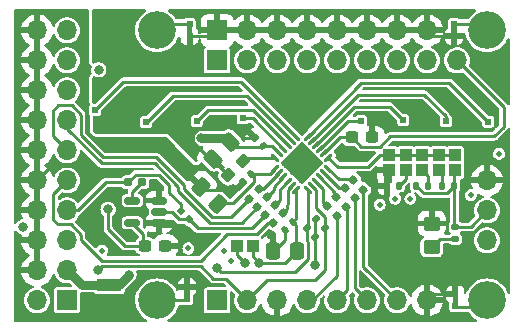
<source format=gbr>
%TF.GenerationSoftware,KiCad,Pcbnew,8.0.3*%
%TF.CreationDate,2024-06-12T16:29:16-04:00*%
%TF.ProjectId,tac5212_audio_board_single_ended,74616335-3231-4325-9f61-7564696f5f62,rev?*%
%TF.SameCoordinates,Original*%
%TF.FileFunction,Copper,L1,Top*%
%TF.FilePolarity,Positive*%
%FSLAX46Y46*%
G04 Gerber Fmt 4.6, Leading zero omitted, Abs format (unit mm)*
G04 Created by KiCad (PCBNEW 8.0.3) date 2024-06-12 16:29:16*
%MOMM*%
%LPD*%
G01*
G04 APERTURE LIST*
G04 Aperture macros list*
%AMRoundRect*
0 Rectangle with rounded corners*
0 $1 Rounding radius*
0 $2 $3 $4 $5 $6 $7 $8 $9 X,Y pos of 4 corners*
0 Add a 4 corners polygon primitive as box body*
4,1,4,$2,$3,$4,$5,$6,$7,$8,$9,$2,$3,0*
0 Add four circle primitives for the rounded corners*
1,1,$1+$1,$2,$3*
1,1,$1+$1,$4,$5*
1,1,$1+$1,$6,$7*
1,1,$1+$1,$8,$9*
0 Add four rect primitives between the rounded corners*
20,1,$1+$1,$2,$3,$4,$5,0*
20,1,$1+$1,$4,$5,$6,$7,0*
20,1,$1+$1,$6,$7,$8,$9,0*
20,1,$1+$1,$8,$9,$2,$3,0*%
%AMRotRect*
0 Rectangle, with rotation*
0 The origin of the aperture is its center*
0 $1 length*
0 $2 width*
0 $3 Rotation angle, in degrees counterclockwise*
0 Add horizontal line*
21,1,$1,$2,0,0,$3*%
G04 Aperture macros list end*
%TA.AperFunction,EtchedComponent*%
%ADD10C,0.000000*%
%TD*%
%TA.AperFunction,SMDPad,CuDef*%
%ADD11RoundRect,0.160000X0.252791X-0.026517X-0.026517X0.252791X-0.252791X0.026517X0.026517X-0.252791X0*%
%TD*%
%TA.AperFunction,SMDPad,CuDef*%
%ADD12RoundRect,0.135000X-0.226274X-0.035355X-0.035355X-0.226274X0.226274X0.035355X0.035355X0.226274X0*%
%TD*%
%TA.AperFunction,SMDPad,CuDef*%
%ADD13R,1.000000X1.000000*%
%TD*%
%TA.AperFunction,ComponentPad*%
%ADD14R,1.700000X1.700000*%
%TD*%
%TA.AperFunction,ComponentPad*%
%ADD15O,1.700000X1.700000*%
%TD*%
%TA.AperFunction,ComponentPad*%
%ADD16C,3.200000*%
%TD*%
%TA.AperFunction,ComponentPad*%
%ADD17C,0.500000*%
%TD*%
%TA.AperFunction,SMDPad,CuDef*%
%ADD18RoundRect,0.250000X0.337500X0.475000X-0.337500X0.475000X-0.337500X-0.475000X0.337500X-0.475000X0*%
%TD*%
%TA.AperFunction,SMDPad,CuDef*%
%ADD19RoundRect,0.160000X-0.026517X-0.252791X0.252791X0.026517X0.026517X0.252791X-0.252791X-0.026517X0*%
%TD*%
%TA.AperFunction,SMDPad,CuDef*%
%ADD20RoundRect,0.140000X0.219203X0.021213X0.021213X0.219203X-0.219203X-0.021213X-0.021213X-0.219203X0*%
%TD*%
%TA.AperFunction,SMDPad,CuDef*%
%ADD21RoundRect,0.250000X0.574524X0.097227X0.097227X0.574524X-0.574524X-0.097227X-0.097227X-0.574524X0*%
%TD*%
%TA.AperFunction,SMDPad,CuDef*%
%ADD22RoundRect,0.150000X0.512500X0.150000X-0.512500X0.150000X-0.512500X-0.150000X0.512500X-0.150000X0*%
%TD*%
%TA.AperFunction,SMDPad,CuDef*%
%ADD23RoundRect,0.135000X-0.185000X0.135000X-0.185000X-0.135000X0.185000X-0.135000X0.185000X0.135000X0*%
%TD*%
%TA.AperFunction,SMDPad,CuDef*%
%ADD24R,0.508000X0.500000*%
%TD*%
%TA.AperFunction,SMDPad,CuDef*%
%ADD25R,0.508000X0.508000*%
%TD*%
%TA.AperFunction,SMDPad,CuDef*%
%ADD26RoundRect,0.237500X-0.300000X-0.237500X0.300000X-0.237500X0.300000X0.237500X-0.300000X0.237500X0*%
%TD*%
%TA.AperFunction,SMDPad,CuDef*%
%ADD27RoundRect,0.140000X-0.021213X0.219203X-0.219203X0.021213X0.021213X-0.219203X0.219203X-0.021213X0*%
%TD*%
%TA.AperFunction,SMDPad,CuDef*%
%ADD28RoundRect,0.250000X-0.097227X0.574524X-0.574524X0.097227X0.097227X-0.574524X0.574524X-0.097227X0*%
%TD*%
%TA.AperFunction,SMDPad,CuDef*%
%ADD29RoundRect,0.250000X-0.450000X0.350000X-0.450000X-0.350000X0.450000X-0.350000X0.450000X0.350000X0*%
%TD*%
%TA.AperFunction,SMDPad,CuDef*%
%ADD30RotRect,0.508000X0.508000X315.000000*%
%TD*%
%TA.AperFunction,SMDPad,CuDef*%
%ADD31R,1.100000X1.000000*%
%TD*%
%TA.AperFunction,SMDPad,CuDef*%
%ADD32RoundRect,0.135000X-0.135000X-0.185000X0.135000X-0.185000X0.135000X0.185000X-0.135000X0.185000X0*%
%TD*%
%TA.AperFunction,SMDPad,CuDef*%
%ADD33RoundRect,0.237500X-0.044194X-0.380070X0.380070X0.044194X0.044194X0.380070X-0.380070X-0.044194X0*%
%TD*%
%TA.AperFunction,SMDPad,CuDef*%
%ADD34RoundRect,0.135000X0.135000X0.185000X-0.135000X0.185000X-0.135000X-0.185000X0.135000X-0.185000X0*%
%TD*%
%TA.AperFunction,SMDPad,CuDef*%
%ADD35RoundRect,0.062500X-0.220971X-0.309359X0.309359X0.220971X0.220971X0.309359X-0.309359X-0.220971X0*%
%TD*%
%TA.AperFunction,SMDPad,CuDef*%
%ADD36RoundRect,0.062500X0.220971X-0.309359X0.309359X-0.220971X-0.220971X0.309359X-0.309359X0.220971X0*%
%TD*%
%TA.AperFunction,SMDPad,CuDef*%
%ADD37RotRect,2.600000X2.600000X45.000000*%
%TD*%
%TA.AperFunction,SMDPad,CuDef*%
%ADD38RoundRect,0.160000X-0.197500X-0.160000X0.197500X-0.160000X0.197500X0.160000X-0.197500X0.160000X0*%
%TD*%
%TA.AperFunction,SMDPad,CuDef*%
%ADD39RoundRect,0.135000X0.226274X0.035355X0.035355X0.226274X-0.226274X-0.035355X-0.035355X-0.226274X0*%
%TD*%
%TA.AperFunction,ComponentPad*%
%ADD40R,0.500000X0.500000*%
%TD*%
%TA.AperFunction,ViaPad*%
%ADD41C,0.800000*%
%TD*%
%TA.AperFunction,Conductor*%
%ADD42C,0.250000*%
%TD*%
%TA.AperFunction,Conductor*%
%ADD43C,0.750000*%
%TD*%
G04 APERTURE END LIST*
%TA.AperFunction,EtchedComponent*%
%TO.C,E1*%
G36*
X99471000Y-99979000D02*
G01*
X99929000Y-99979000D01*
X99929000Y-99404000D01*
X99471000Y-99404000D01*
X99471000Y-99979000D01*
G37*
%TD.AperFunction*%
%TA.AperFunction,EtchedComponent*%
%TO.C,E2*%
G36*
X121871000Y-99979000D02*
G01*
X122329000Y-99979000D01*
X122329000Y-99404000D01*
X121871000Y-99404000D01*
X121871000Y-99979000D01*
G37*
%TD.AperFunction*%
D10*
%TA.AperFunction,EtchedComponent*%
%TO.C,5V1*%
G36*
X93175000Y-121500000D02*
G01*
X92625000Y-121500000D01*
X92625000Y-121100000D01*
X93175000Y-121100000D01*
X93175000Y-121500000D01*
G37*
%TD.AperFunction*%
%TA.AperFunction,EtchedComponent*%
%TO.C,G2*%
G36*
X121971000Y-122879000D02*
G01*
X122429000Y-122879000D01*
X122429000Y-122304000D01*
X121971000Y-122304000D01*
X121971000Y-122879000D01*
G37*
%TD.AperFunction*%
%TA.AperFunction,EtchedComponent*%
%TO.C,G1*%
G36*
X99271000Y-122279000D02*
G01*
X99729000Y-122279000D01*
X99729000Y-121704000D01*
X99271000Y-121704000D01*
X99271000Y-122279000D01*
G37*
%TD.AperFunction*%
%TD*%
D11*
%TO.P,R102,1*%
%TO.N,GPIO2*%
X112937059Y-114705168D03*
%TO.P,R102,2*%
%TO.N,Net-(J1002-GPIO2)*%
X112092067Y-113860176D03*
%TD*%
D12*
%TO.P,R109,1*%
%TO.N,5212_SCL*%
X109617194Y-116508362D03*
%TO.P,R109,2*%
%TO.N,Net-(PU_EN1001-Pad1)*%
X110338442Y-117229610D03*
%TD*%
D13*
%TO.P,ADD1,1,1*%
%TO.N,Net-(J1002-ADDR)*%
X122200000Y-110300000D03*
%TO.P,ADD1,2,2*%
%TO.N,3.3V_LDO*%
X122200000Y-111600000D03*
%TD*%
D14*
%TO.P,board_outline1,1,HELD_HIGH*%
%TO.N,unconnected-(board_outline1-HELD_HIGH-Pad1)*%
X89337500Y-122600000D03*
D15*
%TO.P,board_outline1,2,HELD_LOW*%
%TO.N,unconnected-(board_outline1-HELD_LOW-Pad2)*%
X86797500Y-122600000D03*
%TO.P,board_outline1,3,5V*%
%TO.N,Net-(5V1-B)*%
X89337500Y-120060000D03*
%TO.P,board_outline1,4,GNDD*%
%TO.N,GNDD*%
X86797500Y-120060000D03*
%TO.P,board_outline1,5,12V*%
%TO.N,unconnected-(board_outline1-12V-Pad5)*%
X89337500Y-117520000D03*
%TO.P,board_outline1,6,GNDD*%
%TO.N,GNDD*%
X86797500Y-117520000D03*
%TO.P,board_outline1,7,DSP_DOUT*%
%TO.N,5212_DOUT1+*%
X89337500Y-114980000D03*
%TO.P,board_outline1,8,GNDD*%
%TO.N,GNDD*%
X86797500Y-114980000D03*
%TO.P,board_outline1,9,DSP_DIN*%
%TO.N,5212_DIN1*%
X89337500Y-112440000D03*
%TO.P,board_outline1,10,GNDD*%
%TO.N,GNDD*%
X86797500Y-112440000D03*
%TO.P,board_outline1,11,BCLK*%
%TO.N,5212_BCLK1*%
X89337500Y-109900000D03*
%TO.P,board_outline1,12,GNDD*%
%TO.N,GNDD*%
X86797500Y-109900000D03*
%TO.P,board_outline1,13,LRCK*%
%TO.N,5212_LRCK1*%
X89337500Y-107360000D03*
%TO.P,board_outline1,14,GNDD*%
%TO.N,GNDD*%
X86797500Y-107360000D03*
%TO.P,board_outline1,15,SDA*%
%TO.N,DSP_SDA*%
X89337500Y-104820000D03*
%TO.P,board_outline1,16,GNDD*%
%TO.N,GNDD*%
X86797500Y-104820000D03*
%TO.P,board_outline1,17,SCL*%
%TO.N,DSP_SCL*%
X89337500Y-102280000D03*
%TO.P,board_outline1,18,GNDD*%
%TO.N,GNDD*%
X86797500Y-102280000D03*
%TO.P,board_outline1,19,MCLK*%
%TO.N,5212_MCLK1*%
X89337500Y-99740000D03*
%TO.P,board_outline1,20,GNDD*%
%TO.N,GNDD*%
X86797500Y-99740000D03*
D14*
%TO.P,board_outline1,21,OUTP*%
%TO.N,OUT1P+*%
X102047500Y-102285000D03*
%TO.P,board_outline1,22,AGND*%
%TO.N,Earth*%
X102047500Y-99745000D03*
D15*
%TO.P,board_outline1,23,OUT1M*%
%TO.N,OUT1M+*%
X104587500Y-102285000D03*
%TO.P,board_outline1,24,AGND*%
%TO.N,Earth*%
X104587500Y-99745000D03*
%TO.P,board_outline1,25,OUT2P*%
%TO.N,OUT2P+*%
X107127500Y-102285000D03*
%TO.P,board_outline1,26,AGND*%
%TO.N,Earth*%
X107127500Y-99745000D03*
%TO.P,board_outline1,27,OUT2M*%
%TO.N,OUT2M+*%
X109667500Y-102285000D03*
%TO.P,board_outline1,28,AGND*%
%TO.N,Earth*%
X109667500Y-99745000D03*
%TO.P,board_outline1,29,IN1P*%
%TO.N,IN1P+*%
X112207500Y-102285000D03*
%TO.P,board_outline1,30,AGND*%
%TO.N,Earth*%
X112207500Y-99745000D03*
%TO.P,board_outline1,31,IN1M*%
%TO.N,IN1M+*%
X114747500Y-102285000D03*
%TO.P,board_outline1,32,AGND*%
%TO.N,Earth*%
X114747500Y-99745000D03*
%TO.P,board_outline1,33,IN2P*%
%TO.N,IN2P+*%
X117287500Y-102285000D03*
%TO.P,board_outline1,34,AGND*%
%TO.N,Earth*%
X117287500Y-99745000D03*
%TO.P,board_outline1,35,IN2M*%
%TO.N,IN2M+*%
X119827500Y-102285000D03*
%TO.P,board_outline1,36,AGND*%
%TO.N,Earth*%
X119827500Y-99745000D03*
D14*
%TO.P,board_outline1,37,SCL*%
%TO.N,5212_SCL*%
X102047500Y-122605000D03*
D15*
%TO.P,board_outline1,38,SDA*%
%TO.N,5212_SDA*%
X104587500Y-122605000D03*
%TO.P,board_outline1,39,GNDD*%
%TO.N,GNDD*%
X107127500Y-122605000D03*
%TO.P,board_outline1,40,GPIO1*%
%TO.N,GPIO1*%
X109667500Y-122605000D03*
%TO.P,board_outline1,41,GPIO2*%
%TO.N,GPIO2*%
X112207500Y-122605000D03*
%TO.P,board_outline1,42,GPO1*%
%TO.N,GPO1*%
X114747500Y-122605000D03*
%TO.P,board_outline1,43,GPI1*%
%TO.N,GPI1*%
X117287500Y-122605000D03*
%TO.P,board_outline1,44,GNDD*%
%TO.N,GNDD*%
X119827500Y-122605000D03*
%TO.P,board_outline1,45,5V*%
%TO.N,5V*%
X124892500Y-117525000D03*
%TO.P,board_outline1,46,3.3V*%
%TO.N,3.3V_LDO*%
X124892500Y-114985000D03*
%TO.P,board_outline1,47,GNDD*%
%TO.N,GNDD*%
X124892500Y-112445000D03*
%TO.P,board_outline1,48,MIC_BIAS*%
%TO.N,MICBIAS*%
X122352500Y-102285000D03*
D16*
%TO.P,board_outline1,49,AGND*%
%TO.N,Net-(E1-B)*%
X96952500Y-99745000D03*
%TO.P,board_outline1,50,AGND*%
%TO.N,Net-(E2-B)*%
X124892500Y-99745000D03*
%TO.P,board_outline1,51,DGND*%
%TO.N,Net-(G1-A)*%
X96952500Y-122605000D03*
%TO.P,board_outline1,52,DGND*%
%TO.N,Net-(G2-A)*%
X124892500Y-122605000D03*
%TD*%
D17*
%TO.P,G4,1,1*%
%TO.N,Earth*%
X117100000Y-114000000D03*
%TD*%
D13*
%TO.P,ADD1001,1,1*%
%TO.N,GNDD*%
X116600000Y-111600000D03*
%TO.P,ADD1001,2,2*%
%TO.N,Net-(J1002-ADDR)*%
X116600000Y-110300000D03*
%TD*%
D11*
%TO.P,R101,1*%
%TO.N,GPO1*%
X113677789Y-113964439D03*
%TO.P,R101,2*%
%TO.N,Net-(J1002-GPO1)*%
X112832797Y-113119447D03*
%TD*%
D18*
%TO.P,C12,1*%
%TO.N,3.3V_LDO*%
X108818261Y-118400000D03*
%TO.P,C12,2*%
%TO.N,GNDD*%
X106743261Y-118400000D03*
%TD*%
D11*
%TO.P,R103,1*%
%TO.N,GPIO1*%
X112157509Y-115484718D03*
%TO.P,R103,2*%
%TO.N,Net-(J1002-GPIO1)*%
X111312517Y-114639726D03*
%TD*%
D19*
%TO.P,R104,1*%
%TO.N,5212_LRCK1*%
X105445334Y-114708704D03*
%TO.P,R104,2*%
%TO.N,Net-(J1002-FSYNC)*%
X106290326Y-113863712D03*
%TD*%
D13*
%TO.P,ADD1002,1,1*%
%TO.N,Net-(ADD1002-Pad1)*%
X118000000Y-111600000D03*
%TO.P,ADD1002,2,2*%
%TO.N,Net-(J1002-ADDR)*%
X118000000Y-110300000D03*
%TD*%
D20*
%TO.P,C15,1*%
%TO.N,3.3V_LDO*%
X105939411Y-109539411D03*
%TO.P,C15,2*%
%TO.N,Earth*%
X105260589Y-108860589D03*
%TD*%
D13*
%TO.P,ADD1003,1,1*%
%TO.N,Net-(ADD1003-Pad1)*%
X119400000Y-111600000D03*
%TO.P,ADD1003,2,2*%
%TO.N,Net-(J1002-ADDR)*%
X119400000Y-110300000D03*
%TD*%
D21*
%TO.P,C10,1*%
%TO.N,Net-(J1002-DREG)*%
X102133623Y-114433623D03*
%TO.P,C10,2*%
%TO.N,GNDD*%
X100666377Y-112966377D03*
%TD*%
D17*
%TO.P,G5,1,1*%
%TO.N,Earth*%
X99600000Y-118200000D03*
%TD*%
%TO.P,G6,1,1*%
%TO.N,Earth*%
X118400000Y-114000000D03*
%TD*%
D22*
%TO.P,U1,1,OE*%
%TO.N,GNDD*%
X97137500Y-116050000D03*
%TO.P,U1,2,A*%
%TO.N,5212_DOUT1*%
X97137500Y-115100000D03*
%TO.P,U1,3,GND*%
%TO.N,GNDD*%
X97137500Y-114150000D03*
%TO.P,U1,4,Y*%
%TO.N,Net-(U1-Y)*%
X94862500Y-114150000D03*
%TO.P,U1,5,VCC*%
%TO.N,3.3V_LDO*%
X94862500Y-116050000D03*
%TD*%
D19*
%TO.P,R106,1*%
%TO.N,5212_DIN1*%
X106788837Y-116052207D03*
%TO.P,R106,2*%
%TO.N,Net-(J1002-DIN)*%
X107633829Y-115207215D03*
%TD*%
D17*
%TO.P,G3,1,1*%
%TO.N,Earth*%
X92300000Y-118400000D03*
%TD*%
%TO.P,G7,1,1*%
%TO.N,Earth*%
X102600000Y-118400000D03*
%TD*%
D23*
%TO.P,R5,1*%
%TO.N,3.3V_LDO*%
X122200000Y-116390000D03*
%TO.P,R5,2*%
%TO.N,Net-(D7-A)*%
X122200000Y-117410000D03*
%TD*%
D24*
%TO.P,E1,1,A*%
%TO.N,Earth*%
X99700000Y-100204000D03*
D25*
%TO.P,E1,2,B*%
%TO.N,Net-(E1-B)*%
X99700000Y-99200000D03*
%TD*%
D26*
%TO.P,C2,1*%
%TO.N,MICBIAS*%
X113437500Y-108800000D03*
%TO.P,C2,2*%
%TO.N,Earth*%
X115162500Y-108800000D03*
%TD*%
D27*
%TO.P,C11,1*%
%TO.N,Net-(J1002-DREG)*%
X104937914Y-111892722D03*
%TO.P,C11,2*%
%TO.N,GNDD*%
X104259092Y-112571544D03*
%TD*%
D28*
%TO.P,C13,1*%
%TO.N,3.3V_LDO*%
X103133623Y-109166377D03*
%TO.P,C13,2*%
%TO.N,Earth*%
X101666377Y-110633623D03*
%TD*%
D29*
%TO.P,D7,1,K*%
%TO.N,GNDD*%
X120200000Y-116100000D03*
%TO.P,D7,2,A*%
%TO.N,Net-(D7-A)*%
X120200000Y-118100000D03*
%TD*%
D27*
%TO.P,C14,1*%
%TO.N,3.3V_LDO*%
X108425718Y-115946212D03*
%TO.P,C14,2*%
%TO.N,GNDD*%
X107746896Y-116625034D03*
%TD*%
D24*
%TO.P,E2,1,A*%
%TO.N,Earth*%
X122100000Y-100204000D03*
D25*
%TO.P,E2,2,B*%
%TO.N,Net-(E2-B)*%
X122100000Y-99200000D03*
%TD*%
D13*
%TO.P,ADD1004,1,1*%
%TO.N,Net-(ADD1004-Pad1)*%
X120800000Y-111600000D03*
%TO.P,ADD1004,2,2*%
%TO.N,Net-(J1002-ADDR)*%
X120800000Y-110300000D03*
%TD*%
D30*
%TO.P,DOUT1,1,1*%
%TO.N,5212_DOUT1*%
X99653553Y-115753553D03*
%TO.P,DOUT1,2,2*%
%TO.N,5212_DOUT1+*%
X98946447Y-115046447D03*
%TD*%
D11*
%TO.P,R100,1*%
%TO.N,GPI1*%
X114420251Y-113221977D03*
%TO.P,R100,2*%
%TO.N,Net-(J1002-GPI1)*%
X113575259Y-112376985D03*
%TD*%
D31*
%TO.P,5V1,1,A*%
%TO.N,5V*%
X93404000Y-121300000D03*
%TO.P,5V1,2,B*%
%TO.N,Net-(5V1-B)*%
X92400000Y-121300000D03*
%TD*%
D26*
%TO.P,C1,1*%
%TO.N,3.3V_LDO*%
X95937500Y-118000000D03*
%TO.P,C1,2*%
%TO.N,GNDD*%
X97662500Y-118000000D03*
%TD*%
D32*
%TO.P,R41,1*%
%TO.N,Net-(ADD1004-Pad1)*%
X121090000Y-112900000D03*
%TO.P,R41,2*%
%TO.N,3.3V_LDO*%
X122110000Y-112900000D03*
%TD*%
D33*
%TO.P,C17,1*%
%TO.N,Earth*%
X102990120Y-112009880D03*
%TO.P,C17,2*%
%TO.N,Net-(J1002-VREF)*%
X104209880Y-110790120D03*
%TD*%
D34*
%TO.P,R40,1*%
%TO.N,Net-(ADD1002-Pad1)*%
X117410000Y-112900000D03*
%TO.P,R40,2*%
%TO.N,GNDD*%
X116390000Y-112900000D03*
%TD*%
D19*
%TO.P,R107,1*%
%TO.N,5212_BCLK1*%
X104773583Y-114036952D03*
%TO.P,R107,2*%
%TO.N,Net-(J1002-BCLK)*%
X105618575Y-113191960D03*
%TD*%
D13*
%TO.P,PU_EN1001,1,1*%
%TO.N,Net-(PU_EN1001-Pad1)*%
X103750000Y-118000000D03*
%TO.P,PU_EN1001,2,2*%
%TO.N,3.3V_LDO*%
X105050000Y-118000000D03*
%TD*%
D19*
%TO.P,R105,1*%
%TO.N,5212_DOUT1*%
X106117086Y-115380455D03*
%TO.P,R105,2*%
%TO.N,Net-(J1002-DOUT)*%
X106962078Y-114535463D03*
%TD*%
D35*
%TO.P,J1002,1,DREG*%
%TO.N,Net-(J1002-DREG)*%
X106946097Y-111486136D03*
%TO.P,J1002,2,BCLK*%
%TO.N,Net-(J1002-BCLK)*%
X107299651Y-111839689D03*
%TO.P,J1002,3,FSYNC*%
%TO.N,Net-(J1002-FSYNC)*%
X107653204Y-112193243D03*
%TO.P,J1002,4,DOUT*%
%TO.N,Net-(J1002-DOUT)*%
X108006757Y-112546796D03*
%TO.P,J1002,5,DIN*%
%TO.N,Net-(J1002-DIN)*%
X108360311Y-112900349D03*
%TO.P,J1002,6,IOVDD*%
%TO.N,3.3V_LDO*%
X108713864Y-113253903D03*
D36*
%TO.P,J1002,7,SCL*%
%TO.N,5212_SCL*%
X109686136Y-113253903D03*
%TO.P,J1002,8,SDA*%
%TO.N,5212_SDA*%
X110039689Y-112900349D03*
%TO.P,J1002,9,GPIO1*%
%TO.N,Net-(J1002-GPIO1)*%
X110393243Y-112546796D03*
%TO.P,J1002,10,GPIO2*%
%TO.N,Net-(J1002-GPIO2)*%
X110746796Y-112193243D03*
%TO.P,J1002,11,GPO1*%
%TO.N,Net-(J1002-GPO1)*%
X111100349Y-111839689D03*
%TO.P,J1002,12,GPI1*%
%TO.N,Net-(J1002-GPI1)*%
X111453903Y-111486136D03*
D35*
%TO.P,J1002,13,ADDR*%
%TO.N,Net-(J1002-ADDR)*%
X111453903Y-110513864D03*
%TO.P,J1002,14,MICBIAS*%
%TO.N,MICBIAS*%
X111100349Y-110160311D03*
%TO.P,J1002,15,IN1P*%
%TO.N,IN1P*%
X110746796Y-109806757D03*
%TO.P,J1002,16,IN1M*%
%TO.N,IN1M*%
X110393243Y-109453204D03*
%TO.P,J1002,17,IN2P*%
%TO.N,IN2P*%
X110039689Y-109099651D03*
%TO.P,J1002,18,IN2M*%
%TO.N,IN2M*%
X109686136Y-108746097D03*
D36*
%TO.P,J1002,19,OUT1M*%
%TO.N,OUT1M*%
X108713864Y-108746097D03*
%TO.P,J1002,20,OUT1P*%
%TO.N,OUT1P*%
X108360311Y-109099651D03*
%TO.P,J1002,21,OUT2P*%
%TO.N,OUT2P*%
X108006757Y-109453204D03*
%TO.P,J1002,22,OUT2M*%
%TO.N,OUT2M*%
X107653204Y-109806757D03*
%TO.P,J1002,23,AVDD*%
%TO.N,3.3V_LDO*%
X107299651Y-110160311D03*
%TO.P,J1002,24,VREF*%
%TO.N,Net-(J1002-VREF)*%
X106946097Y-110513864D03*
D17*
%TO.P,J1002,25,VSS*%
%TO.N,GNDD*%
X107715076Y-111000000D03*
X108457538Y-111742462D03*
X109200000Y-112484924D03*
X108457538Y-110257538D03*
X109200000Y-111000000D03*
D37*
X109200000Y-111000000D03*
D17*
X109942462Y-111742462D03*
X109200000Y-109515076D03*
X109942462Y-110257538D03*
X110684924Y-111000000D03*
%TD*%
D24*
%TO.P,G2,1,A*%
%TO.N,Net-(G2-A)*%
X122200000Y-123104000D03*
D25*
%TO.P,G2,2,B*%
%TO.N,GNDD*%
X122200000Y-122100000D03*
%TD*%
D34*
%TO.P,R42,1*%
%TO.N,Net-(ADD1003-Pad1)*%
X119910000Y-112900000D03*
%TO.P,R42,2*%
%TO.N,3.3V_LDO*%
X118890000Y-112900000D03*
%TD*%
D17*
%TO.P,G9,1,1*%
%TO.N,Earth*%
X103200000Y-119300000D03*
%TD*%
%TO.P,G8,1,1*%
%TO.N,Earth*%
X123500000Y-113700000D03*
%TD*%
D38*
%TO.P,R1,1*%
%TO.N,5212_DOUT1+*%
X94502500Y-112600000D03*
%TO.P,R1,2*%
%TO.N,Net-(U1-Y)*%
X95697500Y-112600000D03*
%TD*%
D24*
%TO.P,G1,1,A*%
%TO.N,Net-(G1-A)*%
X99500000Y-122504000D03*
D25*
%TO.P,G1,2,B*%
%TO.N,GNDD*%
X99500000Y-121500000D03*
%TD*%
D17*
%TO.P,G10,1,1*%
%TO.N,Earth*%
X125900000Y-110200000D03*
%TD*%
%TO.P,G11,1,1*%
%TO.N,Earth*%
X115800000Y-114500000D03*
%TD*%
D39*
%TO.P,R108,1*%
%TO.N,5212_SDA*%
X111141385Y-116460624D03*
%TO.P,R108,2*%
%TO.N,Net-(PU_EN1001-Pad1)*%
X110420137Y-115739376D03*
%TD*%
D40*
%TO.P,OP2,2,2*%
%TO.N,OUT2P*%
X100300000Y-107425000D03*
%TD*%
%TO.P,INP2,2,2*%
%TO.N,IN2P*%
X121400000Y-107435000D03*
%TD*%
%TO.P,INM2,2,2*%
%TO.N,IN2M*%
X125000000Y-107482500D03*
%TD*%
%TO.P,OM2,2,2*%
%TO.N,OUT2M*%
X104200000Y-107200000D03*
%TD*%
%TO.P,OP1,2,2*%
%TO.N,OUT1P*%
X96000000Y-107500000D03*
%TD*%
%TO.P,INM1,2,2*%
%TO.N,IN1M*%
X117800000Y-107362500D03*
%TD*%
%TO.P,OM1,2,2*%
%TO.N,OUT1M*%
X91700000Y-106500000D03*
%TD*%
%TO.P,INP1,2,2*%
%TO.N,IN1P*%
X114200000Y-107425000D03*
%TD*%
D41*
%TO.N,GNDD*%
X91719599Y-111998440D03*
X106600000Y-117100000D03*
X100718700Y-117875000D03*
%TO.N,5V*%
X94569964Y-120430000D03*
%TO.N,Earth*%
X103224739Y-107762663D03*
X112825000Y-110300000D03*
%TO.N,5212_SCL*%
X102047500Y-119900002D03*
%TO.N,5212_SDA*%
X91910027Y-120067151D03*
X92007954Y-103082209D03*
%TO.N,3.3V_LDO*%
X100675000Y-108873986D03*
X92800004Y-114900000D03*
X105600000Y-119400000D03*
%TO.N,GPI1*%
X85600000Y-116400000D03*
%TO.N,Net-(PU_EN1001-Pad1)*%
X110338844Y-119622742D03*
X104430004Y-119430004D03*
%TD*%
D42*
%TO.N,GNDD*%
X87972500Y-111265000D02*
X90986159Y-111265000D01*
X107746896Y-117483865D02*
X106830761Y-118400000D01*
X97137500Y-116050000D02*
X97437499Y-116349999D01*
X97437499Y-116349999D02*
X99193699Y-116349999D01*
X103573533Y-113257103D02*
X104259092Y-112571544D01*
X106830761Y-117330761D02*
X106600000Y-117100000D01*
X107746896Y-116625034D02*
X107746896Y-117483865D01*
X86797500Y-112440000D02*
X87972500Y-111265000D01*
X120332500Y-122100000D02*
X119827500Y-122605000D01*
X106830761Y-118400000D02*
X106830761Y-117330761D01*
X99193699Y-116349999D02*
X100718700Y-117875000D01*
X90986159Y-111265000D02*
X91719599Y-111998440D01*
X122200000Y-122100000D02*
X120332500Y-122100000D01*
X100666377Y-112966377D02*
X100957103Y-113257103D01*
X100957103Y-113257103D02*
X103573533Y-113257103D01*
D43*
%TO.N,5V*%
X93404000Y-121300000D02*
X93699964Y-121300000D01*
X93699964Y-121300000D02*
X94569964Y-120430000D01*
D42*
%TO.N,Earth*%
X122100000Y-100200000D02*
X120282500Y-100200000D01*
X100523681Y-108000000D02*
X99950000Y-108573681D01*
X99950000Y-109174291D02*
X101409332Y-110633623D01*
X101175000Y-107700000D02*
X100875000Y-108000000D01*
X99950000Y-108573681D02*
X99950000Y-109174291D01*
X120282500Y-100200000D02*
X119827500Y-99745000D01*
X103162076Y-107700000D02*
X101175000Y-107700000D01*
X101666377Y-110633623D02*
X101666377Y-110686137D01*
X101666377Y-110686137D02*
X102990120Y-112009880D01*
X99700000Y-100200000D02*
X101592500Y-100200000D01*
X101409332Y-110633623D02*
X101666377Y-110633623D01*
X105260589Y-108860589D02*
X104322665Y-108860589D01*
X104322665Y-108860589D02*
X103224739Y-107762663D01*
X100875000Y-108000000D02*
X100523681Y-108000000D01*
X103224739Y-107762663D02*
X103162076Y-107700000D01*
X101592500Y-100200000D02*
X102047500Y-99745000D01*
%TO.N,Net-(D7-A)*%
X122200000Y-117410000D02*
X120890000Y-117410000D01*
X120890000Y-117410000D02*
X120200000Y-118100000D01*
%TO.N,Net-(U1-Y)*%
X94862500Y-113435000D02*
X95697500Y-112600000D01*
X94862500Y-114150000D02*
X94862500Y-113435000D01*
%TO.N,Net-(J1002-ADDR)*%
X114850000Y-111300000D02*
X115850000Y-110300000D01*
X116600000Y-110300000D02*
X122200000Y-110300001D01*
X112240039Y-111300000D02*
X114850000Y-111300000D01*
X115850000Y-110300000D02*
X116600000Y-110300000D01*
X111453903Y-110513864D02*
X112240039Y-111300000D01*
%TO.N,Net-(ADD1002-Pad1)*%
X118000000Y-112310000D02*
X118000000Y-111600000D01*
X117410000Y-112900000D02*
X118000000Y-112310000D01*
%TO.N,Net-(ADD1003-Pad1)*%
X119910000Y-112900000D02*
X119910000Y-112110000D01*
X119910000Y-112110000D02*
X119400000Y-111600000D01*
%TO.N,Net-(ADD1004-Pad1)*%
X121090001Y-111890001D02*
X120800000Y-111600000D01*
X121090001Y-112900000D02*
X121090001Y-111890001D01*
D43*
%TO.N,Net-(5V1-B)*%
X90577500Y-121300000D02*
X89337500Y-120060000D01*
X92400000Y-121300000D02*
X90577500Y-121300000D01*
D42*
%TO.N,Net-(J1002-VREF)*%
X106946097Y-110513864D02*
X104486136Y-110513864D01*
X104486136Y-110513864D02*
X104209880Y-110790120D01*
%TO.N,IN2P*%
X110039689Y-109099651D02*
X113939340Y-105200000D01*
X121400000Y-107035000D02*
X121400000Y-107435000D01*
X119565000Y-105200000D02*
X121400000Y-107035000D01*
X113939340Y-105200000D02*
X119565000Y-105200000D01*
%TO.N,IN1M*%
X113646447Y-106200000D02*
X116637500Y-106200000D01*
X110393243Y-109453204D02*
X113646447Y-106200000D01*
X116637500Y-106200000D02*
X117800000Y-107362500D01*
%TO.N,IN1P*%
X114200000Y-107425000D02*
X113128553Y-107425000D01*
X110746796Y-109806757D02*
X113128553Y-107425000D01*
%TO.N,IN2M*%
X114232233Y-104200000D02*
X121700000Y-104200000D01*
X121700000Y-104200000D02*
X124982500Y-107482500D01*
X124982500Y-107482500D02*
X125000000Y-107482500D01*
X109686136Y-108746097D02*
X114232233Y-104200000D01*
%TO.N,OUT1P*%
X108360311Y-109099651D02*
X104560660Y-105300000D01*
X98281250Y-105300000D02*
X96100000Y-107481250D01*
X104560660Y-105300000D02*
X98281250Y-105300000D01*
%TO.N,OUT1M*%
X94100000Y-104100000D02*
X104067767Y-104100000D01*
X91700000Y-106500001D02*
X94100000Y-104100000D01*
X104067767Y-104100000D02*
X108713864Y-108746097D01*
%TO.N,OUT2P*%
X108006757Y-109453204D02*
X105053553Y-106500000D01*
X101225000Y-106500000D02*
X100300000Y-107425000D01*
X105053553Y-106500000D02*
X101225000Y-106500000D01*
%TO.N,OUT2M*%
X107653204Y-109806757D02*
X105046447Y-107200000D01*
X105046447Y-107200000D02*
X104200000Y-107200000D01*
%TO.N,Net-(J1002-BCLK)*%
X107299651Y-111839689D02*
X105947380Y-113191960D01*
X105947380Y-113191960D02*
X105618575Y-113191960D01*
%TO.N,Net-(J1002-FSYNC)*%
X106880689Y-112965757D02*
X106880689Y-113273349D01*
X107653204Y-112193243D02*
X106880689Y-112965757D01*
X106880689Y-113273349D02*
X106290326Y-113863712D01*
%TO.N,Net-(J1002-DOUT)*%
X108006757Y-112546796D02*
X107368826Y-113184728D01*
X107368826Y-113184728D02*
X107368826Y-114128715D01*
X107368826Y-114128715D02*
X106962078Y-114535463D01*
%TO.N,Net-(J1002-DIN)*%
X108360311Y-112900349D02*
X108015780Y-113244880D01*
X108015780Y-113244880D02*
X108015780Y-114425820D01*
X107951993Y-114489608D02*
X107951993Y-114889051D01*
X107951993Y-114889051D02*
X107633829Y-115207214D01*
X108015780Y-114425820D02*
X107951993Y-114489608D01*
%TO.N,5212_BCLK1*%
X88162500Y-108725000D02*
X89337500Y-109900000D01*
X89739201Y-106100000D02*
X88600000Y-106100000D01*
X99200000Y-113200000D02*
X99200000Y-112800000D01*
X103222490Y-115588045D02*
X101588045Y-115588045D01*
X90512500Y-108604533D02*
X90512500Y-106873299D01*
X88600000Y-106100000D02*
X88162500Y-106537500D01*
X99200000Y-112800000D02*
X96900000Y-110500000D01*
X92407967Y-110500000D02*
X90512500Y-108604533D01*
X88162500Y-106537500D02*
X88162500Y-108725000D01*
X101588045Y-115588045D02*
X99200000Y-113200000D01*
X90512500Y-106873299D02*
X89739201Y-106100000D01*
X104773583Y-114036952D02*
X103222490Y-115588045D01*
X96900000Y-110500000D02*
X92407967Y-110500000D01*
%TO.N,5212_LRCK1*%
X89337500Y-108065929D02*
X89337500Y-107360000D01*
X105445334Y-114708704D02*
X104115993Y-116038045D01*
X98750000Y-112986396D02*
X96763604Y-111000000D01*
X101401649Y-116038045D02*
X98750000Y-113386396D01*
X92271571Y-111000000D02*
X89337500Y-108065929D01*
X98750000Y-113386396D02*
X98750000Y-112986396D01*
X96763604Y-111000000D02*
X92271571Y-111000000D01*
X104115993Y-116038045D02*
X101401649Y-116038045D01*
%TO.N,5212_SCL*%
X109730761Y-117679900D02*
X109730761Y-119120100D01*
X109730761Y-119120100D02*
X108650861Y-120200000D01*
X109686136Y-116439420D02*
X109617194Y-116508362D01*
X109617194Y-117566333D02*
X109730761Y-117679900D01*
X109617194Y-116508362D02*
X109617194Y-117566333D01*
X108650861Y-120200000D02*
X102347498Y-120200000D01*
X102347498Y-120200000D02*
X102047500Y-119900002D01*
X109686136Y-113253903D02*
X109686136Y-116439420D01*
%TO.N,5212_SDA*%
X111141385Y-116460624D02*
X111141385Y-115800000D01*
X111141385Y-116460624D02*
X111141385Y-120054631D01*
X110384220Y-113244880D02*
X110039689Y-112900349D01*
X106292500Y-120900000D02*
X104587500Y-122605000D01*
X110384220Y-114791291D02*
X110384220Y-113244880D01*
X111141385Y-115548456D02*
X110384220Y-114791291D01*
X92277178Y-119700000D02*
X100651484Y-119700000D01*
X111141385Y-120054631D02*
X110296016Y-120900000D01*
X100651484Y-119700000D02*
X101726484Y-120775000D01*
X101726484Y-120775000D02*
X102757500Y-120775000D01*
X91910027Y-120067151D02*
X92277178Y-119700000D01*
X110296016Y-120900000D02*
X106292500Y-120900000D01*
X102757500Y-120775000D02*
X104587500Y-122605000D01*
X111141385Y-115800000D02*
X111141385Y-115548456D01*
%TO.N,5212_DOUT1*%
X97137500Y-115100000D02*
X98181170Y-115100000D01*
X99653553Y-115753553D02*
X100388045Y-116488045D01*
X100388045Y-116488045D02*
X105009496Y-116488045D01*
X98181170Y-115100000D02*
X98834723Y-115753553D01*
X105009496Y-116488045D02*
X106117086Y-115380455D01*
X98834723Y-115753553D02*
X99653553Y-115753553D01*
%TO.N,5212_DIN1*%
X88162500Y-113615000D02*
X89337500Y-112440000D01*
X105414995Y-117000000D02*
X102900000Y-117000000D01*
X102900000Y-117000000D02*
X100650000Y-119250000D01*
X89634201Y-116155000D02*
X88555000Y-116155000D01*
X88162500Y-115762500D02*
X88162500Y-113615000D01*
X106362788Y-116052207D02*
X105414995Y-117000000D01*
X90512500Y-117512500D02*
X90512500Y-117033299D01*
X100650000Y-119250000D02*
X92250000Y-119250000D01*
X88555000Y-116155000D02*
X88162500Y-115762500D01*
X90512500Y-117033299D02*
X89634201Y-116155000D01*
X92250000Y-119250000D02*
X90512500Y-117512500D01*
X106788837Y-116052207D02*
X106362788Y-116052207D01*
%TO.N,5212_DOUT1+*%
X96200000Y-111955000D02*
X95147500Y-111955000D01*
X97950000Y-112822792D02*
X97082208Y-111955000D01*
X90220000Y-114980000D02*
X92600000Y-112600000D01*
X92600000Y-112600000D02*
X94502500Y-112600000D01*
X98946447Y-115046447D02*
X98946447Y-114482843D01*
X97082208Y-111955000D02*
X96200000Y-111955000D01*
X89337500Y-114980000D02*
X90220000Y-114980000D01*
X97950000Y-113486396D02*
X97950000Y-112822792D01*
X98946447Y-114482843D02*
X97950000Y-113486396D01*
X95147500Y-111955000D02*
X94502500Y-112600000D01*
%TO.N,MICBIAS*%
X111100349Y-110160311D02*
X112460660Y-108800000D01*
X125500000Y-108700000D02*
X116700000Y-108700000D01*
X116700000Y-108700000D02*
X115800000Y-109600000D01*
X112460660Y-108800000D02*
X113437499Y-108800000D01*
X126300000Y-107900000D02*
X125500000Y-108700000D01*
X126300000Y-106232500D02*
X126300000Y-107900000D01*
X115800000Y-109600000D02*
X114237499Y-109600000D01*
X122352500Y-102285000D02*
X126300000Y-106232500D01*
X114237499Y-109600000D02*
X113437499Y-108800000D01*
%TO.N,3.3V_LDO*%
X105820208Y-109658614D02*
X103625860Y-109658614D01*
X107299651Y-110160311D02*
X106678751Y-109539411D01*
X106678751Y-109539411D02*
X105939411Y-109539411D01*
X108730760Y-118400000D02*
X108730760Y-116251254D01*
X94200000Y-118000000D02*
X92800004Y-116600004D01*
X108730760Y-116251254D02*
X108425718Y-115946212D01*
X105939411Y-109539411D02*
X105820208Y-109658614D01*
X95762500Y-118000000D02*
X95762500Y-116950000D01*
D43*
X102841232Y-108873986D02*
X103133623Y-109166377D01*
D42*
X105050000Y-118850000D02*
X105600000Y-119400000D01*
X122110000Y-116300000D02*
X122200000Y-116390000D01*
X105750000Y-119450000D02*
X107768261Y-119450000D01*
X107768261Y-119450000D02*
X108818261Y-118400000D01*
X95762500Y-116950000D02*
X94862500Y-116050000D01*
X105050000Y-118000000D02*
X105050000Y-118850000D01*
X122109999Y-112900000D02*
X121464999Y-113545000D01*
X105700000Y-119400000D02*
X105750000Y-119450000D01*
X122200000Y-116390000D02*
X123487500Y-116390000D01*
X122109999Y-112900000D02*
X122109999Y-111690000D01*
D43*
X100675000Y-108873986D02*
X102841232Y-108873986D01*
D42*
X95762500Y-118000000D02*
X94200000Y-118000000D01*
X123487500Y-116390000D02*
X124892500Y-114985000D01*
X121464999Y-113545000D02*
X119535000Y-113545000D01*
X108713864Y-113253903D02*
X108713864Y-115658066D01*
X92800004Y-116600004D02*
X92800004Y-114900000D01*
X119535000Y-113545000D02*
X118890000Y-112900000D01*
X122110000Y-112900000D02*
X122110000Y-116300000D01*
X103625860Y-109658614D02*
X103133623Y-109166377D01*
X108713864Y-115658066D02*
X108425718Y-115946212D01*
X122109999Y-111690000D02*
X122200000Y-111599999D01*
X105600000Y-119400000D02*
X105700000Y-119400000D01*
%TO.N,Net-(G1-A)*%
X96952500Y-122605000D02*
X99399000Y-122605000D01*
X99399000Y-122605000D02*
X99500000Y-122504000D01*
%TO.N,5212_MCLK1*%
X89397500Y-99800000D02*
X89337500Y-99740000D01*
%TO.N,GPI1*%
X117287500Y-122605000D02*
X114420251Y-119737751D01*
X114420251Y-119737751D02*
X114420251Y-113221977D01*
%TO.N,Net-(E1-B)*%
X99700000Y-99196000D02*
X97501500Y-99196000D01*
X97501500Y-99196000D02*
X96952500Y-99745000D01*
%TO.N,GPO1*%
X113677789Y-121535289D02*
X113677789Y-113964439D01*
X114747500Y-122605000D02*
X113677789Y-121535289D01*
%TO.N,Net-(E2-B)*%
X124343500Y-99196000D02*
X124892500Y-99745000D01*
X122100000Y-99196000D02*
X124343500Y-99196000D01*
%TO.N,Net-(J1002-GPI1)*%
X112311199Y-112343432D02*
X111453903Y-111486136D01*
X113541707Y-112343432D02*
X112311199Y-112343432D01*
%TO.N,Net-(J1002-GPIO1)*%
X111026175Y-113179728D02*
X110393243Y-112546796D01*
X111278965Y-114606174D02*
X111026175Y-114353384D01*
X111026175Y-114353384D02*
X111026175Y-113179728D01*
%TO.N,Net-(J1002-GPO1)*%
X112346555Y-113085894D02*
X111100350Y-111839689D01*
X112799244Y-113085894D02*
X112346555Y-113085894D01*
%TO.N,Net-(J1002-GPIO2)*%
X112039105Y-113846034D02*
X112039105Y-113485551D01*
X112039105Y-113485551D02*
X110746796Y-112193243D01*
%TO.N,GPIO1*%
X110052412Y-122605000D02*
X112157509Y-120499903D01*
X112157509Y-120499903D02*
X112157509Y-115484718D01*
X109667500Y-122605000D02*
X110052412Y-122605000D01*
%TO.N,Net-(PU_EN1001-Pad1)*%
X110338442Y-117229610D02*
X110338442Y-115821071D01*
X103750000Y-118750000D02*
X104430004Y-119430004D01*
X103750000Y-118000000D02*
X103750000Y-118750000D01*
X110338442Y-119622340D02*
X110338844Y-119622742D01*
X110338442Y-117229610D02*
X110338442Y-119622340D01*
X110338442Y-115821071D02*
X110420137Y-115739376D01*
%TO.N,GPIO2*%
X113057500Y-114825609D02*
X112937059Y-114705168D01*
X113057500Y-121755000D02*
X113057500Y-114825609D01*
X112207500Y-122605000D02*
X113057500Y-121755000D01*
%TO.N,Net-(G2-A)*%
X124297500Y-123200000D02*
X122200000Y-123200000D01*
X124892500Y-122605000D02*
X124297500Y-123200000D01*
%TO.N,Net-(J1002-DREG)*%
X103356911Y-114371751D02*
X105157117Y-112571545D01*
X102071751Y-114371751D02*
X103356911Y-114371751D01*
X105157117Y-112571545D02*
X105157117Y-112111925D01*
X106539511Y-111892722D02*
X104937914Y-111892722D01*
X106946097Y-111486136D02*
X106539511Y-111892722D01*
X105157117Y-112111925D02*
X104937914Y-111892722D01*
%TD*%
%TA.AperFunction,Conductor*%
%TO.N,Earth*%
G36*
X101709711Y-110339250D02*
G01*
X101754058Y-110367751D01*
X102815269Y-111428962D01*
X102059811Y-111433124D01*
X101865869Y-111239182D01*
X101832384Y-111177859D01*
X101829550Y-111151501D01*
X101829550Y-111150349D01*
X101400505Y-110721304D01*
X101367020Y-110659981D01*
X101372004Y-110590289D01*
X101400505Y-110545942D01*
X101578696Y-110367751D01*
X101640019Y-110334266D01*
X101709711Y-110339250D01*
G37*
%TD.AperFunction*%
%TA.AperFunction,Conductor*%
G36*
X112654612Y-109239598D02*
G01*
X112710544Y-109281468D01*
X112788883Y-109386115D01*
X112788884Y-109386116D01*
X112901222Y-109470212D01*
X112979709Y-109499486D01*
X113032700Y-109519251D01*
X113090809Y-109525499D01*
X113090826Y-109525500D01*
X113580599Y-109525500D01*
X113647638Y-109545185D01*
X113668280Y-109561819D01*
X114006936Y-109900475D01*
X114035616Y-109917033D01*
X114092561Y-109949910D01*
X114092565Y-109949911D01*
X114140310Y-109962705D01*
X114140311Y-109962705D01*
X114150402Y-109965408D01*
X114188063Y-109975500D01*
X114188064Y-109975500D01*
X115344101Y-109975500D01*
X115411140Y-109995185D01*
X115456895Y-110047989D01*
X115466839Y-110117147D01*
X115437814Y-110180703D01*
X115431782Y-110187181D01*
X114730782Y-110888181D01*
X114669459Y-110921666D01*
X114643101Y-110924500D01*
X112446938Y-110924500D01*
X112379899Y-110904815D01*
X112359257Y-110888181D01*
X112063321Y-110592245D01*
X112029836Y-110530922D01*
X112034820Y-110461230D01*
X112036089Y-110458458D01*
X112038508Y-110451809D01*
X112038510Y-110451808D01*
X112076262Y-110348084D01*
X112076262Y-110237703D01*
X112038510Y-110133979D01*
X112038509Y-110133978D01*
X112038509Y-110133977D01*
X112010525Y-110097508D01*
X112010523Y-110097505D01*
X111940035Y-110027018D01*
X111906552Y-109965698D01*
X111911536Y-109896006D01*
X111940034Y-109851661D01*
X112523598Y-109268097D01*
X112584920Y-109234614D01*
X112654612Y-109239598D01*
G37*
%TD.AperFunction*%
%TA.AperFunction,Conductor*%
G36*
X103927907Y-104495185D02*
G01*
X103948549Y-104511819D01*
X104149549Y-104712819D01*
X104183034Y-104774142D01*
X104178050Y-104843834D01*
X104136178Y-104899767D01*
X104070714Y-104924184D01*
X104061868Y-104924500D01*
X98231814Y-104924500D01*
X98184062Y-104937295D01*
X98184061Y-104937294D01*
X98136313Y-104950089D01*
X98136312Y-104950089D01*
X98050685Y-104999527D01*
X96087032Y-106963181D01*
X96025709Y-106996666D01*
X95999351Y-106999500D01*
X95725323Y-106999500D01*
X95652264Y-107014032D01*
X95652260Y-107014033D01*
X95569399Y-107069399D01*
X95514033Y-107152260D01*
X95514032Y-107152264D01*
X95499500Y-107225321D01*
X95499500Y-107774678D01*
X95514032Y-107847735D01*
X95514033Y-107847739D01*
X95524230Y-107863000D01*
X95569399Y-107930601D01*
X95647821Y-107983000D01*
X95652260Y-107985966D01*
X95652264Y-107985967D01*
X95725321Y-108000499D01*
X95725324Y-108000500D01*
X95725326Y-108000500D01*
X96274676Y-108000500D01*
X96274677Y-108000499D01*
X96347740Y-107985966D01*
X96430601Y-107930601D01*
X96485966Y-107847740D01*
X96500500Y-107774674D01*
X96500500Y-107663149D01*
X96520185Y-107596110D01*
X96536819Y-107575468D01*
X98400468Y-105711819D01*
X98461791Y-105678334D01*
X98488149Y-105675500D01*
X104353761Y-105675500D01*
X104420800Y-105695185D01*
X104441442Y-105711819D01*
X104642442Y-105912819D01*
X104675927Y-105974142D01*
X104670943Y-106043834D01*
X104629071Y-106099767D01*
X104563607Y-106124184D01*
X104554761Y-106124500D01*
X101175564Y-106124500D01*
X101080061Y-106150089D01*
X100994438Y-106199525D01*
X100994435Y-106199527D01*
X100305782Y-106888181D01*
X100244459Y-106921666D01*
X100218101Y-106924500D01*
X100025323Y-106924500D01*
X99952264Y-106939032D01*
X99952260Y-106939033D01*
X99869399Y-106994399D01*
X99814033Y-107077260D01*
X99814032Y-107077264D01*
X99799500Y-107150321D01*
X99799500Y-107699678D01*
X99814032Y-107772735D01*
X99814033Y-107772739D01*
X99832405Y-107800235D01*
X99869399Y-107855601D01*
X99920210Y-107889551D01*
X99952260Y-107910966D01*
X99952264Y-107910967D01*
X100025321Y-107925499D01*
X100025324Y-107925500D01*
X100025326Y-107925500D01*
X100574676Y-107925500D01*
X100574677Y-107925499D01*
X100647740Y-107910966D01*
X100730601Y-107855601D01*
X100785966Y-107772740D01*
X100800500Y-107699674D01*
X100800500Y-107506899D01*
X100820185Y-107439860D01*
X100836819Y-107419218D01*
X101344218Y-106911819D01*
X101405541Y-106878334D01*
X101431899Y-106875500D01*
X103575500Y-106875500D01*
X103642539Y-106895185D01*
X103688294Y-106947989D01*
X103699500Y-106999500D01*
X103699500Y-107474678D01*
X103714032Y-107547735D01*
X103714033Y-107547739D01*
X103714034Y-107547740D01*
X103769399Y-107630601D01*
X103852259Y-107685965D01*
X103852260Y-107685966D01*
X103852264Y-107685967D01*
X103925321Y-107700499D01*
X103925324Y-107700500D01*
X103925326Y-107700500D01*
X104474676Y-107700500D01*
X104474677Y-107700499D01*
X104547740Y-107685966D01*
X104630601Y-107630601D01*
X104630605Y-107630594D01*
X104639234Y-107621967D01*
X104640009Y-107622742D01*
X104684204Y-107585805D01*
X104733697Y-107575500D01*
X104839548Y-107575500D01*
X104906587Y-107595185D01*
X104927229Y-107611819D01*
X105139407Y-107823997D01*
X105172892Y-107885320D01*
X105167908Y-107955012D01*
X105126036Y-108010945D01*
X105082564Y-108031782D01*
X105044334Y-108041597D01*
X105044326Y-108041600D01*
X104902632Y-108119497D01*
X104886675Y-108133123D01*
X105526460Y-108772908D01*
X105559945Y-108834231D01*
X105554961Y-108903923D01*
X105526460Y-108948270D01*
X105348270Y-109126460D01*
X105286947Y-109159945D01*
X105217255Y-109154961D01*
X105172908Y-109126460D01*
X104533124Y-108486676D01*
X104519496Y-108502633D01*
X104441600Y-108644326D01*
X104441597Y-108644336D01*
X104401386Y-108800947D01*
X104401386Y-108962653D01*
X104414163Y-109012418D01*
X104411768Y-109082247D01*
X104372001Y-109139696D01*
X104307488Y-109166526D01*
X104238711Y-109154218D01*
X104187506Y-109106680D01*
X104181271Y-109094781D01*
X104133524Y-108990231D01*
X104095906Y-108943549D01*
X104095901Y-108943544D01*
X104095897Y-108943539D01*
X103356454Y-108204099D01*
X103356448Y-108204094D01*
X103338306Y-108189473D01*
X103309769Y-108166475D01*
X103178851Y-108106687D01*
X103178853Y-108106687D01*
X103036396Y-108086206D01*
X102893939Y-108106687D01*
X102763023Y-108166475D01*
X102763018Y-108166478D01*
X102716342Y-108204091D01*
X102716334Y-108204098D01*
X102708266Y-108212167D01*
X102646943Y-108245652D01*
X102620585Y-108248486D01*
X100870473Y-108248486D01*
X100840799Y-108244883D01*
X100753986Y-108223486D01*
X100753985Y-108223486D01*
X100596015Y-108223486D01*
X100596014Y-108223486D01*
X100442634Y-108261289D01*
X100302762Y-108334701D01*
X100184516Y-108439457D01*
X100094781Y-108569461D01*
X100094780Y-108569462D01*
X100038762Y-108717167D01*
X100019722Y-108873985D01*
X100019722Y-108873986D01*
X100038762Y-109030804D01*
X100089244Y-109163911D01*
X100094780Y-109178509D01*
X100184517Y-109308516D01*
X100302760Y-109413269D01*
X100302762Y-109413270D01*
X100442634Y-109486682D01*
X100596014Y-109524486D01*
X100743741Y-109524486D01*
X100810780Y-109544171D01*
X100856535Y-109596975D01*
X100866479Y-109666133D01*
X100837454Y-109729689D01*
X100831422Y-109736167D01*
X100526191Y-110041398D01*
X100526172Y-110041419D01*
X100460976Y-110121450D01*
X100460967Y-110121463D01*
X100382286Y-110278131D01*
X100341852Y-110448735D01*
X100341852Y-110624056D01*
X100375077Y-110764243D01*
X100371383Y-110834015D01*
X100330554Y-110890714D01*
X100265553Y-110916338D01*
X100197017Y-110902753D01*
X100164617Y-110878347D01*
X97900000Y-108500000D01*
X91837544Y-108500000D01*
X91770505Y-108480315D01*
X91768761Y-108479174D01*
X91554695Y-108336463D01*
X91509834Y-108282898D01*
X91499482Y-108234265D01*
X91499397Y-108223486D01*
X91490963Y-107152260D01*
X91490752Y-107125476D01*
X91509908Y-107058284D01*
X91562350Y-107012115D01*
X91614748Y-107000500D01*
X91974676Y-107000500D01*
X91974677Y-107000499D01*
X92047740Y-106985966D01*
X92130601Y-106930601D01*
X92185966Y-106847740D01*
X92200500Y-106774674D01*
X92200500Y-106581899D01*
X92220185Y-106514860D01*
X92236819Y-106494218D01*
X94219218Y-104511819D01*
X94280541Y-104478334D01*
X94306899Y-104475500D01*
X103860868Y-104475500D01*
X103927907Y-104495185D01*
G37*
%TD.AperFunction*%
%TA.AperFunction,Conductor*%
G36*
X95968916Y-97964685D02*
G01*
X96014671Y-98017489D01*
X96024615Y-98086647D01*
X95995590Y-98150203D01*
X95961304Y-98177832D01*
X95949494Y-98184280D01*
X95949486Y-98184285D01*
X95737592Y-98342906D01*
X95737574Y-98342922D01*
X95550422Y-98530074D01*
X95550406Y-98530092D01*
X95391785Y-98741986D01*
X95391780Y-98741994D01*
X95264928Y-98974305D01*
X95264926Y-98974309D01*
X95172421Y-99222326D01*
X95116158Y-99480965D01*
X95116157Y-99480972D01*
X95097273Y-99744998D01*
X95097273Y-99745001D01*
X95116157Y-100009027D01*
X95116158Y-100009034D01*
X95172421Y-100267673D01*
X95264926Y-100515690D01*
X95264928Y-100515694D01*
X95391780Y-100748005D01*
X95391785Y-100748013D01*
X95550406Y-100959907D01*
X95550422Y-100959925D01*
X95737574Y-101147077D01*
X95737592Y-101147093D01*
X95949486Y-101305714D01*
X95949494Y-101305719D01*
X96181805Y-101432571D01*
X96181809Y-101432573D01*
X96181811Y-101432574D01*
X96429822Y-101525077D01*
X96429825Y-101525077D01*
X96429826Y-101525078D01*
X96625052Y-101567546D01*
X96688474Y-101581343D01*
X96932160Y-101598772D01*
X96952499Y-101600227D01*
X96952500Y-101600227D01*
X96952501Y-101600227D01*
X96971385Y-101598876D01*
X97216526Y-101581343D01*
X97475178Y-101525077D01*
X97723189Y-101432574D01*
X97955511Y-101305716D01*
X98167415Y-101147087D01*
X98354587Y-100959915D01*
X98513216Y-100748011D01*
X98640074Y-100515689D01*
X98705819Y-100339418D01*
X98747689Y-100283486D01*
X98813153Y-100259069D01*
X98881426Y-100273921D01*
X98930832Y-100323326D01*
X98946000Y-100382753D01*
X98946000Y-100501844D01*
X98952401Y-100561372D01*
X98952403Y-100561379D01*
X99002645Y-100696086D01*
X99002649Y-100696093D01*
X99088809Y-100811187D01*
X99088812Y-100811190D01*
X99203906Y-100897350D01*
X99203913Y-100897354D01*
X99338620Y-100947596D01*
X99338627Y-100947598D01*
X99398155Y-100953999D01*
X99398172Y-100954000D01*
X99450000Y-100954000D01*
X99450000Y-100078000D01*
X99469685Y-100010961D01*
X99522489Y-99965206D01*
X99574000Y-99954000D01*
X99826000Y-99954000D01*
X99893039Y-99973685D01*
X99938794Y-100026489D01*
X99950000Y-100078000D01*
X99950000Y-100954000D01*
X100001828Y-100954000D01*
X100001844Y-100953999D01*
X100061372Y-100947598D01*
X100061379Y-100947596D01*
X100196086Y-100897354D01*
X100196093Y-100897350D01*
X100311187Y-100811190D01*
X100311190Y-100811187D01*
X100397350Y-100696093D01*
X100397354Y-100696086D01*
X100447596Y-100561379D01*
X100447598Y-100561372D01*
X100450211Y-100537075D01*
X100476949Y-100472524D01*
X100534342Y-100432676D01*
X100604167Y-100430183D01*
X100664256Y-100465836D01*
X100695530Y-100528316D01*
X100697500Y-100550331D01*
X100697500Y-100642844D01*
X100703901Y-100702372D01*
X100703903Y-100702379D01*
X100754145Y-100837086D01*
X100754149Y-100837093D01*
X100840309Y-100952187D01*
X100840312Y-100952190D01*
X100955406Y-101038350D01*
X100955412Y-101038353D01*
X100976768Y-101046319D01*
X101032701Y-101088191D01*
X101057118Y-101153656D01*
X101042266Y-101221928D01*
X101021119Y-101250179D01*
X101016900Y-101254397D01*
X100961533Y-101337260D01*
X100961532Y-101337264D01*
X100947000Y-101410321D01*
X100947000Y-103159678D01*
X100961532Y-103232735D01*
X100961533Y-103232739D01*
X100961534Y-103232740D01*
X101016899Y-103315601D01*
X101099760Y-103370966D01*
X101099764Y-103370967D01*
X101172821Y-103385499D01*
X101172824Y-103385500D01*
X101172826Y-103385500D01*
X102922176Y-103385500D01*
X102922177Y-103385499D01*
X102995240Y-103370966D01*
X103078101Y-103315601D01*
X103133466Y-103232740D01*
X103148000Y-103159674D01*
X103148000Y-101410326D01*
X103148000Y-101410323D01*
X103147999Y-101410321D01*
X103133467Y-101337264D01*
X103133466Y-101337260D01*
X103112388Y-101305714D01*
X103078101Y-101254399D01*
X103078099Y-101254397D01*
X103078098Y-101254396D01*
X103073884Y-101250182D01*
X103040399Y-101188859D01*
X103045383Y-101119167D01*
X103087255Y-101063234D01*
X103118232Y-101046319D01*
X103139586Y-101038354D01*
X103139593Y-101038350D01*
X103254687Y-100952190D01*
X103254690Y-100952187D01*
X103340850Y-100837093D01*
X103340854Y-100837086D01*
X103390114Y-100705013D01*
X103431985Y-100649079D01*
X103497449Y-100624662D01*
X103565722Y-100639513D01*
X103593977Y-100660665D01*
X103716417Y-100783105D01*
X103909921Y-100918600D01*
X104124007Y-101018429D01*
X104124016Y-101018433D01*
X104163083Y-101028901D01*
X104222744Y-101065266D01*
X104253273Y-101128113D01*
X104244979Y-101197488D01*
X104200493Y-101251366D01*
X104175784Y-101264302D01*
X104094873Y-101295647D01*
X104094857Y-101295655D01*
X103921460Y-101403017D01*
X103921458Y-101403019D01*
X103770737Y-101540418D01*
X103647827Y-101703178D01*
X103556922Y-101885739D01*
X103556917Y-101885752D01*
X103501102Y-102081917D01*
X103482285Y-102284999D01*
X103482285Y-102285000D01*
X103501102Y-102488082D01*
X103556917Y-102684247D01*
X103556922Y-102684260D01*
X103647827Y-102866821D01*
X103770737Y-103029581D01*
X103921458Y-103166980D01*
X103921460Y-103166982D01*
X104020641Y-103228392D01*
X104094863Y-103274348D01*
X104285044Y-103348024D01*
X104485524Y-103385500D01*
X104485526Y-103385500D01*
X104689474Y-103385500D01*
X104689476Y-103385500D01*
X104889956Y-103348024D01*
X105080137Y-103274348D01*
X105253541Y-103166981D01*
X105404264Y-103029579D01*
X105527173Y-102866821D01*
X105618082Y-102684250D01*
X105673897Y-102488083D01*
X105692715Y-102285000D01*
X105673897Y-102081917D01*
X105618082Y-101885750D01*
X105527173Y-101703179D01*
X105404264Y-101540421D01*
X105404262Y-101540418D01*
X105253541Y-101403019D01*
X105253539Y-101403017D01*
X105080142Y-101295655D01*
X105080135Y-101295651D01*
X104999215Y-101264303D01*
X104943813Y-101221730D01*
X104920223Y-101155963D01*
X104935934Y-101087883D01*
X104985958Y-101039104D01*
X105011917Y-101028901D01*
X105050981Y-101018434D01*
X105050992Y-101018429D01*
X105265078Y-100918600D01*
X105458582Y-100783105D01*
X105625605Y-100616082D01*
X105755925Y-100429968D01*
X105810502Y-100386344D01*
X105880001Y-100379151D01*
X105942355Y-100410673D01*
X105959075Y-100429968D01*
X106089394Y-100616082D01*
X106256417Y-100783105D01*
X106449921Y-100918600D01*
X106664007Y-101018429D01*
X106664016Y-101018433D01*
X106703083Y-101028901D01*
X106762744Y-101065266D01*
X106793273Y-101128113D01*
X106784979Y-101197488D01*
X106740493Y-101251366D01*
X106715784Y-101264302D01*
X106634873Y-101295647D01*
X106634857Y-101295655D01*
X106461460Y-101403017D01*
X106461458Y-101403019D01*
X106310737Y-101540418D01*
X106187827Y-101703178D01*
X106096922Y-101885739D01*
X106096917Y-101885752D01*
X106041102Y-102081917D01*
X106022285Y-102284999D01*
X106022285Y-102285000D01*
X106041102Y-102488082D01*
X106096917Y-102684247D01*
X106096922Y-102684260D01*
X106187827Y-102866821D01*
X106310737Y-103029581D01*
X106461458Y-103166980D01*
X106461460Y-103166982D01*
X106560641Y-103228392D01*
X106634863Y-103274348D01*
X106825044Y-103348024D01*
X107025524Y-103385500D01*
X107025526Y-103385500D01*
X107229474Y-103385500D01*
X107229476Y-103385500D01*
X107429956Y-103348024D01*
X107620137Y-103274348D01*
X107793541Y-103166981D01*
X107944264Y-103029579D01*
X108067173Y-102866821D01*
X108158082Y-102684250D01*
X108213897Y-102488083D01*
X108232715Y-102285000D01*
X108213897Y-102081917D01*
X108158082Y-101885750D01*
X108067173Y-101703179D01*
X107944264Y-101540421D01*
X107944262Y-101540418D01*
X107793541Y-101403019D01*
X107793539Y-101403017D01*
X107620142Y-101295655D01*
X107620135Y-101295651D01*
X107539215Y-101264303D01*
X107483813Y-101221730D01*
X107460223Y-101155963D01*
X107475934Y-101087883D01*
X107525958Y-101039104D01*
X107551917Y-101028901D01*
X107590981Y-101018434D01*
X107590992Y-101018429D01*
X107805078Y-100918600D01*
X107998582Y-100783105D01*
X108165605Y-100616082D01*
X108295925Y-100429968D01*
X108350502Y-100386344D01*
X108420001Y-100379151D01*
X108482355Y-100410673D01*
X108499075Y-100429968D01*
X108629394Y-100616082D01*
X108796417Y-100783105D01*
X108989921Y-100918600D01*
X109204007Y-101018429D01*
X109204016Y-101018433D01*
X109243083Y-101028901D01*
X109302744Y-101065266D01*
X109333273Y-101128113D01*
X109324979Y-101197488D01*
X109280493Y-101251366D01*
X109255784Y-101264302D01*
X109174873Y-101295647D01*
X109174857Y-101295655D01*
X109001460Y-101403017D01*
X109001458Y-101403019D01*
X108850737Y-101540418D01*
X108727827Y-101703178D01*
X108636922Y-101885739D01*
X108636917Y-101885752D01*
X108581102Y-102081917D01*
X108562285Y-102284999D01*
X108562285Y-102285000D01*
X108581102Y-102488082D01*
X108636917Y-102684247D01*
X108636922Y-102684260D01*
X108727827Y-102866821D01*
X108850737Y-103029581D01*
X109001458Y-103166980D01*
X109001460Y-103166982D01*
X109100641Y-103228392D01*
X109174863Y-103274348D01*
X109365044Y-103348024D01*
X109565524Y-103385500D01*
X109565526Y-103385500D01*
X109769474Y-103385500D01*
X109769476Y-103385500D01*
X109969956Y-103348024D01*
X110160137Y-103274348D01*
X110333541Y-103166981D01*
X110484264Y-103029579D01*
X110607173Y-102866821D01*
X110698082Y-102684250D01*
X110753897Y-102488083D01*
X110772715Y-102285000D01*
X110753897Y-102081917D01*
X110698082Y-101885750D01*
X110607173Y-101703179D01*
X110484264Y-101540421D01*
X110484262Y-101540418D01*
X110333541Y-101403019D01*
X110333539Y-101403017D01*
X110160142Y-101295655D01*
X110160135Y-101295651D01*
X110079215Y-101264303D01*
X110023813Y-101221730D01*
X110000223Y-101155963D01*
X110015934Y-101087883D01*
X110065958Y-101039104D01*
X110091917Y-101028901D01*
X110130981Y-101018434D01*
X110130992Y-101018429D01*
X110345078Y-100918600D01*
X110538582Y-100783105D01*
X110705605Y-100616082D01*
X110835925Y-100429968D01*
X110890502Y-100386344D01*
X110960001Y-100379151D01*
X111022355Y-100410673D01*
X111039075Y-100429968D01*
X111169394Y-100616082D01*
X111336417Y-100783105D01*
X111529921Y-100918600D01*
X111744007Y-101018429D01*
X111744016Y-101018433D01*
X111783083Y-101028901D01*
X111842744Y-101065266D01*
X111873273Y-101128113D01*
X111864979Y-101197488D01*
X111820493Y-101251366D01*
X111795784Y-101264302D01*
X111714873Y-101295647D01*
X111714857Y-101295655D01*
X111541460Y-101403017D01*
X111541458Y-101403019D01*
X111390737Y-101540418D01*
X111267827Y-101703178D01*
X111176922Y-101885739D01*
X111176917Y-101885752D01*
X111121102Y-102081917D01*
X111102285Y-102284999D01*
X111102285Y-102285000D01*
X111121102Y-102488082D01*
X111176917Y-102684247D01*
X111176922Y-102684260D01*
X111267827Y-102866821D01*
X111390737Y-103029581D01*
X111541458Y-103166980D01*
X111541460Y-103166982D01*
X111640641Y-103228392D01*
X111714863Y-103274348D01*
X111905044Y-103348024D01*
X112105524Y-103385500D01*
X112105526Y-103385500D01*
X112309474Y-103385500D01*
X112309476Y-103385500D01*
X112509956Y-103348024D01*
X112700137Y-103274348D01*
X112873541Y-103166981D01*
X113024264Y-103029579D01*
X113147173Y-102866821D01*
X113238082Y-102684250D01*
X113293897Y-102488083D01*
X113312715Y-102285000D01*
X113293897Y-102081917D01*
X113238082Y-101885750D01*
X113147173Y-101703179D01*
X113024264Y-101540421D01*
X113024262Y-101540418D01*
X112873541Y-101403019D01*
X112873539Y-101403017D01*
X112700142Y-101295655D01*
X112700135Y-101295651D01*
X112619215Y-101264303D01*
X112563813Y-101221730D01*
X112540223Y-101155963D01*
X112555934Y-101087883D01*
X112605958Y-101039104D01*
X112631917Y-101028901D01*
X112670981Y-101018434D01*
X112670992Y-101018429D01*
X112885078Y-100918600D01*
X113078582Y-100783105D01*
X113245605Y-100616082D01*
X113375925Y-100429968D01*
X113430502Y-100386344D01*
X113500001Y-100379151D01*
X113562355Y-100410673D01*
X113579075Y-100429968D01*
X113709394Y-100616082D01*
X113876417Y-100783105D01*
X114069921Y-100918600D01*
X114284007Y-101018429D01*
X114284016Y-101018433D01*
X114323083Y-101028901D01*
X114382744Y-101065266D01*
X114413273Y-101128113D01*
X114404979Y-101197488D01*
X114360493Y-101251366D01*
X114335784Y-101264302D01*
X114254873Y-101295647D01*
X114254857Y-101295655D01*
X114081460Y-101403017D01*
X114081458Y-101403019D01*
X113930737Y-101540418D01*
X113807827Y-101703178D01*
X113716922Y-101885739D01*
X113716917Y-101885752D01*
X113661102Y-102081917D01*
X113642285Y-102284999D01*
X113642285Y-102285000D01*
X113661102Y-102488082D01*
X113716917Y-102684247D01*
X113716922Y-102684260D01*
X113807827Y-102866821D01*
X113930737Y-103029581D01*
X114081458Y-103166980D01*
X114081460Y-103166982D01*
X114180641Y-103228392D01*
X114254863Y-103274348D01*
X114445044Y-103348024D01*
X114645524Y-103385500D01*
X114645526Y-103385500D01*
X114849474Y-103385500D01*
X114849476Y-103385500D01*
X115049956Y-103348024D01*
X115240137Y-103274348D01*
X115413541Y-103166981D01*
X115564264Y-103029579D01*
X115687173Y-102866821D01*
X115778082Y-102684250D01*
X115833897Y-102488083D01*
X115852715Y-102285000D01*
X115833897Y-102081917D01*
X115778082Y-101885750D01*
X115687173Y-101703179D01*
X115564264Y-101540421D01*
X115564262Y-101540418D01*
X115413541Y-101403019D01*
X115413539Y-101403017D01*
X115240142Y-101295655D01*
X115240135Y-101295651D01*
X115159215Y-101264303D01*
X115103813Y-101221730D01*
X115080223Y-101155963D01*
X115095934Y-101087883D01*
X115145958Y-101039104D01*
X115171917Y-101028901D01*
X115210981Y-101018434D01*
X115210992Y-101018429D01*
X115425078Y-100918600D01*
X115618582Y-100783105D01*
X115785605Y-100616082D01*
X115915925Y-100429968D01*
X115970502Y-100386344D01*
X116040001Y-100379151D01*
X116102355Y-100410673D01*
X116119075Y-100429968D01*
X116249394Y-100616082D01*
X116416417Y-100783105D01*
X116609921Y-100918600D01*
X116824007Y-101018429D01*
X116824016Y-101018433D01*
X116863083Y-101028901D01*
X116922744Y-101065266D01*
X116953273Y-101128113D01*
X116944979Y-101197488D01*
X116900493Y-101251366D01*
X116875784Y-101264302D01*
X116794873Y-101295647D01*
X116794857Y-101295655D01*
X116621460Y-101403017D01*
X116621458Y-101403019D01*
X116470737Y-101540418D01*
X116347827Y-101703178D01*
X116256922Y-101885739D01*
X116256917Y-101885752D01*
X116201102Y-102081917D01*
X116182285Y-102284999D01*
X116182285Y-102285000D01*
X116201102Y-102488082D01*
X116256917Y-102684247D01*
X116256922Y-102684260D01*
X116347827Y-102866821D01*
X116470737Y-103029581D01*
X116621458Y-103166980D01*
X116621460Y-103166982D01*
X116720641Y-103228392D01*
X116794863Y-103274348D01*
X116985044Y-103348024D01*
X117185524Y-103385500D01*
X117185526Y-103385500D01*
X117389474Y-103385500D01*
X117389476Y-103385500D01*
X117589956Y-103348024D01*
X117780137Y-103274348D01*
X117953541Y-103166981D01*
X118104264Y-103029579D01*
X118227173Y-102866821D01*
X118318082Y-102684250D01*
X118373897Y-102488083D01*
X118392715Y-102285000D01*
X118373897Y-102081917D01*
X118318082Y-101885750D01*
X118227173Y-101703179D01*
X118104264Y-101540421D01*
X118104262Y-101540418D01*
X117953541Y-101403019D01*
X117953539Y-101403017D01*
X117780142Y-101295655D01*
X117780135Y-101295651D01*
X117699215Y-101264303D01*
X117643813Y-101221730D01*
X117620223Y-101155963D01*
X117635934Y-101087883D01*
X117685958Y-101039104D01*
X117711917Y-101028901D01*
X117750981Y-101018434D01*
X117750992Y-101018429D01*
X117965078Y-100918600D01*
X118158582Y-100783105D01*
X118325605Y-100616082D01*
X118455925Y-100429968D01*
X118510502Y-100386344D01*
X118580001Y-100379151D01*
X118642355Y-100410673D01*
X118659075Y-100429968D01*
X118789394Y-100616082D01*
X118956417Y-100783105D01*
X119149921Y-100918600D01*
X119364007Y-101018429D01*
X119364016Y-101018433D01*
X119403083Y-101028901D01*
X119462744Y-101065266D01*
X119493273Y-101128113D01*
X119484979Y-101197488D01*
X119440493Y-101251366D01*
X119415784Y-101264302D01*
X119334873Y-101295647D01*
X119334857Y-101295655D01*
X119161460Y-101403017D01*
X119161458Y-101403019D01*
X119010737Y-101540418D01*
X118887827Y-101703178D01*
X118796922Y-101885739D01*
X118796917Y-101885752D01*
X118741102Y-102081917D01*
X118722285Y-102284999D01*
X118722285Y-102285000D01*
X118741102Y-102488082D01*
X118796917Y-102684247D01*
X118796922Y-102684260D01*
X118887827Y-102866821D01*
X119010737Y-103029581D01*
X119161458Y-103166980D01*
X119161460Y-103166982D01*
X119260641Y-103228392D01*
X119334863Y-103274348D01*
X119525044Y-103348024D01*
X119725524Y-103385500D01*
X119725526Y-103385500D01*
X119929474Y-103385500D01*
X119929476Y-103385500D01*
X120129956Y-103348024D01*
X120320137Y-103274348D01*
X120493541Y-103166981D01*
X120644264Y-103029579D01*
X120767173Y-102866821D01*
X120858082Y-102684250D01*
X120913897Y-102488083D01*
X120932715Y-102285000D01*
X120913897Y-102081917D01*
X120858082Y-101885750D01*
X120767173Y-101703179D01*
X120644264Y-101540421D01*
X120644262Y-101540418D01*
X120493541Y-101403019D01*
X120493539Y-101403017D01*
X120320142Y-101295655D01*
X120320135Y-101295651D01*
X120239215Y-101264303D01*
X120183813Y-101221730D01*
X120160223Y-101155963D01*
X120175934Y-101087883D01*
X120225958Y-101039104D01*
X120251917Y-101028901D01*
X120290981Y-101018434D01*
X120290992Y-101018429D01*
X120505078Y-100918600D01*
X120698582Y-100783105D01*
X120865605Y-100616082D01*
X120945597Y-100501844D01*
X121346000Y-100501844D01*
X121352401Y-100561372D01*
X121352403Y-100561379D01*
X121402645Y-100696086D01*
X121402649Y-100696093D01*
X121488809Y-100811187D01*
X121488812Y-100811190D01*
X121603906Y-100897350D01*
X121603913Y-100897354D01*
X121738620Y-100947596D01*
X121738627Y-100947598D01*
X121798155Y-100953999D01*
X121798172Y-100954000D01*
X121850000Y-100954000D01*
X122350000Y-100954000D01*
X122368819Y-100972819D01*
X122390314Y-101012184D01*
X122420436Y-100969379D01*
X122454299Y-100950237D01*
X122596086Y-100897354D01*
X122596093Y-100897350D01*
X122711187Y-100811190D01*
X122711190Y-100811187D01*
X122797350Y-100696093D01*
X122797354Y-100696086D01*
X122847596Y-100561379D01*
X122847598Y-100561372D01*
X122853999Y-100501844D01*
X122854000Y-100501827D01*
X122854000Y-100454000D01*
X122350000Y-100454000D01*
X122350000Y-100954000D01*
X121850000Y-100954000D01*
X121850000Y-100454000D01*
X121346000Y-100454000D01*
X121346000Y-100501844D01*
X120945597Y-100501844D01*
X121001100Y-100422578D01*
X121100929Y-100208492D01*
X121100932Y-100208486D01*
X121150913Y-100021956D01*
X121167344Y-99995000D01*
X120260512Y-99995000D01*
X120293425Y-99937993D01*
X120327500Y-99810826D01*
X120327500Y-99679174D01*
X120293425Y-99552007D01*
X120260512Y-99495000D01*
X121158136Y-99495000D01*
X121158135Y-99494999D01*
X121100932Y-99281513D01*
X121100929Y-99281507D01*
X121001100Y-99067422D01*
X121001099Y-99067420D01*
X120865613Y-98873926D01*
X120865608Y-98873920D01*
X120698582Y-98706894D01*
X120505078Y-98571399D01*
X120290992Y-98471570D01*
X120290986Y-98471567D01*
X120077500Y-98414364D01*
X120077500Y-99311988D01*
X120020493Y-99279075D01*
X119893326Y-99245000D01*
X119761674Y-99245000D01*
X119634507Y-99279075D01*
X119577500Y-99311988D01*
X119577500Y-98414364D01*
X119577499Y-98414364D01*
X119364013Y-98471567D01*
X119364007Y-98471570D01*
X119149922Y-98571399D01*
X119149920Y-98571400D01*
X118956426Y-98706886D01*
X118956420Y-98706891D01*
X118789391Y-98873920D01*
X118789390Y-98873922D01*
X118659075Y-99060031D01*
X118604498Y-99103655D01*
X118534999Y-99110848D01*
X118472645Y-99079326D01*
X118455925Y-99060031D01*
X118325609Y-98873922D01*
X118325608Y-98873920D01*
X118158582Y-98706894D01*
X117965078Y-98571399D01*
X117750992Y-98471570D01*
X117750986Y-98471567D01*
X117537500Y-98414364D01*
X117537500Y-99311988D01*
X117480493Y-99279075D01*
X117353326Y-99245000D01*
X117221674Y-99245000D01*
X117094507Y-99279075D01*
X117037500Y-99311988D01*
X117037500Y-98414364D01*
X117037499Y-98414364D01*
X116824013Y-98471567D01*
X116824007Y-98471570D01*
X116609922Y-98571399D01*
X116609920Y-98571400D01*
X116416426Y-98706886D01*
X116416420Y-98706891D01*
X116249391Y-98873920D01*
X116249390Y-98873922D01*
X116119075Y-99060031D01*
X116064498Y-99103655D01*
X115994999Y-99110848D01*
X115932645Y-99079326D01*
X115915925Y-99060031D01*
X115785609Y-98873922D01*
X115785608Y-98873920D01*
X115618582Y-98706894D01*
X115425078Y-98571399D01*
X115210992Y-98471570D01*
X115210986Y-98471567D01*
X114997500Y-98414364D01*
X114997500Y-99311988D01*
X114940493Y-99279075D01*
X114813326Y-99245000D01*
X114681674Y-99245000D01*
X114554507Y-99279075D01*
X114497500Y-99311988D01*
X114497500Y-98414364D01*
X114497499Y-98414364D01*
X114284013Y-98471567D01*
X114284007Y-98471570D01*
X114069922Y-98571399D01*
X114069920Y-98571400D01*
X113876426Y-98706886D01*
X113876420Y-98706891D01*
X113709391Y-98873920D01*
X113709390Y-98873922D01*
X113579075Y-99060031D01*
X113524498Y-99103655D01*
X113454999Y-99110848D01*
X113392645Y-99079326D01*
X113375925Y-99060031D01*
X113245609Y-98873922D01*
X113245608Y-98873920D01*
X113078582Y-98706894D01*
X112885078Y-98571399D01*
X112670992Y-98471570D01*
X112670986Y-98471567D01*
X112457500Y-98414364D01*
X112457500Y-99311988D01*
X112400493Y-99279075D01*
X112273326Y-99245000D01*
X112141674Y-99245000D01*
X112014507Y-99279075D01*
X111957500Y-99311988D01*
X111957500Y-98414364D01*
X111957499Y-98414364D01*
X111744013Y-98471567D01*
X111744007Y-98471570D01*
X111529922Y-98571399D01*
X111529920Y-98571400D01*
X111336426Y-98706886D01*
X111336420Y-98706891D01*
X111169391Y-98873920D01*
X111169390Y-98873922D01*
X111039075Y-99060031D01*
X110984498Y-99103655D01*
X110914999Y-99110848D01*
X110852645Y-99079326D01*
X110835925Y-99060031D01*
X110705609Y-98873922D01*
X110705608Y-98873920D01*
X110538582Y-98706894D01*
X110345078Y-98571399D01*
X110130992Y-98471570D01*
X110130986Y-98471567D01*
X109917500Y-98414364D01*
X109917500Y-99311988D01*
X109860493Y-99279075D01*
X109733326Y-99245000D01*
X109601674Y-99245000D01*
X109474507Y-99279075D01*
X109417500Y-99311988D01*
X109417500Y-98414364D01*
X109417499Y-98414364D01*
X109204013Y-98471567D01*
X109204007Y-98471570D01*
X108989922Y-98571399D01*
X108989920Y-98571400D01*
X108796426Y-98706886D01*
X108796420Y-98706891D01*
X108629391Y-98873920D01*
X108629390Y-98873922D01*
X108499075Y-99060031D01*
X108444498Y-99103655D01*
X108374999Y-99110848D01*
X108312645Y-99079326D01*
X108295925Y-99060031D01*
X108165609Y-98873922D01*
X108165608Y-98873920D01*
X107998582Y-98706894D01*
X107805078Y-98571399D01*
X107590992Y-98471570D01*
X107590986Y-98471567D01*
X107377500Y-98414364D01*
X107377500Y-99311988D01*
X107320493Y-99279075D01*
X107193326Y-99245000D01*
X107061674Y-99245000D01*
X106934507Y-99279075D01*
X106877500Y-99311988D01*
X106877500Y-98414364D01*
X106877499Y-98414364D01*
X106664013Y-98471567D01*
X106664007Y-98471570D01*
X106449922Y-98571399D01*
X106449920Y-98571400D01*
X106256426Y-98706886D01*
X106256420Y-98706891D01*
X106089391Y-98873920D01*
X106089390Y-98873922D01*
X105959075Y-99060031D01*
X105904498Y-99103655D01*
X105834999Y-99110848D01*
X105772645Y-99079326D01*
X105755925Y-99060031D01*
X105625609Y-98873922D01*
X105625608Y-98873920D01*
X105458582Y-98706894D01*
X105265078Y-98571399D01*
X105050992Y-98471570D01*
X105050986Y-98471567D01*
X104837500Y-98414364D01*
X104837500Y-99311988D01*
X104780493Y-99279075D01*
X104653326Y-99245000D01*
X104521674Y-99245000D01*
X104394507Y-99279075D01*
X104337500Y-99311988D01*
X104337500Y-98414364D01*
X104337499Y-98414364D01*
X104124013Y-98471567D01*
X104124007Y-98471570D01*
X103909922Y-98571399D01*
X103909920Y-98571400D01*
X103716426Y-98706886D01*
X103593977Y-98829335D01*
X103532654Y-98862819D01*
X103462962Y-98857835D01*
X103407029Y-98815963D01*
X103390114Y-98784986D01*
X103340854Y-98652913D01*
X103340850Y-98652906D01*
X103254690Y-98537812D01*
X103254687Y-98537809D01*
X103139593Y-98451649D01*
X103139586Y-98451645D01*
X103004879Y-98401403D01*
X103004872Y-98401401D01*
X102945344Y-98395000D01*
X102297500Y-98395000D01*
X102297500Y-99311988D01*
X102240493Y-99279075D01*
X102113326Y-99245000D01*
X101981674Y-99245000D01*
X101854507Y-99279075D01*
X101797500Y-99311988D01*
X101797500Y-98395000D01*
X101149655Y-98395000D01*
X101090127Y-98401401D01*
X101090120Y-98401403D01*
X100955413Y-98451645D01*
X100955406Y-98451649D01*
X100840312Y-98537809D01*
X100840309Y-98537812D01*
X100754149Y-98652906D01*
X100754145Y-98652913D01*
X100703903Y-98787620D01*
X100703901Y-98787627D01*
X100697500Y-98847155D01*
X100697500Y-99495000D01*
X101614488Y-99495000D01*
X101581575Y-99552007D01*
X101547500Y-99679174D01*
X101547500Y-99810826D01*
X101581575Y-99937993D01*
X101614488Y-99995000D01*
X100697500Y-99995000D01*
X100665681Y-100026819D01*
X100604358Y-100060304D01*
X100534666Y-100055320D01*
X100478733Y-100013448D01*
X100454316Y-99947984D01*
X100454000Y-99939138D01*
X100454000Y-99906172D01*
X100453999Y-99906155D01*
X100447598Y-99846627D01*
X100447596Y-99846620D01*
X100397354Y-99711913D01*
X100397350Y-99711906D01*
X100311191Y-99596814D01*
X100311185Y-99596807D01*
X100254188Y-99554139D01*
X100212318Y-99498205D01*
X100204500Y-99454873D01*
X100204500Y-98921323D01*
X100204499Y-98921321D01*
X100189967Y-98848264D01*
X100189966Y-98848260D01*
X100177321Y-98829335D01*
X100134601Y-98765399D01*
X100051740Y-98710034D01*
X100051739Y-98710033D01*
X100051735Y-98710032D01*
X99978677Y-98695500D01*
X99978674Y-98695500D01*
X99421326Y-98695500D01*
X99421323Y-98695500D01*
X99348264Y-98710032D01*
X99348260Y-98710034D01*
X99265401Y-98765397D01*
X99256766Y-98774033D01*
X99255990Y-98773257D01*
X99211796Y-98810195D01*
X99162303Y-98820500D01*
X98629659Y-98820500D01*
X98562620Y-98800815D01*
X98520826Y-98755926D01*
X98513216Y-98741989D01*
X98489294Y-98710033D01*
X98354593Y-98530092D01*
X98354577Y-98530074D01*
X98167425Y-98342922D01*
X98167407Y-98342906D01*
X97955513Y-98184285D01*
X97955505Y-98184280D01*
X97943696Y-98177832D01*
X97894291Y-98128427D01*
X97879439Y-98060154D01*
X97903856Y-97994689D01*
X97959790Y-97952818D01*
X98003123Y-97945000D01*
X123841877Y-97945000D01*
X123908916Y-97964685D01*
X123954671Y-98017489D01*
X123964615Y-98086647D01*
X123935590Y-98150203D01*
X123901304Y-98177832D01*
X123889494Y-98184280D01*
X123889486Y-98184285D01*
X123677592Y-98342906D01*
X123677574Y-98342922D01*
X123490422Y-98530074D01*
X123490406Y-98530092D01*
X123331785Y-98741986D01*
X123331784Y-98741989D01*
X123324174Y-98755926D01*
X123274769Y-98805332D01*
X123215341Y-98820500D01*
X122637697Y-98820500D01*
X122570658Y-98800815D01*
X122543313Y-98773953D01*
X122543234Y-98774033D01*
X122534603Y-98765402D01*
X122534601Y-98765399D01*
X122451740Y-98710034D01*
X122451738Y-98710033D01*
X122451735Y-98710032D01*
X122378677Y-98695500D01*
X122378674Y-98695500D01*
X121821326Y-98695500D01*
X121821323Y-98695500D01*
X121748264Y-98710032D01*
X121748260Y-98710033D01*
X121665399Y-98765399D01*
X121610033Y-98848260D01*
X121610032Y-98848264D01*
X121595500Y-98921321D01*
X121595500Y-99454873D01*
X121575815Y-99521912D01*
X121545812Y-99554139D01*
X121488814Y-99596807D01*
X121488808Y-99596814D01*
X121402649Y-99711906D01*
X121402645Y-99711913D01*
X121352403Y-99846620D01*
X121352401Y-99846626D01*
X121347645Y-99890864D01*
X121325565Y-99944166D01*
X121340094Y-99954000D01*
X122857632Y-99954000D01*
X122910950Y-99924885D01*
X122980642Y-99929869D01*
X123036576Y-99971739D01*
X123058476Y-100019692D01*
X123110550Y-100259069D01*
X123112423Y-100267678D01*
X123154000Y-100379151D01*
X123204926Y-100515690D01*
X123204928Y-100515694D01*
X123331780Y-100748005D01*
X123331785Y-100748013D01*
X123490406Y-100959907D01*
X123490422Y-100959925D01*
X123677574Y-101147077D01*
X123677592Y-101147093D01*
X123889486Y-101305714D01*
X123889494Y-101305719D01*
X124121805Y-101432571D01*
X124121809Y-101432573D01*
X124121811Y-101432574D01*
X124369822Y-101525077D01*
X124369825Y-101525077D01*
X124369826Y-101525078D01*
X124565052Y-101567546D01*
X124628474Y-101581343D01*
X124872160Y-101598772D01*
X124892499Y-101600227D01*
X124892500Y-101600227D01*
X124892501Y-101600227D01*
X124911385Y-101598876D01*
X125156526Y-101581343D01*
X125415178Y-101525077D01*
X125663189Y-101432574D01*
X125895511Y-101305716D01*
X126107415Y-101147087D01*
X126294587Y-100959915D01*
X126453216Y-100748011D01*
X126580074Y-100515689D01*
X126592318Y-100482860D01*
X126634188Y-100426927D01*
X126699653Y-100402509D01*
X126767926Y-100417360D01*
X126817332Y-100466765D01*
X126832500Y-100526193D01*
X126832500Y-105941044D01*
X126812815Y-106008083D01*
X126760011Y-106053838D01*
X126690853Y-106063782D01*
X126627297Y-106034757D01*
X126605482Y-106008336D01*
X126605421Y-106008384D01*
X126604102Y-106006666D01*
X126601116Y-106003049D01*
X126600475Y-106001938D01*
X126530562Y-105932025D01*
X123412209Y-102813672D01*
X123378724Y-102752349D01*
X123383166Y-102690234D01*
X123381513Y-102689764D01*
X123393487Y-102647679D01*
X123438897Y-102488083D01*
X123457715Y-102285000D01*
X123438897Y-102081917D01*
X123383082Y-101885750D01*
X123292173Y-101703179D01*
X123169264Y-101540421D01*
X123169262Y-101540418D01*
X123018541Y-101403019D01*
X123018539Y-101403017D01*
X122845142Y-101295655D01*
X122845135Y-101295651D01*
X122730821Y-101251366D01*
X122654956Y-101221976D01*
X122474846Y-101188307D01*
X122412566Y-101156640D01*
X122388541Y-101115560D01*
X122355448Y-101159767D01*
X122289984Y-101184184D01*
X122281138Y-101184500D01*
X122250524Y-101184500D01*
X122050044Y-101221976D01*
X122050041Y-101221976D01*
X122050041Y-101221977D01*
X121859864Y-101295651D01*
X121859857Y-101295655D01*
X121686460Y-101403017D01*
X121686458Y-101403019D01*
X121535737Y-101540418D01*
X121412827Y-101703178D01*
X121321922Y-101885739D01*
X121321917Y-101885752D01*
X121266102Y-102081917D01*
X121247285Y-102284999D01*
X121247285Y-102285000D01*
X121266102Y-102488082D01*
X121321917Y-102684247D01*
X121321922Y-102684260D01*
X121412827Y-102866821D01*
X121535737Y-103029581D01*
X121686458Y-103166980D01*
X121686460Y-103166982D01*
X121785641Y-103228392D01*
X121859863Y-103274348D01*
X122050044Y-103348024D01*
X122250524Y-103385500D01*
X122250526Y-103385500D01*
X122454474Y-103385500D01*
X122454476Y-103385500D01*
X122654956Y-103348024D01*
X122745056Y-103313118D01*
X122814674Y-103307256D01*
X122876414Y-103339965D01*
X122877527Y-103341064D01*
X125888181Y-106351718D01*
X125921666Y-106413041D01*
X125924500Y-106439399D01*
X125924500Y-107693100D01*
X125904815Y-107760139D01*
X125888181Y-107780781D01*
X125665872Y-108003089D01*
X125604549Y-108036574D01*
X125548884Y-108032593D01*
X125555942Y-108076143D01*
X125528057Y-108140207D01*
X125520594Y-108148368D01*
X125380780Y-108288182D01*
X125319460Y-108321666D01*
X125293101Y-108324500D01*
X116650563Y-108324500D01*
X116612487Y-108334702D01*
X116612487Y-108334703D01*
X116555062Y-108350090D01*
X116555061Y-108350090D01*
X116555059Y-108350091D01*
X116469436Y-108399526D01*
X116469437Y-108399526D01*
X116429507Y-108439456D01*
X116397958Y-108471005D01*
X116336634Y-108504489D01*
X116266943Y-108499504D01*
X116211009Y-108457633D01*
X116193142Y-108418334D01*
X116191811Y-108418776D01*
X116135453Y-108248699D01*
X116135448Y-108248688D01*
X116044947Y-108101965D01*
X116044944Y-108101961D01*
X115923038Y-107980055D01*
X115923034Y-107980052D01*
X115776311Y-107889551D01*
X115776300Y-107889546D01*
X115612652Y-107835319D01*
X115511654Y-107825000D01*
X115412500Y-107825000D01*
X115412500Y-108926000D01*
X115392815Y-108993039D01*
X115340011Y-109038794D01*
X115288500Y-109050000D01*
X115036500Y-109050000D01*
X114969461Y-109030315D01*
X114923706Y-108977511D01*
X114912500Y-108926000D01*
X114912500Y-107824999D01*
X114824501Y-107825000D01*
X114757461Y-107805316D01*
X114711706Y-107752512D01*
X114700500Y-107701000D01*
X114700500Y-107150323D01*
X114700499Y-107150321D01*
X114685967Y-107077264D01*
X114685966Y-107077260D01*
X114630601Y-106994399D01*
X114575235Y-106957405D01*
X114547739Y-106939033D01*
X114547735Y-106939032D01*
X114474677Y-106924500D01*
X114474674Y-106924500D01*
X113925326Y-106924500D01*
X113925323Y-106924500D01*
X113852264Y-106939032D01*
X113852260Y-106939034D01*
X113769401Y-106994397D01*
X113760766Y-107003033D01*
X113759990Y-107002257D01*
X113715796Y-107039195D01*
X113666303Y-107049500D01*
X113627346Y-107049500D01*
X113560307Y-107029815D01*
X113514552Y-106977011D01*
X113504608Y-106907853D01*
X113533633Y-106844297D01*
X113539665Y-106837819D01*
X113765665Y-106611819D01*
X113826988Y-106578334D01*
X113853346Y-106575500D01*
X116430601Y-106575500D01*
X116497640Y-106595185D01*
X116518282Y-106611819D01*
X117263181Y-107356718D01*
X117296666Y-107418041D01*
X117299500Y-107444399D01*
X117299500Y-107637178D01*
X117314032Y-107710235D01*
X117314033Y-107710239D01*
X117314034Y-107710240D01*
X117369399Y-107793101D01*
X117424984Y-107830241D01*
X117452260Y-107848466D01*
X117452264Y-107848467D01*
X117525321Y-107862999D01*
X117525324Y-107863000D01*
X117525326Y-107863000D01*
X118074676Y-107863000D01*
X118074677Y-107862999D01*
X118147740Y-107848466D01*
X118230601Y-107793101D01*
X118285966Y-107710240D01*
X118300500Y-107637174D01*
X118300500Y-107087826D01*
X118300500Y-107087823D01*
X118300499Y-107087821D01*
X118285967Y-107014764D01*
X118285966Y-107014760D01*
X118273787Y-106996533D01*
X118230601Y-106931899D01*
X118175235Y-106894905D01*
X118147739Y-106876533D01*
X118147735Y-106876532D01*
X118074677Y-106862000D01*
X118074674Y-106862000D01*
X117881899Y-106862000D01*
X117814860Y-106842315D01*
X117794218Y-106825681D01*
X116868063Y-105899526D01*
X116868062Y-105899525D01*
X116782438Y-105850090D01*
X116734686Y-105837295D01*
X116734684Y-105837294D01*
X116734682Y-105837293D01*
X116686936Y-105824500D01*
X116686935Y-105824500D01*
X114145239Y-105824500D01*
X114078200Y-105804815D01*
X114032445Y-105752011D01*
X114022501Y-105682853D01*
X114051526Y-105619297D01*
X114057558Y-105612819D01*
X114058558Y-105611819D01*
X114119881Y-105578334D01*
X114146239Y-105575500D01*
X119358101Y-105575500D01*
X119425140Y-105595185D01*
X119445782Y-105611819D01*
X120868359Y-107034396D01*
X120901844Y-107095719D01*
X120902296Y-107146265D01*
X120899500Y-107160323D01*
X120899500Y-107709678D01*
X120914032Y-107782735D01*
X120914033Y-107782739D01*
X120932405Y-107810235D01*
X120969399Y-107865601D01*
X121040489Y-107913101D01*
X121052260Y-107920966D01*
X121052264Y-107920967D01*
X121125321Y-107935499D01*
X121125324Y-107935500D01*
X121125326Y-107935500D01*
X121674676Y-107935500D01*
X121674677Y-107935499D01*
X121747740Y-107920966D01*
X121830601Y-107865601D01*
X121885966Y-107782740D01*
X121900500Y-107709674D01*
X121900500Y-107160326D01*
X121900500Y-107160323D01*
X121900499Y-107160321D01*
X121885967Y-107087264D01*
X121885966Y-107087260D01*
X121860736Y-107049500D01*
X121830601Y-107004399D01*
X121808433Y-106989587D01*
X121763629Y-106935976D01*
X121757552Y-106918585D01*
X121749910Y-106890062D01*
X121700475Y-106804438D01*
X121630562Y-106734525D01*
X119795563Y-104899526D01*
X119795562Y-104899525D01*
X119709938Y-104850090D01*
X119662186Y-104837295D01*
X119662184Y-104837294D01*
X119662182Y-104837293D01*
X119614436Y-104824500D01*
X119614435Y-104824500D01*
X114438132Y-104824500D01*
X114371093Y-104804815D01*
X114325338Y-104752011D01*
X114315394Y-104682853D01*
X114344419Y-104619297D01*
X114350451Y-104612819D01*
X114351451Y-104611819D01*
X114412774Y-104578334D01*
X114439132Y-104575500D01*
X121493101Y-104575500D01*
X121560140Y-104595185D01*
X121580782Y-104611819D01*
X124463181Y-107494218D01*
X124496666Y-107555541D01*
X124499500Y-107581899D01*
X124499500Y-107757178D01*
X124514032Y-107830235D01*
X124514033Y-107830239D01*
X124525726Y-107847739D01*
X124569399Y-107913101D01*
X124635981Y-107957589D01*
X124652260Y-107968466D01*
X124652264Y-107968467D01*
X124725321Y-107982999D01*
X124725324Y-107983000D01*
X124725326Y-107983000D01*
X125274676Y-107983000D01*
X125274677Y-107982999D01*
X125347735Y-107968467D01*
X125347737Y-107968467D01*
X125347737Y-107968466D01*
X125347740Y-107968466D01*
X125364020Y-107957587D01*
X125430695Y-107936711D01*
X125462396Y-107945407D01*
X125454507Y-107924254D01*
X125469359Y-107855981D01*
X125475085Y-107846524D01*
X125485966Y-107830240D01*
X125500500Y-107757174D01*
X125500500Y-107207826D01*
X125500500Y-107207823D01*
X125500499Y-107207821D01*
X125485967Y-107134764D01*
X125485966Y-107134760D01*
X125454604Y-107087823D01*
X125430601Y-107051899D01*
X125357467Y-107003033D01*
X125347739Y-106996533D01*
X125347735Y-106996532D01*
X125274677Y-106982000D01*
X125274674Y-106982000D01*
X125064399Y-106982000D01*
X124997360Y-106962315D01*
X124976718Y-106945681D01*
X121930563Y-103899526D01*
X121930562Y-103899525D01*
X121844938Y-103850090D01*
X121797186Y-103837295D01*
X121797184Y-103837294D01*
X121797182Y-103837293D01*
X121749436Y-103824500D01*
X121749435Y-103824500D01*
X114281669Y-103824500D01*
X114182797Y-103824500D01*
X114135045Y-103837295D01*
X114135044Y-103837294D01*
X114087296Y-103850089D01*
X114087295Y-103850089D01*
X114001668Y-103899527D01*
X109711718Y-108189477D01*
X109287680Y-108613514D01*
X109226357Y-108646999D01*
X109156665Y-108642015D01*
X109112318Y-108613514D01*
X104298330Y-103799526D01*
X104298329Y-103799525D01*
X104212705Y-103750090D01*
X104164953Y-103737295D01*
X104164951Y-103737294D01*
X104164949Y-103737293D01*
X104117203Y-103724500D01*
X104117202Y-103724500D01*
X94149436Y-103724500D01*
X94050564Y-103724500D01*
X94002812Y-103737295D01*
X94002811Y-103737294D01*
X93955063Y-103750089D01*
X93955062Y-103750089D01*
X93869435Y-103799527D01*
X91705783Y-105963181D01*
X91644460Y-105996666D01*
X91618102Y-105999500D01*
X91604913Y-105999500D01*
X91537874Y-105979815D01*
X91492119Y-105927011D01*
X91480917Y-105876476D01*
X91480709Y-105850091D01*
X91464074Y-103737499D01*
X91483230Y-103670311D01*
X91535672Y-103624142D01*
X91604750Y-103613654D01*
X91645694Y-103626730D01*
X91775589Y-103694905D01*
X91852279Y-103713807D01*
X91928968Y-103732709D01*
X91928969Y-103732709D01*
X92086939Y-103732709D01*
X92240319Y-103694905D01*
X92287178Y-103670311D01*
X92380194Y-103621492D01*
X92498437Y-103516739D01*
X92588174Y-103386732D01*
X92644191Y-103239027D01*
X92663232Y-103082209D01*
X92644191Y-102925391D01*
X92588174Y-102777686D01*
X92498437Y-102647679D01*
X92380194Y-102542926D01*
X92380192Y-102542925D01*
X92380191Y-102542924D01*
X92240319Y-102469512D01*
X92086940Y-102431709D01*
X92086939Y-102431709D01*
X91928969Y-102431709D01*
X91928968Y-102431709D01*
X91775588Y-102469512D01*
X91635434Y-102543072D01*
X91566926Y-102556798D01*
X91501872Y-102531305D01*
X91460928Y-102474690D01*
X91453813Y-102434259D01*
X91419449Y-98069975D01*
X91438605Y-98002784D01*
X91491047Y-97956615D01*
X91543445Y-97945000D01*
X95901877Y-97945000D01*
X95968916Y-97964685D01*
G37*
%TD.AperFunction*%
%TA.AperFunction,Conductor*%
G36*
X104121575Y-99552007D02*
G01*
X104087500Y-99679174D01*
X104087500Y-99810826D01*
X104121575Y-99937993D01*
X104154488Y-99995000D01*
X102480512Y-99995000D01*
X102513425Y-99937993D01*
X102547500Y-99810826D01*
X102547500Y-99679174D01*
X102513425Y-99552007D01*
X102480512Y-99495000D01*
X104154488Y-99495000D01*
X104121575Y-99552007D01*
G37*
%TD.AperFunction*%
%TA.AperFunction,Conductor*%
G36*
X106661575Y-99552007D02*
G01*
X106627500Y-99679174D01*
X106627500Y-99810826D01*
X106661575Y-99937993D01*
X106694488Y-99995000D01*
X105020512Y-99995000D01*
X105053425Y-99937993D01*
X105087500Y-99810826D01*
X105087500Y-99679174D01*
X105053425Y-99552007D01*
X105020512Y-99495000D01*
X106694488Y-99495000D01*
X106661575Y-99552007D01*
G37*
%TD.AperFunction*%
%TA.AperFunction,Conductor*%
G36*
X109201575Y-99552007D02*
G01*
X109167500Y-99679174D01*
X109167500Y-99810826D01*
X109201575Y-99937993D01*
X109234488Y-99995000D01*
X107560512Y-99995000D01*
X107593425Y-99937993D01*
X107627500Y-99810826D01*
X107627500Y-99679174D01*
X107593425Y-99552007D01*
X107560512Y-99495000D01*
X109234488Y-99495000D01*
X109201575Y-99552007D01*
G37*
%TD.AperFunction*%
%TA.AperFunction,Conductor*%
G36*
X111741575Y-99552007D02*
G01*
X111707500Y-99679174D01*
X111707500Y-99810826D01*
X111741575Y-99937993D01*
X111774488Y-99995000D01*
X110100512Y-99995000D01*
X110133425Y-99937993D01*
X110167500Y-99810826D01*
X110167500Y-99679174D01*
X110133425Y-99552007D01*
X110100512Y-99495000D01*
X111774488Y-99495000D01*
X111741575Y-99552007D01*
G37*
%TD.AperFunction*%
%TA.AperFunction,Conductor*%
G36*
X114281575Y-99552007D02*
G01*
X114247500Y-99679174D01*
X114247500Y-99810826D01*
X114281575Y-99937993D01*
X114314488Y-99995000D01*
X112640512Y-99995000D01*
X112673425Y-99937993D01*
X112707500Y-99810826D01*
X112707500Y-99679174D01*
X112673425Y-99552007D01*
X112640512Y-99495000D01*
X114314488Y-99495000D01*
X114281575Y-99552007D01*
G37*
%TD.AperFunction*%
%TA.AperFunction,Conductor*%
G36*
X116821575Y-99552007D02*
G01*
X116787500Y-99679174D01*
X116787500Y-99810826D01*
X116821575Y-99937993D01*
X116854488Y-99995000D01*
X115180512Y-99995000D01*
X115213425Y-99937993D01*
X115247500Y-99810826D01*
X115247500Y-99679174D01*
X115213425Y-99552007D01*
X115180512Y-99495000D01*
X116854488Y-99495000D01*
X116821575Y-99552007D01*
G37*
%TD.AperFunction*%
%TA.AperFunction,Conductor*%
G36*
X119361575Y-99552007D02*
G01*
X119327500Y-99679174D01*
X119327500Y-99810826D01*
X119361575Y-99937993D01*
X119394488Y-99995000D01*
X117720512Y-99995000D01*
X117753425Y-99937993D01*
X117787500Y-99810826D01*
X117787500Y-99679174D01*
X117753425Y-99552007D01*
X117720512Y-99495000D01*
X119394488Y-99495000D01*
X119361575Y-99552007D01*
G37*
%TD.AperFunction*%
%TD*%
%TA.AperFunction,Conductor*%
%TO.N,GNDD*%
G36*
X126807069Y-108031909D02*
G01*
X126831957Y-108087804D01*
X126832500Y-108098155D01*
X126832500Y-121962371D01*
X126813593Y-122020562D01*
X126764093Y-122056526D01*
X126702907Y-122056526D01*
X126653407Y-122020562D01*
X126640742Y-121996968D01*
X126603730Y-121897736D01*
X126580074Y-121834311D01*
X126571125Y-121817923D01*
X126518771Y-121722044D01*
X126453216Y-121601989D01*
X126453215Y-121601988D01*
X126453216Y-121601988D01*
X126294591Y-121390090D01*
X126294589Y-121390088D01*
X126294587Y-121390085D01*
X126107415Y-121202913D01*
X126107411Y-121202910D01*
X126107409Y-121202908D01*
X125895511Y-121044283D01*
X125663192Y-120917427D01*
X125663190Y-120917426D01*
X125415181Y-120824924D01*
X125415183Y-120824924D01*
X125357459Y-120812367D01*
X125156526Y-120768657D01*
X125156523Y-120768656D01*
X125156520Y-120768656D01*
X124892500Y-120749773D01*
X124628479Y-120768656D01*
X124369817Y-120824924D01*
X124121809Y-120917426D01*
X124121807Y-120917427D01*
X123889488Y-121044283D01*
X123677590Y-121202908D01*
X123490408Y-121390090D01*
X123331783Y-121601988D01*
X123204927Y-121834307D01*
X123204926Y-121834309D01*
X123145758Y-121992946D01*
X123107707Y-122040860D01*
X123048760Y-122057258D01*
X122991432Y-122035876D01*
X122957622Y-121984881D01*
X122954000Y-121958349D01*
X122954000Y-121798175D01*
X122947598Y-121738629D01*
X122947596Y-121738618D01*
X122897353Y-121603911D01*
X122897352Y-121603909D01*
X122811192Y-121488815D01*
X122811184Y-121488807D01*
X122696090Y-121402647D01*
X122696088Y-121402646D01*
X122561381Y-121352403D01*
X122561370Y-121352401D01*
X122501824Y-121346000D01*
X122450001Y-121346000D01*
X122450000Y-121346001D01*
X122450000Y-122251000D01*
X122431093Y-122309191D01*
X122381593Y-122345155D01*
X122351000Y-122350000D01*
X121446001Y-122350000D01*
X121446000Y-122350001D01*
X121446000Y-122401824D01*
X121445999Y-122401824D01*
X121452401Y-122461370D01*
X121452403Y-122461381D01*
X121502646Y-122596088D01*
X121502647Y-122596090D01*
X121588807Y-122711184D01*
X121588814Y-122711191D01*
X121655828Y-122761357D01*
X121691082Y-122811366D01*
X121695500Y-122840611D01*
X121695500Y-123378672D01*
X121695501Y-123378684D01*
X121710033Y-123451736D01*
X121710035Y-123451742D01*
X121765397Y-123534599D01*
X121765399Y-123534601D01*
X121848260Y-123589966D01*
X121903808Y-123601015D01*
X121921315Y-123604498D01*
X121921320Y-123604498D01*
X121921326Y-123604500D01*
X121921327Y-123604500D01*
X122478673Y-123604500D01*
X122478674Y-123604500D01*
X122551740Y-123589966D01*
X122551746Y-123589961D01*
X122560752Y-123586233D01*
X122561565Y-123588196D01*
X122603422Y-123575500D01*
X123257890Y-123575500D01*
X123316081Y-123594407D01*
X123337143Y-123615170D01*
X123490413Y-123819915D01*
X123677585Y-124007087D01*
X123677588Y-124007089D01*
X123677590Y-124007091D01*
X123889488Y-124165716D01*
X123987272Y-124219110D01*
X124029283Y-124263592D01*
X124037125Y-124324273D01*
X124007802Y-124377974D01*
X123952514Y-124404184D01*
X123939826Y-124405000D01*
X97905174Y-124405000D01*
X97846983Y-124386093D01*
X97811019Y-124336593D01*
X97811019Y-124275407D01*
X97846983Y-124225907D01*
X97857728Y-124219110D01*
X97955511Y-124165716D01*
X98167415Y-124007087D01*
X98354587Y-123819915D01*
X98513216Y-123608011D01*
X98640074Y-123375689D01*
X98732577Y-123127678D01*
X98747635Y-123058455D01*
X98778480Y-123005614D01*
X98834494Y-122980994D01*
X98844373Y-122980500D01*
X99105715Y-122980500D01*
X99143598Y-122988035D01*
X99148258Y-122989964D01*
X99148260Y-122989966D01*
X99185811Y-122997435D01*
X99221315Y-123004498D01*
X99221320Y-123004498D01*
X99221326Y-123004500D01*
X99221327Y-123004500D01*
X99778673Y-123004500D01*
X99778674Y-123004500D01*
X99851740Y-122989966D01*
X99934601Y-122934601D01*
X99989966Y-122851740D01*
X100004500Y-122778674D01*
X100004500Y-122240611D01*
X100023407Y-122182420D01*
X100044172Y-122161357D01*
X100111185Y-122111191D01*
X100111192Y-122111184D01*
X100197352Y-121996090D01*
X100197353Y-121996088D01*
X100247596Y-121861381D01*
X100247598Y-121861370D01*
X100254000Y-121801824D01*
X100254000Y-121750001D01*
X100253999Y-121750000D01*
X98746000Y-121750000D01*
X98741221Y-121754779D01*
X98686704Y-121782555D01*
X98626272Y-121772983D01*
X98584328Y-121732220D01*
X98540666Y-121652260D01*
X98513216Y-121601989D01*
X98513215Y-121601988D01*
X98513216Y-121601988D01*
X98354591Y-121390090D01*
X98354589Y-121390088D01*
X98354587Y-121390085D01*
X98167415Y-121202913D01*
X98167411Y-121202910D01*
X98167409Y-121202908D01*
X98161086Y-121198175D01*
X98746000Y-121198175D01*
X98746000Y-121249999D01*
X98746001Y-121250000D01*
X99249999Y-121250000D01*
X99250000Y-121249999D01*
X99250000Y-120746001D01*
X99750000Y-120746001D01*
X99750000Y-121249999D01*
X99750001Y-121250000D01*
X100253999Y-121250000D01*
X100254000Y-121249999D01*
X100254000Y-121198175D01*
X100247598Y-121138629D01*
X100247596Y-121138618D01*
X100197353Y-121003911D01*
X100197352Y-121003909D01*
X100111192Y-120888815D01*
X100111184Y-120888807D01*
X99996090Y-120802647D01*
X99996088Y-120802646D01*
X99861381Y-120752403D01*
X99861370Y-120752401D01*
X99801824Y-120746000D01*
X99750001Y-120746000D01*
X99750000Y-120746001D01*
X99250000Y-120746001D01*
X99249999Y-120746000D01*
X99198176Y-120746000D01*
X99138629Y-120752401D01*
X99138618Y-120752403D01*
X99003911Y-120802646D01*
X99003909Y-120802647D01*
X98888815Y-120888807D01*
X98888807Y-120888815D01*
X98802647Y-121003909D01*
X98802646Y-121003911D01*
X98752403Y-121138618D01*
X98752401Y-121138629D01*
X98746000Y-121198175D01*
X98161086Y-121198175D01*
X97955511Y-121044283D01*
X97723192Y-120917427D01*
X97723190Y-120917426D01*
X97475181Y-120824924D01*
X97475183Y-120824924D01*
X97417459Y-120812367D01*
X97216526Y-120768657D01*
X97216523Y-120768656D01*
X97216520Y-120768656D01*
X96952500Y-120749773D01*
X96688479Y-120768656D01*
X96429817Y-120824924D01*
X96181809Y-120917426D01*
X96181807Y-120917427D01*
X95949488Y-121044283D01*
X95737590Y-121202908D01*
X95550408Y-121390090D01*
X95391783Y-121601988D01*
X95264927Y-121834307D01*
X95264926Y-121834309D01*
X95172424Y-122082317D01*
X95116156Y-122340979D01*
X95097273Y-122605000D01*
X95116156Y-122869020D01*
X95116156Y-122869023D01*
X95116157Y-122869026D01*
X95145758Y-123005099D01*
X95172424Y-123127682D01*
X95264926Y-123375690D01*
X95264927Y-123375692D01*
X95391784Y-123608011D01*
X95391783Y-123608011D01*
X95550408Y-123819909D01*
X95550410Y-123819911D01*
X95550413Y-123819915D01*
X95737585Y-124007087D01*
X95737588Y-124007089D01*
X95737590Y-124007091D01*
X95949488Y-124165716D01*
X96047272Y-124219110D01*
X96089283Y-124263592D01*
X96097125Y-124324273D01*
X96067802Y-124377974D01*
X96012514Y-124404184D01*
X95999826Y-124405000D01*
X84931500Y-124405000D01*
X84873309Y-124386093D01*
X84837345Y-124336593D01*
X84832500Y-124306000D01*
X84832500Y-116749349D01*
X84851407Y-116691158D01*
X84900907Y-116655194D01*
X84962093Y-116655194D01*
X85011593Y-116691158D01*
X85019161Y-116703342D01*
X85019778Y-116704519D01*
X85019780Y-116704523D01*
X85048884Y-116746688D01*
X85109515Y-116834528D01*
X85109516Y-116834529D01*
X85109517Y-116834530D01*
X85227760Y-116939283D01*
X85367635Y-117012696D01*
X85427309Y-117027404D01*
X85479285Y-117059687D01*
X85502358Y-117116355D01*
X85499245Y-117149150D01*
X85466864Y-117270000D01*
X86364488Y-117270000D01*
X86331575Y-117327007D01*
X86297500Y-117454174D01*
X86297500Y-117585826D01*
X86331575Y-117712993D01*
X86364488Y-117770000D01*
X85466864Y-117770000D01*
X85524069Y-117983489D01*
X85623899Y-118197577D01*
X85759386Y-118391073D01*
X85926426Y-118558113D01*
X86119923Y-118693601D01*
X86119925Y-118693602D01*
X86134235Y-118700275D01*
X86178984Y-118742003D01*
X86190659Y-118802064D01*
X86164802Y-118857517D01*
X86134237Y-118879724D01*
X86119928Y-118886396D01*
X86119924Y-118886398D01*
X85926426Y-119021886D01*
X85759386Y-119188926D01*
X85623898Y-119382424D01*
X85623894Y-119382432D01*
X85524070Y-119596505D01*
X85466864Y-119810000D01*
X86364488Y-119810000D01*
X86331575Y-119867007D01*
X86297500Y-119994174D01*
X86297500Y-120125826D01*
X86331575Y-120252993D01*
X86364488Y-120310000D01*
X85466864Y-120310000D01*
X85524069Y-120523489D01*
X85623899Y-120737577D01*
X85759386Y-120931073D01*
X85926426Y-121098113D01*
X86119922Y-121233600D01*
X86334009Y-121333430D01*
X86447018Y-121363711D01*
X86498332Y-121397035D01*
X86520259Y-121454156D01*
X86504424Y-121513257D01*
X86457157Y-121551653D01*
X86304863Y-121610652D01*
X86229584Y-121657263D01*
X86131459Y-121718019D01*
X85980737Y-121855420D01*
X85857828Y-122018177D01*
X85857823Y-122018186D01*
X85789071Y-122156260D01*
X85766918Y-122200750D01*
X85711103Y-122396917D01*
X85692285Y-122600000D01*
X85711103Y-122803083D01*
X85766918Y-122999250D01*
X85857827Y-123181821D01*
X85980736Y-123344579D01*
X86131459Y-123481981D01*
X86304863Y-123589348D01*
X86495044Y-123663024D01*
X86695524Y-123700500D01*
X86899476Y-123700500D01*
X87099956Y-123663024D01*
X87290137Y-123589348D01*
X87463541Y-123481981D01*
X87614264Y-123344579D01*
X87737173Y-123181821D01*
X87828082Y-122999250D01*
X87883897Y-122803083D01*
X87902715Y-122600000D01*
X87883897Y-122396917D01*
X87828082Y-122200750D01*
X87737173Y-122018179D01*
X87614264Y-121855421D01*
X87463541Y-121718019D01*
X87290137Y-121610652D01*
X87137840Y-121551652D01*
X87090410Y-121513001D01*
X87074756Y-121453852D01*
X87096859Y-121396799D01*
X87147981Y-121363711D01*
X87260990Y-121333430D01*
X87475077Y-121233600D01*
X87668573Y-121098113D01*
X87835613Y-120931073D01*
X87971100Y-120737577D01*
X88070930Y-120523490D01*
X88101485Y-120409458D01*
X88134809Y-120358144D01*
X88191930Y-120336217D01*
X88251031Y-120352052D01*
X88289536Y-120399602D01*
X88292329Y-120407978D01*
X88306918Y-120459250D01*
X88397827Y-120641821D01*
X88520736Y-120804579D01*
X88671459Y-120941981D01*
X88844863Y-121049348D01*
X89035044Y-121123024D01*
X89235524Y-121160500D01*
X89439475Y-121160500D01*
X89439476Y-121160500D01*
X89484169Y-121152145D01*
X89544844Y-121160037D01*
X89572365Y-121179455D01*
X89723406Y-121330496D01*
X89751183Y-121385013D01*
X89741612Y-121445445D01*
X89698347Y-121488710D01*
X89653402Y-121499500D01*
X88462826Y-121499500D01*
X88462825Y-121499500D01*
X88462815Y-121499501D01*
X88389763Y-121514033D01*
X88389757Y-121514035D01*
X88306900Y-121569397D01*
X88306897Y-121569400D01*
X88251535Y-121652257D01*
X88251533Y-121652263D01*
X88237001Y-121725315D01*
X88237000Y-121725327D01*
X88237000Y-123474672D01*
X88237001Y-123474684D01*
X88251533Y-123547736D01*
X88251535Y-123547742D01*
X88306897Y-123630599D01*
X88306900Y-123630602D01*
X88355424Y-123663024D01*
X88389760Y-123685966D01*
X88445308Y-123697015D01*
X88462815Y-123700498D01*
X88462820Y-123700498D01*
X88462826Y-123700500D01*
X88462827Y-123700500D01*
X90212173Y-123700500D01*
X90212174Y-123700500D01*
X90285240Y-123685966D01*
X90368101Y-123630601D01*
X90423466Y-123547740D01*
X90438000Y-123474674D01*
X90438000Y-122024500D01*
X90456907Y-121966309D01*
X90506407Y-121930345D01*
X90537000Y-121925500D01*
X91579665Y-121925500D01*
X91637856Y-121944407D01*
X91661980Y-121969498D01*
X91669399Y-121980601D01*
X91752260Y-122035966D01*
X91807808Y-122047015D01*
X91825315Y-122050498D01*
X91825320Y-122050498D01*
X91825326Y-122050500D01*
X91825327Y-122050500D01*
X93978673Y-122050500D01*
X93978674Y-122050500D01*
X94051740Y-122035966D01*
X94134601Y-121980601D01*
X94189966Y-121897740D01*
X94204500Y-121824674D01*
X94204500Y-121721061D01*
X94223407Y-121662870D01*
X94233490Y-121651063D01*
X94874871Y-121009681D01*
X94898864Y-120992029D01*
X94942204Y-120969283D01*
X95060447Y-120864530D01*
X95150184Y-120734523D01*
X95206201Y-120586818D01*
X95225242Y-120430000D01*
X95224016Y-120419907D01*
X95208194Y-120289595D01*
X95206201Y-120273182D01*
X95182090Y-120209606D01*
X95179133Y-120148492D01*
X95212663Y-120097313D01*
X95269872Y-120075616D01*
X95274656Y-120075500D01*
X100454939Y-120075500D01*
X100513130Y-120094407D01*
X100524943Y-120104496D01*
X101495922Y-121075475D01*
X101495924Y-121075476D01*
X101495925Y-121075477D01*
X101495926Y-121075478D01*
X101581543Y-121124909D01*
X101581541Y-121124909D01*
X101581545Y-121124910D01*
X101581547Y-121124911D01*
X101677048Y-121150500D01*
X101677049Y-121150500D01*
X102560956Y-121150500D01*
X102619147Y-121169407D01*
X102630960Y-121179497D01*
X102786959Y-121335497D01*
X102814736Y-121390013D01*
X102805165Y-121450445D01*
X102761900Y-121493710D01*
X102716955Y-121504500D01*
X101172826Y-121504500D01*
X101172825Y-121504500D01*
X101172815Y-121504501D01*
X101099763Y-121519033D01*
X101099757Y-121519035D01*
X101016900Y-121574397D01*
X101016897Y-121574400D01*
X100961535Y-121657257D01*
X100961533Y-121657263D01*
X100947001Y-121730315D01*
X100947000Y-121730327D01*
X100947000Y-123479672D01*
X100947001Y-123479684D01*
X100961533Y-123552736D01*
X100961535Y-123552742D01*
X101016897Y-123635599D01*
X101016900Y-123635602D01*
X101057941Y-123663024D01*
X101099760Y-123690966D01*
X101147680Y-123700498D01*
X101172815Y-123705498D01*
X101172820Y-123705498D01*
X101172826Y-123705500D01*
X101172827Y-123705500D01*
X102922173Y-123705500D01*
X102922174Y-123705500D01*
X102995240Y-123690966D01*
X103078101Y-123635601D01*
X103133466Y-123552740D01*
X103148000Y-123479674D01*
X103148000Y-121935546D01*
X103166907Y-121877355D01*
X103216407Y-121841391D01*
X103277593Y-121841391D01*
X103317004Y-121865542D01*
X103539889Y-122088427D01*
X103567666Y-122142944D01*
X103558509Y-122202554D01*
X103556919Y-122205746D01*
X103527880Y-122307806D01*
X103501103Y-122401917D01*
X103482285Y-122605000D01*
X103501103Y-122808083D01*
X103556918Y-123004250D01*
X103647827Y-123186821D01*
X103770736Y-123349579D01*
X103921459Y-123486981D01*
X104094863Y-123594348D01*
X104285044Y-123668024D01*
X104485524Y-123705500D01*
X104689476Y-123705500D01*
X104889956Y-123668024D01*
X105080137Y-123594348D01*
X105253541Y-123486981D01*
X105404264Y-123349579D01*
X105527173Y-123186821D01*
X105618082Y-123004250D01*
X105632667Y-122952987D01*
X105666775Y-122902194D01*
X105724228Y-122881149D01*
X105783077Y-122897892D01*
X105820846Y-122946029D01*
X105823514Y-122954458D01*
X105854069Y-123068489D01*
X105953899Y-123282577D01*
X106089386Y-123476073D01*
X106256426Y-123643113D01*
X106449922Y-123778600D01*
X106664009Y-123878430D01*
X106877500Y-123935634D01*
X106877500Y-123038012D01*
X106934507Y-123070925D01*
X107061674Y-123105000D01*
X107193326Y-123105000D01*
X107320493Y-123070925D01*
X107377500Y-123038012D01*
X107377500Y-123935633D01*
X107590990Y-123878430D01*
X107805077Y-123778600D01*
X107998573Y-123643113D01*
X108165613Y-123476073D01*
X108301100Y-123282577D01*
X108400930Y-123068490D01*
X108431485Y-122954458D01*
X108464809Y-122903144D01*
X108521930Y-122881217D01*
X108581031Y-122897052D01*
X108619536Y-122944602D01*
X108622329Y-122952978D01*
X108636918Y-123004250D01*
X108727827Y-123186821D01*
X108850736Y-123349579D01*
X109001459Y-123486981D01*
X109174863Y-123594348D01*
X109365044Y-123668024D01*
X109565524Y-123705500D01*
X109769476Y-123705500D01*
X109969956Y-123668024D01*
X110160137Y-123594348D01*
X110333541Y-123486981D01*
X110484264Y-123349579D01*
X110607173Y-123186821D01*
X110698082Y-123004250D01*
X110753897Y-122808083D01*
X110772715Y-122605000D01*
X110760952Y-122478059D01*
X110774410Y-122418372D01*
X110789527Y-122398921D01*
X110984612Y-122203837D01*
X111039128Y-122176060D01*
X111099560Y-122185631D01*
X111142825Y-122228896D01*
X111152396Y-122289328D01*
X111149837Y-122300926D01*
X111121103Y-122401917D01*
X111102285Y-122605000D01*
X111121103Y-122808083D01*
X111176918Y-123004250D01*
X111267827Y-123186821D01*
X111390736Y-123349579D01*
X111541459Y-123486981D01*
X111714863Y-123594348D01*
X111905044Y-123668024D01*
X112105524Y-123705500D01*
X112309476Y-123705500D01*
X112509956Y-123668024D01*
X112700137Y-123594348D01*
X112873541Y-123486981D01*
X113024264Y-123349579D01*
X113147173Y-123186821D01*
X113238082Y-123004250D01*
X113293897Y-122808083D01*
X113312715Y-122605000D01*
X113293897Y-122401917D01*
X113238082Y-122205750D01*
X113236493Y-122202559D01*
X113227478Y-122142046D01*
X113255110Y-122088426D01*
X113286279Y-122057258D01*
X113357975Y-121985562D01*
X113380964Y-121945743D01*
X113426433Y-121904804D01*
X113487283Y-121898408D01*
X113536704Y-121925241D01*
X113699889Y-122088426D01*
X113727666Y-122142943D01*
X113718511Y-122202548D01*
X113716920Y-122205743D01*
X113716919Y-122205747D01*
X113716918Y-122205750D01*
X113661103Y-122401917D01*
X113642285Y-122605000D01*
X113661103Y-122808083D01*
X113716918Y-123004250D01*
X113807827Y-123186821D01*
X113930736Y-123349579D01*
X114081459Y-123486981D01*
X114254863Y-123594348D01*
X114445044Y-123668024D01*
X114645524Y-123705500D01*
X114849476Y-123705500D01*
X115049956Y-123668024D01*
X115240137Y-123594348D01*
X115413541Y-123486981D01*
X115564264Y-123349579D01*
X115687173Y-123186821D01*
X115778082Y-123004250D01*
X115833897Y-122808083D01*
X115852715Y-122605000D01*
X115833897Y-122401917D01*
X115778082Y-122205750D01*
X115687173Y-122023179D01*
X115564264Y-121860421D01*
X115413541Y-121723019D01*
X115240137Y-121615652D01*
X115049956Y-121541976D01*
X115049955Y-121541975D01*
X115049953Y-121541975D01*
X114849476Y-121504500D01*
X114645524Y-121504500D01*
X114445044Y-121541975D01*
X114339755Y-121582764D01*
X114278664Y-121586154D01*
X114233989Y-121560452D01*
X114166274Y-121492737D01*
X114082285Y-121408747D01*
X114054508Y-121354231D01*
X114053289Y-121338744D01*
X114053289Y-120140833D01*
X114072196Y-120082642D01*
X114121696Y-120046678D01*
X114182882Y-120046678D01*
X114222290Y-120070827D01*
X115249576Y-121098113D01*
X116239889Y-122088426D01*
X116267666Y-122142943D01*
X116258511Y-122202548D01*
X116256920Y-122205743D01*
X116256919Y-122205747D01*
X116256918Y-122205750D01*
X116201103Y-122401917D01*
X116182285Y-122605000D01*
X116201103Y-122808083D01*
X116256918Y-123004250D01*
X116347827Y-123186821D01*
X116470736Y-123349579D01*
X116621459Y-123486981D01*
X116794863Y-123594348D01*
X116985044Y-123668024D01*
X117185524Y-123705500D01*
X117389476Y-123705500D01*
X117589956Y-123668024D01*
X117780137Y-123594348D01*
X117953541Y-123486981D01*
X118104264Y-123349579D01*
X118227173Y-123186821D01*
X118318082Y-123004250D01*
X118332667Y-122952987D01*
X118366775Y-122902194D01*
X118424228Y-122881149D01*
X118483077Y-122897892D01*
X118520846Y-122946029D01*
X118523514Y-122954458D01*
X118554069Y-123068489D01*
X118653899Y-123282577D01*
X118789386Y-123476073D01*
X118956426Y-123643113D01*
X119149922Y-123778600D01*
X119364009Y-123878430D01*
X119577500Y-123935634D01*
X119577500Y-123038012D01*
X119634507Y-123070925D01*
X119761674Y-123105000D01*
X119893326Y-123105000D01*
X120020493Y-123070925D01*
X120077500Y-123038012D01*
X120077500Y-123935633D01*
X120290990Y-123878430D01*
X120505077Y-123778600D01*
X120698573Y-123643113D01*
X120865613Y-123476073D01*
X121001100Y-123282577D01*
X121100930Y-123068489D01*
X121158136Y-122855000D01*
X120260512Y-122855000D01*
X120293425Y-122797993D01*
X120327500Y-122670826D01*
X120327500Y-122539174D01*
X120293425Y-122412007D01*
X120260512Y-122355000D01*
X121158136Y-122355000D01*
X121100929Y-122141505D01*
X121001105Y-121927432D01*
X121001101Y-121927424D01*
X120910600Y-121798175D01*
X121446000Y-121798175D01*
X121446000Y-121849999D01*
X121446001Y-121850000D01*
X121949999Y-121850000D01*
X121950000Y-121849999D01*
X121950000Y-121346001D01*
X121949999Y-121346000D01*
X121898176Y-121346000D01*
X121838629Y-121352401D01*
X121838618Y-121352403D01*
X121703911Y-121402646D01*
X121703909Y-121402647D01*
X121588815Y-121488807D01*
X121588807Y-121488815D01*
X121502647Y-121603909D01*
X121502646Y-121603911D01*
X121452403Y-121738618D01*
X121452401Y-121738629D01*
X121446000Y-121798175D01*
X120910600Y-121798175D01*
X120865613Y-121733926D01*
X120698573Y-121566886D01*
X120505077Y-121431399D01*
X120290989Y-121331569D01*
X120077500Y-121274364D01*
X120077500Y-122171988D01*
X120020493Y-122139075D01*
X119893326Y-122105000D01*
X119761674Y-122105000D01*
X119634507Y-122139075D01*
X119577500Y-122171988D01*
X119577500Y-121274364D01*
X119364005Y-121331570D01*
X119149932Y-121431394D01*
X119149924Y-121431398D01*
X118956426Y-121566886D01*
X118789386Y-121733926D01*
X118653898Y-121927424D01*
X118653894Y-121927432D01*
X118554070Y-122141505D01*
X118523514Y-122255541D01*
X118490189Y-122306856D01*
X118433068Y-122328782D01*
X118373967Y-122312946D01*
X118335462Y-122265396D01*
X118332672Y-122257028D01*
X118318082Y-122205750D01*
X118227173Y-122023179D01*
X118104264Y-121860421D01*
X117953541Y-121723019D01*
X117780137Y-121615652D01*
X117589956Y-121541976D01*
X117589955Y-121541975D01*
X117589953Y-121541975D01*
X117389476Y-121504500D01*
X117185524Y-121504500D01*
X116985044Y-121541975D01*
X116879756Y-121582764D01*
X116818665Y-121586154D01*
X116773990Y-121560453D01*
X114824747Y-119611210D01*
X114796970Y-119556693D01*
X114795751Y-119541206D01*
X114795751Y-115700012D01*
X119000000Y-115700012D01*
X119000000Y-115849999D01*
X119000001Y-115850000D01*
X119949999Y-115850000D01*
X119950000Y-115849999D01*
X119950000Y-115000001D01*
X120450000Y-115000001D01*
X120450000Y-115849999D01*
X120450001Y-115850000D01*
X121399998Y-115850000D01*
X121399999Y-115849999D01*
X121399999Y-115700013D01*
X121389507Y-115597312D01*
X121389504Y-115597300D01*
X121334356Y-115430875D01*
X121242319Y-115281659D01*
X121118340Y-115157680D01*
X120969124Y-115065643D01*
X120802693Y-115010493D01*
X120699987Y-115000000D01*
X120450001Y-115000000D01*
X120450000Y-115000001D01*
X119950000Y-115000001D01*
X119949999Y-115000000D01*
X119700013Y-115000000D01*
X119597312Y-115010492D01*
X119597300Y-115010495D01*
X119430875Y-115065643D01*
X119281659Y-115157680D01*
X119157680Y-115281659D01*
X119065643Y-115430875D01*
X119010493Y-115597306D01*
X119000000Y-115700012D01*
X114795751Y-115700012D01*
X114795751Y-114499997D01*
X115294353Y-114499997D01*
X115294353Y-114500002D01*
X115314834Y-114642456D01*
X115361057Y-114743668D01*
X115374623Y-114773373D01*
X115466463Y-114879363D01*
X115468873Y-114882144D01*
X115572446Y-114948706D01*
X115589947Y-114959953D01*
X115696403Y-114991211D01*
X115728035Y-115000499D01*
X115728036Y-115000499D01*
X115728039Y-115000500D01*
X115728041Y-115000500D01*
X115871959Y-115000500D01*
X115871961Y-115000500D01*
X116010053Y-114959953D01*
X116131128Y-114882143D01*
X116225377Y-114773373D01*
X116285165Y-114642457D01*
X116296394Y-114564354D01*
X116305647Y-114500002D01*
X116305647Y-114499997D01*
X116285165Y-114357543D01*
X116273281Y-114331522D01*
X116225377Y-114226627D01*
X116131128Y-114117857D01*
X116131127Y-114117856D01*
X116131126Y-114117855D01*
X116010057Y-114040049D01*
X116010054Y-114040047D01*
X116010053Y-114040047D01*
X116010050Y-114040046D01*
X115871964Y-113999500D01*
X115871961Y-113999500D01*
X115728039Y-113999500D01*
X115728035Y-113999500D01*
X115589949Y-114040046D01*
X115589942Y-114040049D01*
X115468873Y-114117855D01*
X115374622Y-114226628D01*
X115314834Y-114357543D01*
X115294353Y-114499997D01*
X114795751Y-114499997D01*
X114795751Y-113747324D01*
X114814658Y-113689133D01*
X114824736Y-113677332D01*
X114986152Y-113515916D01*
X115043359Y-113437179D01*
X115083542Y-113313510D01*
X115083542Y-113183477D01*
X115072665Y-113150000D01*
X115620069Y-113150000D01*
X115622832Y-113185121D01*
X115622834Y-113185127D01*
X115667595Y-113339195D01*
X115667595Y-113339196D01*
X115749261Y-113477285D01*
X115862714Y-113590738D01*
X116000804Y-113672404D01*
X116139999Y-113712844D01*
X116140000Y-113712844D01*
X116140000Y-113150001D01*
X116139999Y-113150000D01*
X115620069Y-113150000D01*
X115072665Y-113150000D01*
X115043359Y-113059808D01*
X115029168Y-113040276D01*
X114986157Y-112981075D01*
X114986152Y-112981069D01*
X114661157Y-112656076D01*
X114582420Y-112598869D01*
X114539502Y-112584924D01*
X114458751Y-112558686D01*
X114337550Y-112558686D01*
X114279359Y-112539779D01*
X114243395Y-112490279D01*
X114238550Y-112459686D01*
X114238550Y-112338487D01*
X114238550Y-112338485D01*
X114198367Y-112214816D01*
X114180337Y-112190000D01*
X114149695Y-112147824D01*
X115599999Y-112147824D01*
X115606401Y-112207370D01*
X115606403Y-112207381D01*
X115656645Y-112342086D01*
X115662405Y-112349781D01*
X115682140Y-112407696D01*
X115669596Y-112454879D01*
X115670070Y-112455084D01*
X115668701Y-112458246D01*
X115668371Y-112459491D01*
X115667596Y-112460800D01*
X115667595Y-112460804D01*
X115622834Y-112614872D01*
X115622832Y-112614878D01*
X115620069Y-112649999D01*
X115620070Y-112650000D01*
X116139999Y-112650000D01*
X116140000Y-112649999D01*
X116140000Y-112136000D01*
X116158907Y-112077809D01*
X116208407Y-112041845D01*
X116239000Y-112037000D01*
X116349999Y-112037000D01*
X116350000Y-112036999D01*
X116350000Y-111850001D01*
X116349999Y-111850000D01*
X115600001Y-111850000D01*
X115600000Y-111850001D01*
X115600000Y-112147824D01*
X115599999Y-112147824D01*
X114149695Y-112147824D01*
X114141165Y-112136083D01*
X114141160Y-112136077D01*
X113929519Y-111924437D01*
X113849584Y-111844503D01*
X113821807Y-111789987D01*
X113831378Y-111729555D01*
X113874643Y-111686291D01*
X113919588Y-111675500D01*
X114899435Y-111675500D01*
X114899436Y-111675500D01*
X114959379Y-111659438D01*
X114994938Y-111649910D01*
X115080562Y-111600475D01*
X115132775Y-111548262D01*
X115150476Y-111530562D01*
X115348681Y-111332356D01*
X115430997Y-111250039D01*
X115485513Y-111222262D01*
X115545945Y-111231833D01*
X115589209Y-111275098D01*
X115600000Y-111320043D01*
X115600000Y-111349999D01*
X115600001Y-111350000D01*
X116751000Y-111350000D01*
X116809191Y-111368907D01*
X116845155Y-111418407D01*
X116850000Y-111449000D01*
X116850000Y-112544000D01*
X116831093Y-112602191D01*
X116781593Y-112638155D01*
X116751000Y-112643000D01*
X116640001Y-112643000D01*
X116640000Y-112643001D01*
X116640000Y-113735177D01*
X116641943Y-113737942D01*
X116640987Y-113799120D01*
X116637376Y-113808185D01*
X116614833Y-113857545D01*
X116594353Y-113999997D01*
X116594353Y-114000002D01*
X116614834Y-114142456D01*
X116659574Y-114240421D01*
X116674623Y-114273373D01*
X116768872Y-114382143D01*
X116768873Y-114382144D01*
X116836024Y-114425299D01*
X116889947Y-114459953D01*
X116981449Y-114486820D01*
X117028035Y-114500499D01*
X117028036Y-114500499D01*
X117028039Y-114500500D01*
X117028041Y-114500500D01*
X117171959Y-114500500D01*
X117171961Y-114500500D01*
X117310053Y-114459953D01*
X117431128Y-114382143D01*
X117525377Y-114273373D01*
X117585165Y-114142457D01*
X117599889Y-114040046D01*
X117605647Y-114000002D01*
X117605647Y-113999997D01*
X117585165Y-113857543D01*
X117562624Y-113808185D01*
X117525377Y-113726627D01*
X117478393Y-113672404D01*
X117445403Y-113634331D01*
X117421585Y-113577972D01*
X117435444Y-113518376D01*
X117481685Y-113478309D01*
X117520222Y-113470500D01*
X117581578Y-113470500D01*
X117581582Y-113470500D01*
X117656518Y-113459582D01*
X117772102Y-113403076D01*
X117863076Y-113312102D01*
X117919582Y-113196518D01*
X117930500Y-113121582D01*
X117930500Y-112951545D01*
X117949407Y-112893354D01*
X117959496Y-112881541D01*
X118200496Y-112640541D01*
X118255013Y-112612764D01*
X118315445Y-112622335D01*
X118358710Y-112665600D01*
X118369500Y-112710545D01*
X118369500Y-113121582D01*
X118380418Y-113196518D01*
X118436924Y-113312102D01*
X118455320Y-113330498D01*
X118483096Y-113385013D01*
X118473525Y-113445445D01*
X118430260Y-113488710D01*
X118385315Y-113499500D01*
X118328035Y-113499500D01*
X118189949Y-113540046D01*
X118189942Y-113540049D01*
X118068873Y-113617855D01*
X117974622Y-113726628D01*
X117914834Y-113857543D01*
X117894353Y-113999997D01*
X117894353Y-114000002D01*
X117914834Y-114142456D01*
X117959574Y-114240421D01*
X117974623Y-114273373D01*
X118068872Y-114382143D01*
X118068873Y-114382144D01*
X118136024Y-114425299D01*
X118189947Y-114459953D01*
X118281449Y-114486820D01*
X118328035Y-114500499D01*
X118328036Y-114500499D01*
X118328039Y-114500500D01*
X118328041Y-114500500D01*
X118471959Y-114500500D01*
X118471961Y-114500500D01*
X118610053Y-114459953D01*
X118731128Y-114382143D01*
X118825377Y-114273373D01*
X118885165Y-114142457D01*
X118899889Y-114040046D01*
X118905647Y-114000002D01*
X118905647Y-113999997D01*
X118885165Y-113857543D01*
X118862624Y-113808185D01*
X118825377Y-113726627D01*
X118778393Y-113672404D01*
X118745403Y-113634331D01*
X118721585Y-113577972D01*
X118735444Y-113518376D01*
X118781685Y-113478309D01*
X118820222Y-113470500D01*
X118888456Y-113470500D01*
X118946647Y-113489407D01*
X118958459Y-113499496D01*
X119304437Y-113845475D01*
X119390063Y-113894911D01*
X119485564Y-113920500D01*
X119485565Y-113920500D01*
X119485566Y-113920500D01*
X121514435Y-113920500D01*
X121562185Y-113907705D01*
X121609876Y-113894926D01*
X121670977Y-113898127D01*
X121718527Y-113936631D01*
X121734500Y-113990552D01*
X121734500Y-115949314D01*
X121715593Y-116007505D01*
X121705506Y-116019315D01*
X121696926Y-116027895D01*
X121696923Y-116027899D01*
X121661686Y-116099978D01*
X121640418Y-116143482D01*
X121629500Y-116218418D01*
X121629500Y-116561582D01*
X121640418Y-116636518D01*
X121696924Y-116752102D01*
X121774819Y-116829997D01*
X121802595Y-116884512D01*
X121793024Y-116944944D01*
X121774819Y-116970002D01*
X121739319Y-117005503D01*
X121684802Y-117033281D01*
X121669314Y-117034500D01*
X121348053Y-117034500D01*
X121289862Y-117015593D01*
X121253898Y-116966093D01*
X121253898Y-116904907D01*
X121263792Y-116883527D01*
X121334357Y-116769122D01*
X121389506Y-116602693D01*
X121400000Y-116499987D01*
X121400000Y-116350001D01*
X121399999Y-116350000D01*
X119000002Y-116350000D01*
X119000001Y-116350001D01*
X119000001Y-116499986D01*
X119010492Y-116602687D01*
X119010495Y-116602699D01*
X119065643Y-116769124D01*
X119157680Y-116918340D01*
X119281659Y-117042319D01*
X119430874Y-117134356D01*
X119463288Y-117145097D01*
X119512577Y-117181349D01*
X119531145Y-117239649D01*
X119511899Y-117297728D01*
X119491476Y-117318325D01*
X119392458Y-117392450D01*
X119392450Y-117392458D01*
X119306202Y-117507670D01*
X119255910Y-117642511D01*
X119255908Y-117642522D01*
X119254276Y-117657701D01*
X119249783Y-117699500D01*
X119249500Y-117702129D01*
X119249500Y-118497866D01*
X119249501Y-118497870D01*
X119255908Y-118557480D01*
X119255909Y-118557485D01*
X119306202Y-118692329D01*
X119387227Y-118800564D01*
X119392454Y-118807546D01*
X119392457Y-118807548D01*
X119392458Y-118807549D01*
X119507670Y-118893797D01*
X119642511Y-118944089D01*
X119642512Y-118944089D01*
X119642517Y-118944091D01*
X119702127Y-118950500D01*
X120697872Y-118950499D01*
X120757483Y-118944091D01*
X120874357Y-118900500D01*
X120892329Y-118893797D01*
X120892329Y-118893796D01*
X120892331Y-118893796D01*
X121007546Y-118807546D01*
X121093796Y-118692331D01*
X121097373Y-118682742D01*
X121134893Y-118582143D01*
X121144091Y-118557483D01*
X121150500Y-118497873D01*
X121150499Y-117884499D01*
X121169406Y-117826309D01*
X121218906Y-117790345D01*
X121249499Y-117785500D01*
X121669314Y-117785500D01*
X121727505Y-117804407D01*
X121739317Y-117814496D01*
X121773822Y-117849000D01*
X121787898Y-117863076D01*
X121903482Y-117919582D01*
X121978418Y-117930500D01*
X121978421Y-117930500D01*
X122421578Y-117930500D01*
X122421582Y-117930500D01*
X122496518Y-117919582D01*
X122612102Y-117863076D01*
X122703076Y-117772102D01*
X122759582Y-117656518D01*
X122770500Y-117581582D01*
X122770500Y-117525000D01*
X123787285Y-117525000D01*
X123806103Y-117728083D01*
X123861918Y-117924250D01*
X123952827Y-118106821D01*
X124075736Y-118269579D01*
X124226459Y-118406981D01*
X124399863Y-118514348D01*
X124590044Y-118588024D01*
X124790524Y-118625500D01*
X124994476Y-118625500D01*
X125194956Y-118588024D01*
X125385137Y-118514348D01*
X125558541Y-118406981D01*
X125709264Y-118269579D01*
X125832173Y-118106821D01*
X125923082Y-117924250D01*
X125978897Y-117728083D01*
X125997715Y-117525000D01*
X125978897Y-117321917D01*
X125923082Y-117125750D01*
X125832173Y-116943179D01*
X125709264Y-116780421D01*
X125558541Y-116643019D01*
X125385137Y-116535652D01*
X125194956Y-116461976D01*
X125194955Y-116461975D01*
X125194953Y-116461975D01*
X124994476Y-116424500D01*
X124790524Y-116424500D01*
X124590046Y-116461975D01*
X124560392Y-116473463D01*
X124399863Y-116535652D01*
X124234534Y-116638019D01*
X124226459Y-116643019D01*
X124092104Y-116765500D01*
X124075736Y-116780421D01*
X124037870Y-116830564D01*
X123952828Y-116943177D01*
X123952823Y-116943186D01*
X123861919Y-117125747D01*
X123861918Y-117125750D01*
X123806103Y-117321917D01*
X123787285Y-117525000D01*
X122770500Y-117525000D01*
X122770500Y-117238418D01*
X122759582Y-117163482D01*
X122703076Y-117047898D01*
X122625179Y-116970001D01*
X122597404Y-116915487D01*
X122606975Y-116855055D01*
X122625179Y-116829998D01*
X122660683Y-116794495D01*
X122715200Y-116766719D01*
X122730686Y-116765500D01*
X123536935Y-116765500D01*
X123536936Y-116765500D01*
X123613658Y-116744942D01*
X123632438Y-116739910D01*
X123718062Y-116690475D01*
X123765518Y-116643019D01*
X123787976Y-116620562D01*
X124378989Y-116029547D01*
X124433506Y-116001769D01*
X124484755Y-116007234D01*
X124590044Y-116048024D01*
X124790524Y-116085500D01*
X124994476Y-116085500D01*
X125194956Y-116048024D01*
X125385137Y-115974348D01*
X125558541Y-115866981D01*
X125709264Y-115729579D01*
X125832173Y-115566821D01*
X125923082Y-115384250D01*
X125978897Y-115188083D01*
X125997715Y-114985000D01*
X125978897Y-114781917D01*
X125923082Y-114585750D01*
X125832173Y-114403179D01*
X125709264Y-114240421D01*
X125558541Y-114103019D01*
X125385137Y-113995652D01*
X125232840Y-113936652D01*
X125185410Y-113898001D01*
X125169756Y-113838852D01*
X125191859Y-113781799D01*
X125242981Y-113748711D01*
X125355990Y-113718430D01*
X125570077Y-113618600D01*
X125763573Y-113483113D01*
X125930613Y-113316073D01*
X126066100Y-113122577D01*
X126165930Y-112908489D01*
X126223136Y-112695000D01*
X125325512Y-112695000D01*
X125358425Y-112637993D01*
X125392500Y-112510826D01*
X125392500Y-112379174D01*
X125358425Y-112252007D01*
X125325512Y-112195000D01*
X126223136Y-112195000D01*
X126165929Y-111981505D01*
X126066105Y-111767432D01*
X126066101Y-111767424D01*
X125930613Y-111573926D01*
X125763573Y-111406886D01*
X125570077Y-111271399D01*
X125355989Y-111171569D01*
X125142500Y-111114364D01*
X125142500Y-112011988D01*
X125085493Y-111979075D01*
X124958326Y-111945000D01*
X124826674Y-111945000D01*
X124699507Y-111979075D01*
X124642500Y-112011988D01*
X124642500Y-111114364D01*
X124429005Y-111171570D01*
X124214932Y-111271394D01*
X124214924Y-111271398D01*
X124021426Y-111406886D01*
X123854386Y-111573926D01*
X123718898Y-111767424D01*
X123718894Y-111767432D01*
X123619070Y-111981505D01*
X123561864Y-112195000D01*
X124459488Y-112195000D01*
X124426575Y-112252007D01*
X124392500Y-112379174D01*
X124392500Y-112510826D01*
X124426575Y-112637993D01*
X124459488Y-112695000D01*
X123561864Y-112695000D01*
X123619069Y-112908489D01*
X123691184Y-113063142D01*
X123698640Y-113123871D01*
X123668977Y-113177385D01*
X123613524Y-113203243D01*
X123578983Y-113200415D01*
X123578970Y-113200508D01*
X123577461Y-113200291D01*
X123573575Y-113199973D01*
X123571968Y-113199501D01*
X123571962Y-113199500D01*
X123571961Y-113199500D01*
X123428039Y-113199500D01*
X123428035Y-113199500D01*
X123289949Y-113240046D01*
X123289942Y-113240049D01*
X123168873Y-113317855D01*
X123074622Y-113426628D01*
X123014834Y-113557543D01*
X122994353Y-113699997D01*
X122994353Y-113700002D01*
X123014834Y-113842456D01*
X123072387Y-113968477D01*
X123074623Y-113973373D01*
X123100242Y-114002939D01*
X123168873Y-114082144D01*
X123265553Y-114144276D01*
X123289947Y-114159953D01*
X123396403Y-114191211D01*
X123428035Y-114200499D01*
X123428036Y-114200499D01*
X123428039Y-114200500D01*
X123428041Y-114200500D01*
X123571959Y-114200500D01*
X123571961Y-114200500D01*
X123710053Y-114159953D01*
X123831128Y-114082143D01*
X123925377Y-113973373D01*
X123985165Y-113842457D01*
X123998568Y-113749237D01*
X124005647Y-113700002D01*
X124005647Y-113699998D01*
X124001750Y-113672897D01*
X124012183Y-113612608D01*
X124056060Y-113569965D01*
X124116622Y-113561257D01*
X124156526Y-113577711D01*
X124214922Y-113618600D01*
X124429009Y-113718430D01*
X124542018Y-113748711D01*
X124593332Y-113782035D01*
X124615259Y-113839156D01*
X124599424Y-113898257D01*
X124552157Y-113936653D01*
X124399863Y-113995652D01*
X124254598Y-114085596D01*
X124226459Y-114103019D01*
X124075737Y-114240420D01*
X123952828Y-114403177D01*
X123952823Y-114403186D01*
X123864830Y-114579901D01*
X123861918Y-114585750D01*
X123806103Y-114781917D01*
X123787285Y-114985000D01*
X123806103Y-115188083D01*
X123837372Y-115297980D01*
X123861919Y-115384254D01*
X123863506Y-115387440D01*
X123872519Y-115447958D01*
X123844889Y-115501571D01*
X123360959Y-115985503D01*
X123306442Y-116013281D01*
X123290955Y-116014500D01*
X122730686Y-116014500D01*
X122672495Y-115995593D01*
X122660683Y-115985504D01*
X122612103Y-115936925D01*
X122612099Y-115936922D01*
X122541018Y-115902172D01*
X122497045Y-115859628D01*
X122485500Y-115813232D01*
X122485500Y-113430685D01*
X122504407Y-113372494D01*
X122514490Y-113360687D01*
X122563076Y-113312102D01*
X122619582Y-113196518D01*
X122630500Y-113121582D01*
X122630500Y-112678418D01*
X122619582Y-112603482D01*
X122565559Y-112492978D01*
X122556989Y-112432399D01*
X122585664Y-112378349D01*
X122640633Y-112351476D01*
X122654501Y-112350500D01*
X122724673Y-112350500D01*
X122724674Y-112350500D01*
X122797740Y-112335966D01*
X122880601Y-112280601D01*
X122935966Y-112197740D01*
X122950500Y-112124674D01*
X122950500Y-111075326D01*
X122949396Y-111069778D01*
X122943477Y-111040019D01*
X122935966Y-111002260D01*
X122935962Y-111002255D01*
X122932233Y-110993248D01*
X122934248Y-110992413D01*
X122921189Y-110946120D01*
X122933773Y-110907389D01*
X122932233Y-110906752D01*
X122935961Y-110897746D01*
X122935966Y-110897740D01*
X122950500Y-110824674D01*
X122950500Y-110199997D01*
X125394353Y-110199997D01*
X125394353Y-110200002D01*
X125414834Y-110342456D01*
X125458985Y-110439131D01*
X125474623Y-110473373D01*
X125494877Y-110496747D01*
X125568873Y-110582144D01*
X125689942Y-110659950D01*
X125689947Y-110659953D01*
X125796403Y-110691211D01*
X125828035Y-110700499D01*
X125828036Y-110700499D01*
X125828039Y-110700500D01*
X125828041Y-110700500D01*
X125971959Y-110700500D01*
X125971961Y-110700500D01*
X126110053Y-110659953D01*
X126231128Y-110582143D01*
X126325377Y-110473373D01*
X126385165Y-110342457D01*
X126398536Y-110249458D01*
X126405647Y-110200002D01*
X126405647Y-110199997D01*
X126385165Y-110057543D01*
X126374465Y-110034114D01*
X126325377Y-109926627D01*
X126231128Y-109817857D01*
X126231127Y-109817856D01*
X126231126Y-109817855D01*
X126110057Y-109740049D01*
X126110054Y-109740047D01*
X126110053Y-109740047D01*
X126110050Y-109740046D01*
X125971964Y-109699500D01*
X125971961Y-109699500D01*
X125828039Y-109699500D01*
X125828035Y-109699500D01*
X125689949Y-109740046D01*
X125689942Y-109740049D01*
X125568873Y-109817855D01*
X125474622Y-109926628D01*
X125414834Y-110057543D01*
X125394353Y-110199997D01*
X122950500Y-110199997D01*
X122950500Y-109775326D01*
X122935966Y-109702260D01*
X122915306Y-109671340D01*
X122880602Y-109619400D01*
X122880599Y-109619397D01*
X122797742Y-109564035D01*
X122797740Y-109564034D01*
X122797737Y-109564033D01*
X122797736Y-109564033D01*
X122724684Y-109549501D01*
X122724674Y-109549500D01*
X121675326Y-109549500D01*
X121675325Y-109549500D01*
X121675315Y-109549501D01*
X121602263Y-109564033D01*
X121602254Y-109564036D01*
X121555000Y-109595610D01*
X121496112Y-109612218D01*
X121445000Y-109595610D01*
X121397745Y-109564036D01*
X121397740Y-109564034D01*
X121397737Y-109564033D01*
X121397736Y-109564033D01*
X121324684Y-109549501D01*
X121324674Y-109549500D01*
X120275326Y-109549500D01*
X120275325Y-109549500D01*
X120275315Y-109549501D01*
X120202263Y-109564033D01*
X120202254Y-109564036D01*
X120155000Y-109595610D01*
X120096112Y-109612218D01*
X120045000Y-109595610D01*
X119997745Y-109564036D01*
X119997740Y-109564034D01*
X119997737Y-109564033D01*
X119997736Y-109564033D01*
X119924684Y-109549501D01*
X119924674Y-109549500D01*
X118875326Y-109549500D01*
X118875325Y-109549500D01*
X118875315Y-109549501D01*
X118802263Y-109564033D01*
X118802254Y-109564036D01*
X118755000Y-109595610D01*
X118696112Y-109612218D01*
X118645000Y-109595610D01*
X118597745Y-109564036D01*
X118597740Y-109564034D01*
X118597737Y-109564033D01*
X118597736Y-109564033D01*
X118524684Y-109549501D01*
X118524674Y-109549500D01*
X117475326Y-109549500D01*
X117475325Y-109549500D01*
X117475315Y-109549501D01*
X117402263Y-109564033D01*
X117402254Y-109564036D01*
X117355000Y-109595610D01*
X117296112Y-109612218D01*
X117245000Y-109595610D01*
X117197745Y-109564036D01*
X117197740Y-109564034D01*
X117197737Y-109564033D01*
X117197736Y-109564033D01*
X117124684Y-109549501D01*
X117124674Y-109549500D01*
X117124673Y-109549500D01*
X116620545Y-109549500D01*
X116562354Y-109530593D01*
X116526390Y-109481093D01*
X116526390Y-109419907D01*
X116550541Y-109380496D01*
X116826541Y-109104496D01*
X116881058Y-109076719D01*
X116896545Y-109075500D01*
X125549435Y-109075500D01*
X125549436Y-109075500D01*
X125602445Y-109061296D01*
X125644938Y-109049910D01*
X125730562Y-109000475D01*
X125800475Y-108930562D01*
X125800474Y-108930562D01*
X126600475Y-108130563D01*
X126628710Y-108081658D01*
X126647762Y-108048657D01*
X126693230Y-108007715D01*
X126754080Y-108001318D01*
X126807069Y-108031909D01*
G37*
%TD.AperFunction*%
%TA.AperFunction,Conductor*%
G36*
X87047500Y-119626988D02*
G01*
X86990493Y-119594075D01*
X86863326Y-119560000D01*
X86731674Y-119560000D01*
X86604507Y-119594075D01*
X86547500Y-119626988D01*
X86547500Y-117953012D01*
X86604507Y-117985925D01*
X86731674Y-118020000D01*
X86863326Y-118020000D01*
X86990493Y-117985925D01*
X87047500Y-117953012D01*
X87047500Y-119626988D01*
G37*
%TD.AperFunction*%
%TA.AperFunction,Conductor*%
G36*
X96943854Y-112349407D02*
G01*
X96955667Y-112359496D01*
X97545504Y-112949333D01*
X97573281Y-113003850D01*
X97574500Y-113019337D01*
X97574500Y-113251000D01*
X97555593Y-113309191D01*
X97506093Y-113345155D01*
X97475500Y-113350000D01*
X97387501Y-113350000D01*
X97387500Y-113350001D01*
X97387500Y-114301000D01*
X97368593Y-114359191D01*
X97319093Y-114395155D01*
X97288500Y-114400000D01*
X95977704Y-114400000D01*
X95977899Y-114402486D01*
X95977901Y-114402493D01*
X96023719Y-114560200D01*
X96023719Y-114560201D01*
X96107314Y-114701552D01*
X96202469Y-114796707D01*
X96230246Y-114851224D01*
X96230246Y-114882197D01*
X96224500Y-114918477D01*
X96224500Y-115281520D01*
X96230247Y-115317800D01*
X96220675Y-115378232D01*
X96202470Y-115403290D01*
X96107316Y-115498444D01*
X96107315Y-115498446D01*
X96023719Y-115639798D01*
X96023719Y-115639799D01*
X95977901Y-115797506D01*
X95977899Y-115797513D01*
X95977704Y-115800000D01*
X98309125Y-115800000D01*
X98367316Y-115818907D01*
X98379128Y-115828996D01*
X98604160Y-116054027D01*
X98604165Y-116054031D01*
X98689782Y-116103462D01*
X98689780Y-116103462D01*
X98689784Y-116103463D01*
X98689786Y-116103464D01*
X98785287Y-116129053D01*
X98785288Y-116129053D01*
X99274574Y-116129053D01*
X99332765Y-116147960D01*
X99344577Y-116158049D01*
X99424465Y-116237936D01*
X99493870Y-116307341D01*
X99555812Y-116348729D01*
X99653553Y-116368172D01*
X99671365Y-116364628D01*
X99732122Y-116371817D01*
X99760683Y-116391721D01*
X100157482Y-116788519D01*
X100157487Y-116788523D01*
X100243104Y-116837954D01*
X100243102Y-116837954D01*
X100243106Y-116837955D01*
X100243108Y-116837956D01*
X100338609Y-116863545D01*
X100338610Y-116863545D01*
X102266410Y-116863545D01*
X102324601Y-116882452D01*
X102360565Y-116931952D01*
X102360565Y-116993138D01*
X102336414Y-117032549D01*
X100523459Y-118845504D01*
X100468942Y-118873281D01*
X100453455Y-118874500D01*
X99767932Y-118874500D01*
X99709741Y-118855593D01*
X99673777Y-118806093D01*
X99673777Y-118744907D01*
X99709741Y-118695407D01*
X99740041Y-118680510D01*
X99810053Y-118659953D01*
X99931128Y-118582143D01*
X100025377Y-118473373D01*
X100085165Y-118342457D01*
X100101253Y-118230562D01*
X100105647Y-118200002D01*
X100105647Y-118199997D01*
X100085165Y-118057543D01*
X100052458Y-117985925D01*
X100025377Y-117926627D01*
X99931128Y-117817857D01*
X99931127Y-117817856D01*
X99931126Y-117817855D01*
X99810057Y-117740049D01*
X99810054Y-117740047D01*
X99810053Y-117740047D01*
X99810050Y-117740046D01*
X99671964Y-117699500D01*
X99671961Y-117699500D01*
X99528039Y-117699500D01*
X99528035Y-117699500D01*
X99389949Y-117740046D01*
X99389942Y-117740049D01*
X99268873Y-117817855D01*
X99174622Y-117926628D01*
X99114834Y-118057543D01*
X99094353Y-118199997D01*
X99094353Y-118200002D01*
X99114834Y-118342456D01*
X99167015Y-118456715D01*
X99174623Y-118473373D01*
X99268872Y-118582143D01*
X99268873Y-118582144D01*
X99389942Y-118659950D01*
X99389947Y-118659953D01*
X99459959Y-118680510D01*
X99510466Y-118715046D01*
X99531028Y-118772673D01*
X99513790Y-118831380D01*
X99465337Y-118868742D01*
X99432068Y-118874500D01*
X98607490Y-118874500D01*
X98549299Y-118855593D01*
X98513335Y-118806093D01*
X98513335Y-118744907D01*
X98537486Y-118705496D01*
X98544945Y-118698036D01*
X98544946Y-118698035D01*
X98635451Y-118551306D01*
X98689681Y-118387648D01*
X98700000Y-118286655D01*
X98700000Y-118250001D01*
X98699999Y-118250000D01*
X97511500Y-118250000D01*
X97453309Y-118231093D01*
X97417345Y-118181593D01*
X97412500Y-118151000D01*
X97412500Y-117849000D01*
X97431407Y-117790809D01*
X97480907Y-117754845D01*
X97511500Y-117750000D01*
X98699998Y-117750000D01*
X98699999Y-117749999D01*
X98699999Y-117713345D01*
X98689682Y-117612357D01*
X98689679Y-117612345D01*
X98635451Y-117448693D01*
X98544946Y-117301964D01*
X98423035Y-117180053D01*
X98276306Y-117089548D01*
X98112648Y-117035318D01*
X98011655Y-117025000D01*
X97835763Y-117025000D01*
X97777572Y-117006093D01*
X97741608Y-116956593D01*
X97741608Y-116895407D01*
X97777572Y-116845907D01*
X97808143Y-116830931D01*
X97910200Y-116801280D01*
X97910201Y-116801280D01*
X98051552Y-116717685D01*
X98167685Y-116601552D01*
X98251280Y-116460201D01*
X98251280Y-116460200D01*
X98297098Y-116302493D01*
X98297100Y-116302486D01*
X98297296Y-116300000D01*
X97387501Y-116300000D01*
X97387500Y-116300001D01*
X97387500Y-116849999D01*
X97393497Y-116855996D01*
X97421274Y-116910513D01*
X97411703Y-116970945D01*
X97368438Y-117014210D01*
X97323501Y-117025000D01*
X97313345Y-117025000D01*
X97212357Y-117035317D01*
X97212345Y-117035320D01*
X97048693Y-117089548D01*
X96901964Y-117180053D01*
X96780055Y-117301962D01*
X96728433Y-117385653D01*
X96681791Y-117425253D01*
X96620781Y-117429876D01*
X96584844Y-117412932D01*
X96473776Y-117329786D01*
X96342304Y-117280750D01*
X96342299Y-117280749D01*
X96342297Y-117280748D01*
X96342293Y-117280748D01*
X96314450Y-117277755D01*
X96284174Y-117274500D01*
X96284170Y-117274500D01*
X96237000Y-117274500D01*
X96178809Y-117255593D01*
X96142845Y-117206093D01*
X96138000Y-117175500D01*
X96138000Y-116900566D01*
X96137977Y-116900479D01*
X96133524Y-116883862D01*
X96133434Y-116883527D01*
X96126467Y-116857525D01*
X96129668Y-116796424D01*
X96168173Y-116748873D01*
X96227273Y-116733037D01*
X96272488Y-116746688D01*
X96364799Y-116801280D01*
X96522510Y-116847100D01*
X96559363Y-116850000D01*
X96887499Y-116850000D01*
X96887500Y-116849999D01*
X96887500Y-116300001D01*
X96887499Y-116300000D01*
X95977704Y-116300000D01*
X95977899Y-116302486D01*
X95977901Y-116302493D01*
X96006227Y-116399993D01*
X96004305Y-116461148D01*
X95966804Y-116509494D01*
X95908048Y-116526564D01*
X95850480Y-116505838D01*
X95841154Y-116497617D01*
X95780518Y-116436981D01*
X95752741Y-116382464D01*
X95760503Y-116333452D01*
X95758238Y-116332716D01*
X95760645Y-116325305D01*
X95760646Y-116325304D01*
X95775500Y-116231519D01*
X95775499Y-115868482D01*
X95768338Y-115823267D01*
X95760647Y-115774700D01*
X95760646Y-115774698D01*
X95760646Y-115774696D01*
X95703050Y-115661658D01*
X95613342Y-115571950D01*
X95500304Y-115514354D01*
X95500305Y-115514354D01*
X95406521Y-115499500D01*
X94318478Y-115499500D01*
X94318476Y-115499501D01*
X94224700Y-115514352D01*
X94224695Y-115514354D01*
X94111659Y-115571949D01*
X94021949Y-115661659D01*
X93964354Y-115774695D01*
X93949500Y-115868477D01*
X93949500Y-116231520D01*
X93949501Y-116231523D01*
X93964352Y-116325299D01*
X93964354Y-116325304D01*
X94021950Y-116438342D01*
X94111658Y-116528050D01*
X94224696Y-116585646D01*
X94318481Y-116600500D01*
X94840954Y-116600499D01*
X94899145Y-116619406D01*
X94910958Y-116629495D01*
X95358004Y-117076541D01*
X95385781Y-117131058D01*
X95387000Y-117146545D01*
X95387000Y-117290878D01*
X95368093Y-117349069D01*
X95347330Y-117370131D01*
X95288885Y-117413883D01*
X95288880Y-117413888D01*
X95204787Y-117526222D01*
X95192153Y-117560097D01*
X95154102Y-117608011D01*
X95099395Y-117624500D01*
X94396545Y-117624500D01*
X94338354Y-117605593D01*
X94326541Y-117595504D01*
X93204500Y-116473463D01*
X93176723Y-116418946D01*
X93175504Y-116403459D01*
X93175504Y-115480950D01*
X93194411Y-115422759D01*
X93208849Y-115406852D01*
X93290487Y-115334530D01*
X93380224Y-115204523D01*
X93436241Y-115056818D01*
X93455282Y-114900000D01*
X93453120Y-114882197D01*
X93440256Y-114776248D01*
X93436241Y-114743182D01*
X93380224Y-114595477D01*
X93325714Y-114516505D01*
X93290488Y-114465471D01*
X93284260Y-114459953D01*
X93172244Y-114360717D01*
X93061193Y-114302432D01*
X93032368Y-114287303D01*
X92878991Y-114249500D01*
X92878989Y-114249500D01*
X92721019Y-114249500D01*
X92721016Y-114249500D01*
X92567639Y-114287303D01*
X92427762Y-114360718D01*
X92309519Y-114465471D01*
X92219784Y-114595476D01*
X92163767Y-114743182D01*
X92163766Y-114743183D01*
X92144726Y-114899998D01*
X92144726Y-114900001D01*
X92163766Y-115056816D01*
X92163767Y-115056818D01*
X92195624Y-115140817D01*
X92219784Y-115204523D01*
X92309519Y-115334528D01*
X92309520Y-115334529D01*
X92309521Y-115334530D01*
X92391153Y-115406848D01*
X92422171Y-115459586D01*
X92424504Y-115480950D01*
X92424504Y-116649442D01*
X92430007Y-116669981D01*
X92450093Y-116744941D01*
X92475253Y-116788519D01*
X92479817Y-116796424D01*
X92487963Y-116810532D01*
X92487963Y-116810535D01*
X92499528Y-116830564D01*
X92499530Y-116830567D01*
X93899525Y-118230562D01*
X93899524Y-118230562D01*
X93938542Y-118269579D01*
X93969438Y-118300475D01*
X94042151Y-118342456D01*
X94055059Y-118349908D01*
X94055062Y-118349910D01*
X94069789Y-118353856D01*
X94150564Y-118375500D01*
X94150565Y-118375500D01*
X95099395Y-118375500D01*
X95157586Y-118394407D01*
X95192153Y-118439903D01*
X95204787Y-118473777D01*
X95285910Y-118582144D01*
X95288884Y-118586116D01*
X95288887Y-118586118D01*
X95288888Y-118586119D01*
X95401223Y-118670213D01*
X95434815Y-118682742D01*
X95482730Y-118720792D01*
X95499128Y-118779739D01*
X95477746Y-118837067D01*
X95426752Y-118870878D01*
X95400219Y-118874500D01*
X92767880Y-118874500D01*
X92709689Y-118855593D01*
X92673725Y-118806093D01*
X92673725Y-118744907D01*
X92693060Y-118710670D01*
X92708952Y-118692329D01*
X92725377Y-118673373D01*
X92785165Y-118542457D01*
X92793499Y-118484492D01*
X92805647Y-118400002D01*
X92805647Y-118399997D01*
X92785165Y-118257543D01*
X92781720Y-118250000D01*
X92725377Y-118126627D01*
X92631128Y-118017857D01*
X92631127Y-118017856D01*
X92631126Y-118017855D01*
X92510057Y-117940049D01*
X92510054Y-117940047D01*
X92510053Y-117940047D01*
X92505408Y-117938683D01*
X92371964Y-117899500D01*
X92371961Y-117899500D01*
X92228039Y-117899500D01*
X92228035Y-117899500D01*
X92089949Y-117940046D01*
X92089942Y-117940049D01*
X91968873Y-118017855D01*
X91874622Y-118126628D01*
X91865835Y-118145868D01*
X91824461Y-118190944D01*
X91764494Y-118203092D01*
X91708839Y-118177673D01*
X91705779Y-118174742D01*
X90916996Y-117385959D01*
X90889219Y-117331442D01*
X90888000Y-117315955D01*
X90888000Y-116983863D01*
X90880781Y-116956925D01*
X90880780Y-116956921D01*
X90865657Y-116900478D01*
X90865657Y-116900477D01*
X90864033Y-116894420D01*
X90862410Y-116888361D01*
X90858998Y-116882452D01*
X90812975Y-116802737D01*
X90743062Y-116732823D01*
X90743062Y-116732824D01*
X90008159Y-115997921D01*
X89980382Y-115943404D01*
X89989953Y-115882972D01*
X90011465Y-115854756D01*
X90154264Y-115724579D01*
X90277173Y-115561821D01*
X90368082Y-115379250D01*
X90374519Y-115356624D01*
X90408629Y-115305830D01*
X90420235Y-115297983D01*
X90450562Y-115280475D01*
X90520475Y-115210562D01*
X92726541Y-113004496D01*
X92781058Y-112976719D01*
X92796545Y-112975500D01*
X93898958Y-112975500D01*
X93957149Y-112994407D01*
X93968955Y-113004490D01*
X94060706Y-113096241D01*
X94176567Y-113155275D01*
X94272693Y-113170500D01*
X94415607Y-113170499D01*
X94473797Y-113189406D01*
X94509761Y-113238906D01*
X94511234Y-113295122D01*
X94505450Y-113316708D01*
X94490118Y-113373929D01*
X94490117Y-113373934D01*
X94487000Y-113385565D01*
X94487000Y-113500500D01*
X94468093Y-113558691D01*
X94418593Y-113594655D01*
X94388001Y-113599500D01*
X94318479Y-113599500D01*
X94318476Y-113599501D01*
X94224700Y-113614352D01*
X94224695Y-113614354D01*
X94111659Y-113671949D01*
X94021949Y-113761659D01*
X93964354Y-113874695D01*
X93949500Y-113968477D01*
X93949500Y-114331520D01*
X93949501Y-114331523D01*
X93964352Y-114425299D01*
X93964354Y-114425304D01*
X94021950Y-114538342D01*
X94111658Y-114628050D01*
X94224696Y-114685646D01*
X94318481Y-114700500D01*
X95406518Y-114700499D01*
X95406521Y-114700499D01*
X95406522Y-114700498D01*
X95453411Y-114693072D01*
X95500299Y-114685647D01*
X95500299Y-114685646D01*
X95500304Y-114685646D01*
X95613342Y-114628050D01*
X95703050Y-114538342D01*
X95760646Y-114425304D01*
X95775500Y-114331519D01*
X95775499Y-113968482D01*
X95772843Y-113951709D01*
X95764654Y-113900000D01*
X95977704Y-113900000D01*
X96887499Y-113900000D01*
X96887500Y-113899999D01*
X96887500Y-113350001D01*
X96887499Y-113350000D01*
X96559363Y-113350000D01*
X96522510Y-113352899D01*
X96364799Y-113398719D01*
X96364798Y-113398719D01*
X96223447Y-113482314D01*
X96107314Y-113598447D01*
X96023719Y-113739798D01*
X96023719Y-113739799D01*
X95977901Y-113897506D01*
X95977899Y-113897513D01*
X95977704Y-113900000D01*
X95764654Y-113900000D01*
X95760647Y-113874700D01*
X95760646Y-113874698D01*
X95760646Y-113874696D01*
X95703050Y-113761658D01*
X95613342Y-113671950D01*
X95500304Y-113614354D01*
X95500305Y-113614354D01*
X95445208Y-113605627D01*
X95390691Y-113577849D01*
X95362915Y-113523332D01*
X95372487Y-113462900D01*
X95390688Y-113437847D01*
X95629041Y-113199494D01*
X95683557Y-113171718D01*
X95699044Y-113170499D01*
X95927308Y-113170499D01*
X95947948Y-113167229D01*
X96023433Y-113155275D01*
X96139294Y-113096241D01*
X96231241Y-113004294D01*
X96290275Y-112888433D01*
X96305500Y-112792307D01*
X96305499Y-112429499D01*
X96324406Y-112371309D01*
X96373906Y-112335345D01*
X96404499Y-112330500D01*
X96885663Y-112330500D01*
X96943854Y-112349407D01*
G37*
%TD.AperFunction*%
%TA.AperFunction,Conductor*%
G36*
X106456356Y-116586418D02*
G01*
X106481411Y-116604621D01*
X106494898Y-116618108D01*
X106573635Y-116675315D01*
X106697304Y-116715498D01*
X106697306Y-116715498D01*
X106818815Y-116715498D01*
X106877006Y-116734405D01*
X106912970Y-116783905D01*
X106914705Y-116789878D01*
X106927905Y-116841291D01*
X107005808Y-116982996D01*
X107030327Y-117011704D01*
X107053743Y-117068231D01*
X107039460Y-117127726D01*
X107020324Y-117144070D01*
X107022258Y-117146004D01*
X106993261Y-117175001D01*
X106993261Y-118551000D01*
X106974354Y-118609191D01*
X106924854Y-118645155D01*
X106894261Y-118650000D01*
X106592261Y-118650000D01*
X106534070Y-118631093D01*
X106498106Y-118581593D01*
X106493261Y-118551000D01*
X106493261Y-117175001D01*
X106493260Y-117175000D01*
X106355774Y-117175000D01*
X106355774Y-117175001D01*
X106253073Y-117185492D01*
X106253061Y-117185495D01*
X106086636Y-117240643D01*
X105937420Y-117332680D01*
X105904059Y-117366041D01*
X105849542Y-117393817D01*
X105789110Y-117384245D01*
X105751740Y-117351037D01*
X105734094Y-117324627D01*
X105717487Y-117265741D01*
X105738665Y-117208337D01*
X105746410Y-117199622D01*
X105762235Y-117183797D01*
X105762238Y-117183792D01*
X106341408Y-116604623D01*
X106395924Y-116576847D01*
X106456356Y-116586418D01*
G37*
%TD.AperFunction*%
%TA.AperFunction,Conductor*%
G36*
X87047500Y-117086988D02*
G01*
X86990493Y-117054075D01*
X86863326Y-117020000D01*
X86731674Y-117020000D01*
X86604507Y-117054075D01*
X86547500Y-117086988D01*
X86547500Y-115413012D01*
X86604507Y-115445925D01*
X86731674Y-115480000D01*
X86863326Y-115480000D01*
X86990493Y-115445925D01*
X87047500Y-115413012D01*
X87047500Y-117086988D01*
G37*
%TD.AperFunction*%
%TA.AperFunction,Conductor*%
G36*
X91126039Y-97963907D02*
G01*
X91162003Y-98013407D01*
X91165948Y-98057317D01*
X91163956Y-98071984D01*
X91198320Y-102436267D01*
X91202179Y-102478533D01*
X91202180Y-102478544D01*
X91209298Y-102518989D01*
X91212356Y-102533791D01*
X91212357Y-102533792D01*
X91253894Y-102624413D01*
X91253895Y-102624415D01*
X91253896Y-102624416D01*
X91294840Y-102681031D01*
X91324711Y-102715409D01*
X91358949Y-102737346D01*
X91397745Y-102784659D01*
X91401321Y-102845740D01*
X91398106Y-102855808D01*
X91371718Y-102925388D01*
X91371716Y-102925392D01*
X91352676Y-103082207D01*
X91352676Y-103082210D01*
X91371716Y-103239025D01*
X91371717Y-103239027D01*
X91401324Y-103317094D01*
X91404280Y-103378207D01*
X91370749Y-103429387D01*
X91366936Y-103432286D01*
X91314397Y-103478540D01*
X91283032Y-103511561D01*
X91237520Y-103600257D01*
X91237518Y-103600262D01*
X91218364Y-103667445D01*
X91208581Y-103739509D01*
X91225217Y-105852101D01*
X91225425Y-105878488D01*
X91225426Y-105878509D01*
X91231469Y-105931754D01*
X91231473Y-105931775D01*
X91242670Y-105982290D01*
X91242673Y-105982303D01*
X91249693Y-106007695D01*
X91252051Y-106013372D01*
X91249653Y-106014367D01*
X91259831Y-106063728D01*
X91243754Y-106107778D01*
X91214036Y-106152254D01*
X91214033Y-106152263D01*
X91199501Y-106225315D01*
X91199500Y-106225327D01*
X91199500Y-106774672D01*
X91199501Y-106774684D01*
X91214033Y-106847736D01*
X91214034Y-106847740D01*
X91246617Y-106896505D01*
X91251820Y-106904291D01*
X91268428Y-106963179D01*
X91264711Y-106986434D01*
X91245041Y-107055428D01*
X91245039Y-107055436D01*
X91235259Y-107127486D01*
X91235471Y-107154273D01*
X91243335Y-108153163D01*
X91243905Y-108225494D01*
X91243990Y-108236283D01*
X91243990Y-108236291D01*
X91249580Y-108287457D01*
X91249582Y-108287469D01*
X91259931Y-108336085D01*
X91266088Y-108359500D01*
X91266088Y-108359501D01*
X91301543Y-108424271D01*
X91313956Y-108446947D01*
X91322963Y-108457701D01*
X91358811Y-108500506D01*
X91358817Y-108500512D01*
X91412969Y-108549052D01*
X91466867Y-108584984D01*
X91626950Y-108691707D01*
X91627035Y-108691763D01*
X91628879Y-108692981D01*
X91629046Y-108693090D01*
X91630621Y-108694121D01*
X91630622Y-108694122D01*
X91637977Y-108697517D01*
X91698520Y-108725465D01*
X91765559Y-108745150D01*
X91805550Y-108750900D01*
X91837540Y-108755500D01*
X91837544Y-108755500D01*
X97748048Y-108755500D01*
X97806239Y-108774407D01*
X97819745Y-108786232D01*
X98499288Y-109499901D01*
X99979581Y-111054535D01*
X100010890Y-111082426D01*
X100043290Y-111106832D01*
X100055211Y-111115288D01*
X100147339Y-111153377D01*
X100215875Y-111166962D01*
X100261160Y-111171800D01*
X100359256Y-111154035D01*
X100424257Y-111128411D01*
X100464972Y-111107997D01*
X100537891Y-111040018D01*
X100578720Y-110983319D01*
X100601935Y-110944134D01*
X100601935Y-110944130D01*
X100605543Y-110938042D01*
X100607391Y-110939137D01*
X100640502Y-110900301D01*
X100699984Y-110885965D01*
X100756533Y-110909331D01*
X100762306Y-110914663D01*
X101296645Y-111449000D01*
X101443549Y-111595904D01*
X101490231Y-111633524D01*
X101490232Y-111633524D01*
X101490233Y-111633525D01*
X101490238Y-111633528D01*
X101621146Y-111693312D01*
X101763601Y-111713794D01*
X101763604Y-111713794D01*
X101763607Y-111713794D01*
X101906058Y-111693313D01*
X101906059Y-111693312D01*
X101906061Y-111693312D01*
X101930594Y-111682107D01*
X101990497Y-111674957D01*
X102061219Y-111688620D01*
X102085936Y-111688483D01*
X102144229Y-111707067D01*
X102180467Y-111756367D01*
X102180806Y-111817551D01*
X102176537Y-111828607D01*
X102137001Y-111915177D01*
X102117033Y-112054070D01*
X102117033Y-112054077D01*
X102137002Y-112192972D01*
X102137002Y-112192974D01*
X102195293Y-112320613D01*
X102195299Y-112320622D01*
X102231969Y-112366129D01*
X102231973Y-112366133D01*
X102231978Y-112366139D01*
X102633861Y-112768022D01*
X102633866Y-112768026D01*
X102633870Y-112768030D01*
X102663999Y-112792308D01*
X102679381Y-112804703D01*
X102679382Y-112804703D01*
X102679386Y-112804706D01*
X102807026Y-112862997D01*
X102945923Y-112882967D01*
X102945926Y-112882967D01*
X102945929Y-112882967D01*
X103084822Y-112862998D01*
X103084823Y-112862997D01*
X103084826Y-112862997D01*
X103212471Y-112804703D01*
X103257990Y-112768022D01*
X103276269Y-112749742D01*
X103330783Y-112721965D01*
X103391215Y-112731535D01*
X103434481Y-112774799D01*
X103438320Y-112783301D01*
X103440105Y-112787809D01*
X103517998Y-112929497D01*
X103518004Y-112929506D01*
X103531625Y-112945455D01*
X104189087Y-112287994D01*
X104243604Y-112260217D01*
X104304036Y-112269788D01*
X104329095Y-112287994D01*
X104542641Y-112501540D01*
X104570418Y-112556057D01*
X104560847Y-112616489D01*
X104542641Y-112641548D01*
X103871598Y-113312590D01*
X103867376Y-113327558D01*
X103855068Y-113342554D01*
X103230371Y-113967254D01*
X103175854Y-113995032D01*
X103160367Y-113996251D01*
X103116824Y-113996251D01*
X103058633Y-113977344D01*
X103046821Y-113967255D01*
X102550904Y-113471340D01*
X102504225Y-113433723D01*
X102504215Y-113433717D01*
X102373307Y-113373933D01*
X102230853Y-113353452D01*
X102230847Y-113353452D01*
X102088393Y-113373933D01*
X102088391Y-113373933D01*
X102004572Y-113412213D01*
X101943786Y-113419188D01*
X101890509Y-113389101D01*
X101865091Y-113333445D01*
X101874976Y-113277729D01*
X101950469Y-113127408D01*
X101950471Y-113127403D01*
X101990902Y-112956812D01*
X101990902Y-112781487D01*
X101950472Y-112610898D01*
X101950469Y-112610892D01*
X101871782Y-112454211D01*
X101806570Y-112374159D01*
X101258595Y-111826185D01*
X101178541Y-111760971D01*
X101178543Y-111760971D01*
X101021861Y-111682284D01*
X101021855Y-111682281D01*
X100851267Y-111641852D01*
X100675941Y-111641852D01*
X100505350Y-111682282D01*
X100505345Y-111682284D01*
X100348666Y-111760971D01*
X100268611Y-111826185D01*
X100268607Y-111826189D01*
X100074175Y-112020620D01*
X100949926Y-112896372D01*
X100977703Y-112950889D01*
X100968132Y-113011321D01*
X100949926Y-113036380D01*
X100736380Y-113249926D01*
X100681863Y-113277703D01*
X100621431Y-113268132D01*
X100596372Y-113249926D01*
X99720621Y-112374175D01*
X99582922Y-112511876D01*
X99528406Y-112539654D01*
X99467973Y-112530083D01*
X99442914Y-112511877D01*
X97130563Y-110199526D01*
X97130563Y-110199525D01*
X97044941Y-110150091D01*
X97044937Y-110150089D01*
X96984810Y-110133978D01*
X96984809Y-110133978D01*
X96949438Y-110124500D01*
X96949436Y-110124500D01*
X96949435Y-110124500D01*
X92604512Y-110124500D01*
X92546321Y-110105593D01*
X92534508Y-110095504D01*
X90916996Y-108477992D01*
X90889219Y-108423475D01*
X90888000Y-108407988D01*
X90888000Y-106823865D01*
X90874822Y-106774684D01*
X90862410Y-106728361D01*
X90862408Y-106728358D01*
X90862408Y-106728356D01*
X90812975Y-106642737D01*
X90743062Y-106572823D01*
X90743062Y-106572824D01*
X90008159Y-105837921D01*
X89980382Y-105783404D01*
X89989953Y-105722972D01*
X90011465Y-105694756D01*
X90154264Y-105564579D01*
X90277173Y-105401821D01*
X90368082Y-105219250D01*
X90423897Y-105023083D01*
X90442715Y-104820000D01*
X90423897Y-104616917D01*
X90368082Y-104420750D01*
X90277173Y-104238179D01*
X90154264Y-104075421D01*
X90003541Y-103938019D01*
X89830137Y-103830652D01*
X89639956Y-103756976D01*
X89639955Y-103756975D01*
X89639953Y-103756975D01*
X89439476Y-103719500D01*
X89235524Y-103719500D01*
X89035046Y-103756975D01*
X88970743Y-103781886D01*
X88844863Y-103830652D01*
X88671459Y-103938019D01*
X88520737Y-104075420D01*
X88397828Y-104238177D01*
X88397823Y-104238186D01*
X88306919Y-104420747D01*
X88292333Y-104472011D01*
X88258222Y-104522806D01*
X88200769Y-104543850D01*
X88141920Y-104527106D01*
X88104152Y-104478968D01*
X88101485Y-104470541D01*
X88070929Y-104356504D01*
X87971105Y-104142432D01*
X87971101Y-104142424D01*
X87835613Y-103948926D01*
X87668573Y-103781886D01*
X87475076Y-103646398D01*
X87475074Y-103646397D01*
X87460765Y-103639725D01*
X87416016Y-103597997D01*
X87404341Y-103537936D01*
X87430198Y-103482483D01*
X87460765Y-103460275D01*
X87475074Y-103453602D01*
X87475076Y-103453601D01*
X87668573Y-103318113D01*
X87835613Y-103151073D01*
X87971100Y-102957577D01*
X88070930Y-102743490D01*
X88101485Y-102629458D01*
X88134809Y-102578144D01*
X88191930Y-102556217D01*
X88251031Y-102572052D01*
X88289536Y-102619602D01*
X88292329Y-102627978D01*
X88306918Y-102679250D01*
X88397827Y-102861821D01*
X88520736Y-103024579D01*
X88671459Y-103161981D01*
X88844863Y-103269348D01*
X89035044Y-103343024D01*
X89235524Y-103380500D01*
X89439476Y-103380500D01*
X89639956Y-103343024D01*
X89830137Y-103269348D01*
X90003541Y-103161981D01*
X90154264Y-103024579D01*
X90277173Y-102861821D01*
X90368082Y-102679250D01*
X90423897Y-102483083D01*
X90442715Y-102280000D01*
X90423897Y-102076917D01*
X90368082Y-101880750D01*
X90277173Y-101698179D01*
X90154264Y-101535421D01*
X90003541Y-101398019D01*
X89830137Y-101290652D01*
X89639956Y-101216976D01*
X89639955Y-101216975D01*
X89639953Y-101216975D01*
X89439476Y-101179500D01*
X89235524Y-101179500D01*
X89035046Y-101216975D01*
X88970743Y-101241886D01*
X88844863Y-101290652D01*
X88671459Y-101398019D01*
X88520737Y-101535420D01*
X88397828Y-101698177D01*
X88397823Y-101698186D01*
X88306919Y-101880747D01*
X88292333Y-101932011D01*
X88258222Y-101982806D01*
X88200769Y-102003850D01*
X88141920Y-101987106D01*
X88104152Y-101938968D01*
X88101485Y-101930541D01*
X88070929Y-101816504D01*
X87971105Y-101602432D01*
X87971101Y-101602424D01*
X87835613Y-101408926D01*
X87668573Y-101241886D01*
X87475076Y-101106398D01*
X87475074Y-101106397D01*
X87460765Y-101099725D01*
X87416016Y-101057997D01*
X87404341Y-100997936D01*
X87430198Y-100942483D01*
X87460765Y-100920275D01*
X87475074Y-100913602D01*
X87475076Y-100913601D01*
X87668573Y-100778113D01*
X87835613Y-100611073D01*
X87971100Y-100417577D01*
X88070930Y-100203490D01*
X88101485Y-100089458D01*
X88134809Y-100038144D01*
X88191930Y-100016217D01*
X88251031Y-100032052D01*
X88289536Y-100079602D01*
X88292329Y-100087978D01*
X88306918Y-100139250D01*
X88397827Y-100321821D01*
X88520736Y-100484579D01*
X88671459Y-100621981D01*
X88844863Y-100729348D01*
X89035044Y-100803024D01*
X89235524Y-100840500D01*
X89439476Y-100840500D01*
X89639956Y-100803024D01*
X89830137Y-100729348D01*
X90003541Y-100621981D01*
X90154264Y-100484579D01*
X90277173Y-100321821D01*
X90368082Y-100139250D01*
X90423897Y-99943083D01*
X90442715Y-99740000D01*
X90423897Y-99536917D01*
X90368082Y-99340750D01*
X90277173Y-99158179D01*
X90154264Y-98995421D01*
X90003541Y-98858019D01*
X89830137Y-98750652D01*
X89639956Y-98676976D01*
X89639955Y-98676975D01*
X89639953Y-98676975D01*
X89439476Y-98639500D01*
X89235524Y-98639500D01*
X89035046Y-98676975D01*
X88970743Y-98701886D01*
X88844863Y-98750652D01*
X88671459Y-98858019D01*
X88520737Y-98995420D01*
X88397828Y-99158177D01*
X88397823Y-99158186D01*
X88306919Y-99340747D01*
X88292333Y-99392011D01*
X88258222Y-99442806D01*
X88200769Y-99463850D01*
X88141920Y-99447106D01*
X88104152Y-99398968D01*
X88101485Y-99390541D01*
X88070929Y-99276504D01*
X87971105Y-99062432D01*
X87971101Y-99062424D01*
X87835613Y-98868926D01*
X87668573Y-98701886D01*
X87475077Y-98566399D01*
X87260989Y-98466569D01*
X87047500Y-98409364D01*
X87047500Y-99306988D01*
X86990493Y-99274075D01*
X86863326Y-99240000D01*
X86731674Y-99240000D01*
X86604507Y-99274075D01*
X86547500Y-99306988D01*
X86547500Y-98409364D01*
X86334005Y-98466570D01*
X86119932Y-98566394D01*
X86119924Y-98566398D01*
X85926426Y-98701886D01*
X85759386Y-98868926D01*
X85623898Y-99062424D01*
X85623894Y-99062432D01*
X85524070Y-99276505D01*
X85466864Y-99490000D01*
X86364488Y-99490000D01*
X86331575Y-99547007D01*
X86297500Y-99674174D01*
X86297500Y-99805826D01*
X86331575Y-99932993D01*
X86364488Y-99990000D01*
X85466864Y-99990000D01*
X85524069Y-100203489D01*
X85623899Y-100417577D01*
X85759386Y-100611073D01*
X85926426Y-100778113D01*
X86119923Y-100913601D01*
X86119925Y-100913602D01*
X86134235Y-100920275D01*
X86178984Y-100962003D01*
X86190659Y-101022064D01*
X86164802Y-101077517D01*
X86134237Y-101099724D01*
X86119928Y-101106396D01*
X86119924Y-101106398D01*
X85926426Y-101241886D01*
X85759386Y-101408926D01*
X85623898Y-101602424D01*
X85623894Y-101602432D01*
X85524070Y-101816505D01*
X85466864Y-102030000D01*
X86364488Y-102030000D01*
X86331575Y-102087007D01*
X86297500Y-102214174D01*
X86297500Y-102345826D01*
X86331575Y-102472993D01*
X86364488Y-102530000D01*
X85466864Y-102530000D01*
X85524069Y-102743489D01*
X85623899Y-102957577D01*
X85759386Y-103151073D01*
X85926426Y-103318113D01*
X86119923Y-103453601D01*
X86119925Y-103453602D01*
X86134235Y-103460275D01*
X86178984Y-103502003D01*
X86190659Y-103562064D01*
X86164802Y-103617517D01*
X86134237Y-103639724D01*
X86119928Y-103646396D01*
X86119924Y-103646398D01*
X85926426Y-103781886D01*
X85759386Y-103948926D01*
X85623898Y-104142424D01*
X85623894Y-104142432D01*
X85524070Y-104356505D01*
X85466864Y-104570000D01*
X86364488Y-104570000D01*
X86331575Y-104627007D01*
X86297500Y-104754174D01*
X86297500Y-104885826D01*
X86331575Y-105012993D01*
X86364488Y-105070000D01*
X85466864Y-105070000D01*
X85524069Y-105283489D01*
X85623899Y-105497577D01*
X85759386Y-105691073D01*
X85926426Y-105858113D01*
X86119923Y-105993601D01*
X86119925Y-105993602D01*
X86134235Y-106000275D01*
X86178984Y-106042003D01*
X86190659Y-106102064D01*
X86164802Y-106157517D01*
X86134237Y-106179724D01*
X86119928Y-106186396D01*
X86119924Y-106186398D01*
X85926426Y-106321886D01*
X85759386Y-106488926D01*
X85623898Y-106682424D01*
X85623894Y-106682432D01*
X85524070Y-106896505D01*
X85466864Y-107110000D01*
X86364488Y-107110000D01*
X86331575Y-107167007D01*
X86297500Y-107294174D01*
X86297500Y-107425826D01*
X86331575Y-107552993D01*
X86364488Y-107610000D01*
X85466864Y-107610000D01*
X85524069Y-107823489D01*
X85623899Y-108037577D01*
X85759386Y-108231073D01*
X85926426Y-108398113D01*
X86119923Y-108533601D01*
X86119925Y-108533602D01*
X86134235Y-108540275D01*
X86178984Y-108582003D01*
X86190659Y-108642064D01*
X86164802Y-108697517D01*
X86134237Y-108719724D01*
X86119928Y-108726396D01*
X86119924Y-108726398D01*
X85926426Y-108861886D01*
X85759386Y-109028926D01*
X85623898Y-109222424D01*
X85623894Y-109222432D01*
X85524070Y-109436505D01*
X85466864Y-109650000D01*
X86364488Y-109650000D01*
X86331575Y-109707007D01*
X86297500Y-109834174D01*
X86297500Y-109965826D01*
X86331575Y-110092993D01*
X86364488Y-110150000D01*
X85466864Y-110150000D01*
X85524069Y-110363489D01*
X85623899Y-110577577D01*
X85759386Y-110771073D01*
X85926426Y-110938113D01*
X86119923Y-111073601D01*
X86119925Y-111073602D01*
X86134235Y-111080275D01*
X86178984Y-111122003D01*
X86190659Y-111182064D01*
X86164802Y-111237517D01*
X86134237Y-111259724D01*
X86119928Y-111266396D01*
X86119924Y-111266398D01*
X85926426Y-111401886D01*
X85759386Y-111568926D01*
X85623898Y-111762424D01*
X85623894Y-111762432D01*
X85524070Y-111976505D01*
X85466864Y-112190000D01*
X86364488Y-112190000D01*
X86331575Y-112247007D01*
X86297500Y-112374174D01*
X86297500Y-112505826D01*
X86331575Y-112632993D01*
X86364488Y-112690000D01*
X85466864Y-112690000D01*
X85524069Y-112903489D01*
X85623899Y-113117577D01*
X85759386Y-113311073D01*
X85926426Y-113478113D01*
X86119923Y-113613601D01*
X86119925Y-113613602D01*
X86134235Y-113620275D01*
X86178984Y-113662003D01*
X86190659Y-113722064D01*
X86164802Y-113777517D01*
X86134237Y-113799724D01*
X86119928Y-113806396D01*
X86119924Y-113806398D01*
X85926426Y-113941886D01*
X85759386Y-114108926D01*
X85623898Y-114302424D01*
X85623894Y-114302432D01*
X85524070Y-114516505D01*
X85466864Y-114730000D01*
X86364488Y-114730000D01*
X86331575Y-114787007D01*
X86297500Y-114914174D01*
X86297500Y-115045826D01*
X86331575Y-115172993D01*
X86364488Y-115230000D01*
X85466864Y-115230000D01*
X85524069Y-115443489D01*
X85601285Y-115609081D01*
X85608741Y-115669810D01*
X85579078Y-115723324D01*
X85526745Y-115747727D01*
X85526829Y-115748067D01*
X85525104Y-115748491D01*
X85523625Y-115749182D01*
X85523508Y-115749196D01*
X85521022Y-115749498D01*
X85367635Y-115787303D01*
X85227758Y-115860718D01*
X85109515Y-115965471D01*
X85019778Y-116095479D01*
X85019158Y-116096662D01*
X85018559Y-116097246D01*
X85016379Y-116100405D01*
X85015760Y-116099978D01*
X84975371Y-116139399D01*
X84914827Y-116148236D01*
X84860652Y-116119799D01*
X84833538Y-116064949D01*
X84832500Y-116050650D01*
X84832500Y-98044000D01*
X84851407Y-97985809D01*
X84900907Y-97949845D01*
X84931500Y-97945000D01*
X91067848Y-97945000D01*
X91126039Y-97963907D01*
G37*
%TD.AperFunction*%
%TA.AperFunction,Conductor*%
G36*
X87047500Y-114546988D02*
G01*
X86990493Y-114514075D01*
X86863326Y-114480000D01*
X86731674Y-114480000D01*
X86604507Y-114514075D01*
X86547500Y-114546988D01*
X86547500Y-112873012D01*
X86604507Y-112905925D01*
X86731674Y-112940000D01*
X86863326Y-112940000D01*
X86990493Y-112905925D01*
X87047500Y-112873012D01*
X87047500Y-114546988D01*
G37*
%TD.AperFunction*%
%TA.AperFunction,Conductor*%
G36*
X90577760Y-109847154D02*
G01*
X90608614Y-109868080D01*
X91971096Y-111230562D01*
X91971095Y-111230562D01*
X92041009Y-111300475D01*
X92126629Y-111349908D01*
X92126631Y-111349908D01*
X92126633Y-111349910D01*
X92126634Y-111349910D01*
X92126636Y-111349911D01*
X92170370Y-111361630D01*
X92170373Y-111361630D01*
X92222135Y-111375500D01*
X92222136Y-111375500D01*
X96567059Y-111375500D01*
X96625250Y-111394407D01*
X96637063Y-111404496D01*
X96643063Y-111410496D01*
X96670840Y-111465013D01*
X96661269Y-111525445D01*
X96618004Y-111568710D01*
X96573059Y-111579500D01*
X96249435Y-111579500D01*
X95196936Y-111579500D01*
X95098064Y-111579500D01*
X95034396Y-111596559D01*
X95002562Y-111605089D01*
X94953312Y-111633524D01*
X94924931Y-111649910D01*
X94916934Y-111654527D01*
X94570956Y-112000504D01*
X94516440Y-112028281D01*
X94500953Y-112029500D01*
X94272690Y-112029500D01*
X94176567Y-112044725D01*
X94176560Y-112044727D01*
X94060708Y-112103757D01*
X94060706Y-112103758D01*
X94060706Y-112103759D01*
X93968959Y-112195505D01*
X93914445Y-112223281D01*
X93898958Y-112224500D01*
X92649436Y-112224500D01*
X92550564Y-112224500D01*
X92527394Y-112230708D01*
X92504223Y-112236917D01*
X92504222Y-112236916D01*
X92455062Y-112250089D01*
X92455058Y-112250091D01*
X92369436Y-112299525D01*
X92369437Y-112299526D01*
X90354870Y-114314091D01*
X90300353Y-114341868D01*
X90239921Y-114332297D01*
X90205863Y-114303749D01*
X90154264Y-114235421D01*
X90003541Y-114098019D01*
X89830137Y-113990652D01*
X89639956Y-113916976D01*
X89639955Y-113916975D01*
X89639953Y-113916975D01*
X89439476Y-113879500D01*
X89235524Y-113879500D01*
X89035046Y-113916975D01*
X89025947Y-113920500D01*
X88844863Y-113990652D01*
X88689116Y-114087086D01*
X88629688Y-114101644D01*
X88573053Y-114078490D01*
X88540843Y-114026469D01*
X88538000Y-114002914D01*
X88538000Y-113811543D01*
X88556907Y-113753352D01*
X88566990Y-113741546D01*
X88823991Y-113484544D01*
X88878506Y-113456768D01*
X88929752Y-113462233D01*
X89035044Y-113503024D01*
X89235524Y-113540500D01*
X89439476Y-113540500D01*
X89639956Y-113503024D01*
X89830137Y-113429348D01*
X90003541Y-113321981D01*
X90154264Y-113184579D01*
X90277173Y-113021821D01*
X90368082Y-112839250D01*
X90423897Y-112643083D01*
X90442715Y-112440000D01*
X90423897Y-112236917D01*
X90368082Y-112040750D01*
X90277173Y-111858179D01*
X90154264Y-111695421D01*
X90003541Y-111558019D01*
X89830137Y-111450652D01*
X89639956Y-111376976D01*
X89639955Y-111376975D01*
X89639953Y-111376975D01*
X89439476Y-111339500D01*
X89235524Y-111339500D01*
X89035046Y-111376975D01*
X89008438Y-111387283D01*
X88844863Y-111450652D01*
X88724068Y-111525445D01*
X88671459Y-111558019D01*
X88560208Y-111659438D01*
X88520736Y-111695421D01*
X88500233Y-111722571D01*
X88397828Y-111858177D01*
X88397823Y-111858186D01*
X88306919Y-112040747D01*
X88306918Y-112040750D01*
X88295598Y-112080537D01*
X88292333Y-112092011D01*
X88258222Y-112142806D01*
X88200769Y-112163850D01*
X88141920Y-112147106D01*
X88104152Y-112098968D01*
X88101485Y-112090541D01*
X88070929Y-111976504D01*
X87971105Y-111762432D01*
X87971101Y-111762424D01*
X87835613Y-111568926D01*
X87668573Y-111401886D01*
X87475076Y-111266398D01*
X87475074Y-111266397D01*
X87460765Y-111259725D01*
X87416016Y-111217997D01*
X87404341Y-111157936D01*
X87430198Y-111102483D01*
X87460765Y-111080275D01*
X87475074Y-111073602D01*
X87475076Y-111073601D01*
X87668573Y-110938113D01*
X87835613Y-110771073D01*
X87971100Y-110577577D01*
X88070930Y-110363490D01*
X88101485Y-110249458D01*
X88134809Y-110198144D01*
X88191930Y-110176217D01*
X88251031Y-110192052D01*
X88289536Y-110239602D01*
X88292329Y-110247978D01*
X88306918Y-110299250D01*
X88397827Y-110481821D01*
X88520736Y-110644579D01*
X88671459Y-110781981D01*
X88844863Y-110889348D01*
X89035044Y-110963024D01*
X89235524Y-111000500D01*
X89439476Y-111000500D01*
X89639956Y-110963024D01*
X89830137Y-110889348D01*
X90003541Y-110781981D01*
X90154264Y-110644579D01*
X90277173Y-110481821D01*
X90368082Y-110299250D01*
X90423897Y-110103083D01*
X90440032Y-109928948D01*
X90464228Y-109872752D01*
X90516835Y-109841508D01*
X90577760Y-109847154D01*
G37*
%TD.AperFunction*%
%TA.AperFunction,Conductor*%
G36*
X109244924Y-109284725D02*
G01*
X109267115Y-109300840D01*
X109267343Y-109300581D01*
X109269778Y-109302717D01*
X109306247Y-109330701D01*
X109306251Y-109330704D01*
X109371986Y-109354629D01*
X109420201Y-109392299D01*
X109431155Y-109413799D01*
X109455079Y-109479529D01*
X109455084Y-109479540D01*
X109470390Y-109499486D01*
X109483069Y-109516010D01*
X109483071Y-109516012D01*
X109563132Y-109596072D01*
X109590910Y-109650588D01*
X109581339Y-109711021D01*
X109538075Y-109754285D01*
X109493129Y-109765076D01*
X109450001Y-109765076D01*
X109450000Y-109765077D01*
X109450000Y-110007537D01*
X109450001Y-110007538D01*
X109692461Y-110007538D01*
X109692462Y-110007537D01*
X109692462Y-109964408D01*
X109711369Y-109906217D01*
X109760869Y-109870253D01*
X109822055Y-109870253D01*
X109861463Y-109894402D01*
X109967757Y-110000695D01*
X109976887Y-110009825D01*
X110008540Y-110034114D01*
X110013358Y-110037811D01*
X110079093Y-110061736D01*
X110127308Y-110099406D01*
X110138262Y-110120905D01*
X110162187Y-110186637D01*
X110162191Y-110186646D01*
X110172440Y-110200002D01*
X110190176Y-110223116D01*
X110281244Y-110314183D01*
X110305596Y-110338534D01*
X110333374Y-110393050D01*
X110323803Y-110453482D01*
X110280539Y-110496747D01*
X110235593Y-110507538D01*
X110192463Y-110507538D01*
X110192462Y-110507539D01*
X110192462Y-110749999D01*
X110192463Y-110750000D01*
X110434923Y-110750000D01*
X110434924Y-110749999D01*
X110434924Y-110706871D01*
X110453831Y-110648680D01*
X110503331Y-110612716D01*
X110564517Y-110612716D01*
X110603927Y-110636867D01*
X110683993Y-110716932D01*
X110720462Y-110744917D01*
X110720461Y-110744917D01*
X110720464Y-110744918D01*
X110786201Y-110768844D01*
X110834415Y-110806512D01*
X110845368Y-110828008D01*
X110869296Y-110893748D01*
X110869298Y-110893753D01*
X110885774Y-110915224D01*
X110897283Y-110930223D01*
X110897289Y-110930229D01*
X110899423Y-110932663D01*
X110898726Y-110933273D01*
X110924834Y-110984513D01*
X110915263Y-111044945D01*
X110899161Y-111067117D01*
X110899419Y-111067343D01*
X110897282Y-111069778D01*
X110869296Y-111106249D01*
X110869295Y-111106250D01*
X110845369Y-111171987D01*
X110807699Y-111220201D01*
X110786201Y-111231155D01*
X110720468Y-111255080D01*
X110720459Y-111255084D01*
X110683991Y-111283068D01*
X110683987Y-111283071D01*
X110603928Y-111363132D01*
X110549412Y-111390910D01*
X110488979Y-111381339D01*
X110445715Y-111338075D01*
X110434924Y-111293129D01*
X110434924Y-111250001D01*
X110434923Y-111250000D01*
X110192463Y-111250000D01*
X110192462Y-111250001D01*
X110192462Y-111492461D01*
X110192463Y-111492462D01*
X110235591Y-111492462D01*
X110293782Y-111511369D01*
X110329746Y-111560869D01*
X110329746Y-111622055D01*
X110305595Y-111661465D01*
X110190174Y-111776887D01*
X110162189Y-111813356D01*
X110162188Y-111813357D01*
X110138262Y-111879094D01*
X110100592Y-111927308D01*
X110079094Y-111938262D01*
X110013362Y-111962187D01*
X110013353Y-111962191D01*
X109976885Y-111990175D01*
X109976881Y-111990178D01*
X109861466Y-112105595D01*
X109806949Y-112133373D01*
X109746517Y-112123802D01*
X109703253Y-112080537D01*
X109692462Y-112035592D01*
X109692462Y-111992463D01*
X109692461Y-111992462D01*
X109450001Y-111992462D01*
X109450000Y-111992463D01*
X109450000Y-112234923D01*
X109450001Y-112234924D01*
X109493129Y-112234924D01*
X109551320Y-112253831D01*
X109587284Y-112303331D01*
X109587284Y-112364517D01*
X109563133Y-112403927D01*
X109483067Y-112483993D01*
X109455083Y-112520461D01*
X109431156Y-112586201D01*
X109393486Y-112634416D01*
X109371988Y-112645369D01*
X109329256Y-112660923D01*
X109306251Y-112669296D01*
X109306246Y-112669298D01*
X109269778Y-112697282D01*
X109267337Y-112699423D01*
X109266734Y-112698735D01*
X109215438Y-112724842D01*
X109155010Y-112715241D01*
X109132885Y-112699158D01*
X109132657Y-112699419D01*
X109130221Y-112697282D01*
X109093750Y-112669296D01*
X109093747Y-112669294D01*
X109028013Y-112645369D01*
X108979798Y-112607700D01*
X108968844Y-112586201D01*
X108944918Y-112520464D01*
X108944915Y-112520461D01*
X108944915Y-112520459D01*
X108923830Y-112492981D01*
X108916931Y-112483990D01*
X108897974Y-112465033D01*
X109100000Y-112465033D01*
X109100000Y-112504815D01*
X109115224Y-112541569D01*
X109143355Y-112569700D01*
X109180109Y-112584924D01*
X109219891Y-112584924D01*
X109256645Y-112569700D01*
X109284776Y-112541569D01*
X109300000Y-112504815D01*
X109300000Y-112465033D01*
X109284776Y-112428279D01*
X109256645Y-112400148D01*
X109219891Y-112384924D01*
X109180109Y-112384924D01*
X109143355Y-112400148D01*
X109115224Y-112428279D01*
X109100000Y-112465033D01*
X108897974Y-112465033D01*
X108887152Y-112454211D01*
X108836868Y-112403928D01*
X108809090Y-112349412D01*
X108818661Y-112288979D01*
X108861925Y-112245715D01*
X108906871Y-112234924D01*
X108949999Y-112234924D01*
X108950000Y-112234923D01*
X108950000Y-111992463D01*
X108949999Y-111992462D01*
X108707539Y-111992462D01*
X108707538Y-111992463D01*
X108707538Y-112035591D01*
X108688631Y-112093782D01*
X108639131Y-112129746D01*
X108577945Y-112129746D01*
X108538535Y-112105595D01*
X108423112Y-111990174D01*
X108386643Y-111962189D01*
X108386640Y-111962187D01*
X108320906Y-111938262D01*
X108272691Y-111900593D01*
X108261736Y-111879093D01*
X108237811Y-111813358D01*
X108237808Y-111813355D01*
X108237808Y-111813353D01*
X108209826Y-111776887D01*
X108209824Y-111776884D01*
X108155510Y-111722571D01*
X108357538Y-111722571D01*
X108357538Y-111762353D01*
X108372762Y-111799107D01*
X108400893Y-111827238D01*
X108437647Y-111842462D01*
X108477429Y-111842462D01*
X108514183Y-111827238D01*
X108542314Y-111799107D01*
X108557538Y-111762353D01*
X108557538Y-111722571D01*
X109842462Y-111722571D01*
X109842462Y-111762353D01*
X109857686Y-111799107D01*
X109885817Y-111827238D01*
X109922571Y-111842462D01*
X109962353Y-111842462D01*
X109999107Y-111827238D01*
X110027238Y-111799107D01*
X110042462Y-111762353D01*
X110042462Y-111722571D01*
X110027238Y-111685817D01*
X109999107Y-111657686D01*
X109962353Y-111642462D01*
X109922571Y-111642462D01*
X109885817Y-111657686D01*
X109857686Y-111685817D01*
X109842462Y-111722571D01*
X108557538Y-111722571D01*
X108542314Y-111685817D01*
X108514183Y-111657686D01*
X108477429Y-111642462D01*
X108437647Y-111642462D01*
X108400893Y-111657686D01*
X108372762Y-111685817D01*
X108357538Y-111722571D01*
X108155510Y-111722571D01*
X108094403Y-111661465D01*
X108066626Y-111606950D01*
X108076197Y-111546518D01*
X108119461Y-111503253D01*
X108164407Y-111492462D01*
X108207537Y-111492462D01*
X108207538Y-111492461D01*
X108207538Y-111250001D01*
X108707538Y-111250001D01*
X108707538Y-111492461D01*
X108707539Y-111492462D01*
X108949999Y-111492462D01*
X108950000Y-111492461D01*
X108950000Y-111250001D01*
X109450000Y-111250001D01*
X109450000Y-111492461D01*
X109450001Y-111492462D01*
X109692461Y-111492462D01*
X109692462Y-111492461D01*
X109692462Y-111250001D01*
X109692461Y-111250000D01*
X109450001Y-111250000D01*
X109450000Y-111250001D01*
X108950000Y-111250001D01*
X108949999Y-111250000D01*
X108707539Y-111250000D01*
X108707538Y-111250001D01*
X108207538Y-111250001D01*
X108207537Y-111250000D01*
X107965077Y-111250000D01*
X107965076Y-111250001D01*
X107965076Y-111293128D01*
X107946169Y-111351319D01*
X107896669Y-111387283D01*
X107835483Y-111387283D01*
X107796073Y-111363132D01*
X107716006Y-111283067D01*
X107679538Y-111255083D01*
X107679536Y-111255082D01*
X107613797Y-111231155D01*
X107565584Y-111193487D01*
X107554631Y-111171991D01*
X107530704Y-111106251D01*
X107530702Y-111106248D01*
X107530701Y-111106246D01*
X107510772Y-111080275D01*
X107502717Y-111069777D01*
X107502709Y-111069769D01*
X107500577Y-111067337D01*
X107501268Y-111066731D01*
X107475161Y-111015461D01*
X107480769Y-110980109D01*
X107615076Y-110980109D01*
X107615076Y-111019891D01*
X107630300Y-111056645D01*
X107658431Y-111084776D01*
X107695185Y-111100000D01*
X107734967Y-111100000D01*
X107771721Y-111084776D01*
X107799852Y-111056645D01*
X107815076Y-111019891D01*
X107815076Y-110980109D01*
X109100000Y-110980109D01*
X109100000Y-111019891D01*
X109115224Y-111056645D01*
X109143355Y-111084776D01*
X109180109Y-111100000D01*
X109219891Y-111100000D01*
X109256645Y-111084776D01*
X109284776Y-111056645D01*
X109300000Y-111019891D01*
X109300000Y-110980109D01*
X110584924Y-110980109D01*
X110584924Y-111019891D01*
X110600148Y-111056645D01*
X110628279Y-111084776D01*
X110665033Y-111100000D01*
X110704815Y-111100000D01*
X110741569Y-111084776D01*
X110769700Y-111056645D01*
X110784924Y-111019891D01*
X110784924Y-110980109D01*
X110769700Y-110943355D01*
X110741569Y-110915224D01*
X110704815Y-110900000D01*
X110665033Y-110900000D01*
X110628279Y-110915224D01*
X110600148Y-110943355D01*
X110584924Y-110980109D01*
X109300000Y-110980109D01*
X109284776Y-110943355D01*
X109256645Y-110915224D01*
X109219891Y-110900000D01*
X109180109Y-110900000D01*
X109143355Y-110915224D01*
X109115224Y-110943355D01*
X109100000Y-110980109D01*
X107815076Y-110980109D01*
X107799852Y-110943355D01*
X107771721Y-110915224D01*
X107734967Y-110900000D01*
X107695185Y-110900000D01*
X107658431Y-110915224D01*
X107630300Y-110943355D01*
X107615076Y-110980109D01*
X107480769Y-110980109D01*
X107484747Y-110955032D01*
X107500843Y-110932887D01*
X107500581Y-110932657D01*
X107502716Y-110930222D01*
X107530703Y-110893751D01*
X107544279Y-110856451D01*
X107554629Y-110828013D01*
X107592298Y-110779799D01*
X107613795Y-110768845D01*
X107679536Y-110744918D01*
X107716010Y-110716931D01*
X107796073Y-110636866D01*
X107850588Y-110609089D01*
X107911020Y-110618660D01*
X107954285Y-110661924D01*
X107965076Y-110706870D01*
X107965076Y-110749999D01*
X107965077Y-110750000D01*
X108207537Y-110750000D01*
X108207538Y-110749999D01*
X108207538Y-110507539D01*
X108707538Y-110507539D01*
X108707538Y-110749999D01*
X108707539Y-110750000D01*
X108949999Y-110750000D01*
X108950000Y-110749999D01*
X108950000Y-110507539D01*
X109450000Y-110507539D01*
X109450000Y-110749999D01*
X109450001Y-110750000D01*
X109692461Y-110750000D01*
X109692462Y-110749999D01*
X109692462Y-110507539D01*
X109692461Y-110507538D01*
X109450001Y-110507538D01*
X109450000Y-110507539D01*
X108950000Y-110507539D01*
X108949999Y-110507538D01*
X108707539Y-110507538D01*
X108707538Y-110507539D01*
X108207538Y-110507539D01*
X108207537Y-110507538D01*
X108164409Y-110507538D01*
X108106218Y-110488631D01*
X108070254Y-110439131D01*
X108070254Y-110377945D01*
X108094405Y-110338535D01*
X108151504Y-110281435D01*
X108195291Y-110237647D01*
X108357538Y-110237647D01*
X108357538Y-110277429D01*
X108372762Y-110314183D01*
X108400893Y-110342314D01*
X108437647Y-110357538D01*
X108477429Y-110357538D01*
X108514183Y-110342314D01*
X108542314Y-110314183D01*
X108557538Y-110277429D01*
X108557538Y-110237647D01*
X109842462Y-110237647D01*
X109842462Y-110277429D01*
X109857686Y-110314183D01*
X109885817Y-110342314D01*
X109922571Y-110357538D01*
X109962353Y-110357538D01*
X109999107Y-110342314D01*
X110027238Y-110314183D01*
X110042462Y-110277429D01*
X110042462Y-110237647D01*
X110027238Y-110200893D01*
X109999107Y-110172762D01*
X109962353Y-110157538D01*
X109922571Y-110157538D01*
X109885817Y-110172762D01*
X109857686Y-110200893D01*
X109842462Y-110237647D01*
X108557538Y-110237647D01*
X108542314Y-110200893D01*
X108514183Y-110172762D01*
X108477429Y-110157538D01*
X108437647Y-110157538D01*
X108400893Y-110172762D01*
X108372762Y-110200893D01*
X108357538Y-110237647D01*
X108195291Y-110237647D01*
X108209822Y-110223116D01*
X108222184Y-110207007D01*
X108237810Y-110186644D01*
X108249348Y-110154944D01*
X108261736Y-110120906D01*
X108299405Y-110072692D01*
X108320901Y-110061738D01*
X108386642Y-110037811D01*
X108423116Y-110009824D01*
X108538534Y-109894403D01*
X108593050Y-109866626D01*
X108653482Y-109876197D01*
X108696747Y-109919461D01*
X108707538Y-109964407D01*
X108707538Y-110007537D01*
X108707539Y-110007538D01*
X108949999Y-110007538D01*
X108950000Y-110007537D01*
X108950000Y-109765077D01*
X108949999Y-109765076D01*
X108906871Y-109765076D01*
X108848680Y-109746169D01*
X108812716Y-109696669D01*
X108812716Y-109635483D01*
X108836867Y-109596073D01*
X108839947Y-109592993D01*
X108916929Y-109516010D01*
X108932909Y-109495185D01*
X109100000Y-109495185D01*
X109100000Y-109534967D01*
X109115224Y-109571721D01*
X109143355Y-109599852D01*
X109180109Y-109615076D01*
X109219891Y-109615076D01*
X109256645Y-109599852D01*
X109284776Y-109571721D01*
X109300000Y-109534967D01*
X109300000Y-109495185D01*
X109284776Y-109458431D01*
X109256645Y-109430300D01*
X109219891Y-109415076D01*
X109180109Y-109415076D01*
X109143355Y-109430300D01*
X109115224Y-109458431D01*
X109100000Y-109495185D01*
X108932909Y-109495185D01*
X108944918Y-109479536D01*
X108968844Y-109413798D01*
X109006511Y-109365584D01*
X109028005Y-109354632D01*
X109093749Y-109330704D01*
X109130223Y-109302717D01*
X109130237Y-109302702D01*
X109132663Y-109300577D01*
X109133277Y-109301277D01*
X109184489Y-109275169D01*
X109244924Y-109284725D01*
G37*
%TD.AperFunction*%
%TA.AperFunction,Conductor*%
G36*
X87047500Y-112006988D02*
G01*
X86990493Y-111974075D01*
X86863326Y-111940000D01*
X86731674Y-111940000D01*
X86604507Y-111974075D01*
X86547500Y-112006988D01*
X86547500Y-110333012D01*
X86604507Y-110365925D01*
X86731674Y-110400000D01*
X86863326Y-110400000D01*
X86990493Y-110365925D01*
X87047500Y-110333012D01*
X87047500Y-112006988D01*
G37*
%TD.AperFunction*%
%TA.AperFunction,Conductor*%
G36*
X87047500Y-109466988D02*
G01*
X86990493Y-109434075D01*
X86863326Y-109400000D01*
X86731674Y-109400000D01*
X86604507Y-109434075D01*
X86547500Y-109466988D01*
X86547500Y-107793012D01*
X86604507Y-107825925D01*
X86731674Y-107860000D01*
X86863326Y-107860000D01*
X86990493Y-107825925D01*
X87047500Y-107793012D01*
X87047500Y-109466988D01*
G37*
%TD.AperFunction*%
%TA.AperFunction,Conductor*%
G36*
X87047500Y-106926988D02*
G01*
X86990493Y-106894075D01*
X86863326Y-106860000D01*
X86731674Y-106860000D01*
X86604507Y-106894075D01*
X86547500Y-106926988D01*
X86547500Y-105253012D01*
X86604507Y-105285925D01*
X86731674Y-105320000D01*
X86863326Y-105320000D01*
X86990493Y-105285925D01*
X87047500Y-105253012D01*
X87047500Y-106926988D01*
G37*
%TD.AperFunction*%
%TA.AperFunction,Conductor*%
G36*
X87047500Y-104386988D02*
G01*
X86990493Y-104354075D01*
X86863326Y-104320000D01*
X86731674Y-104320000D01*
X86604507Y-104354075D01*
X86547500Y-104386988D01*
X86547500Y-102713012D01*
X86604507Y-102745925D01*
X86731674Y-102780000D01*
X86863326Y-102780000D01*
X86990493Y-102745925D01*
X87047500Y-102713012D01*
X87047500Y-104386988D01*
G37*
%TD.AperFunction*%
%TA.AperFunction,Conductor*%
G36*
X87047500Y-101846988D02*
G01*
X86990493Y-101814075D01*
X86863326Y-101780000D01*
X86731674Y-101780000D01*
X86604507Y-101814075D01*
X86547500Y-101846988D01*
X86547500Y-100173012D01*
X86604507Y-100205925D01*
X86731674Y-100240000D01*
X86863326Y-100240000D01*
X86990493Y-100205925D01*
X87047500Y-100173012D01*
X87047500Y-101846988D01*
G37*
%TD.AperFunction*%
%TD*%
M02*

</source>
